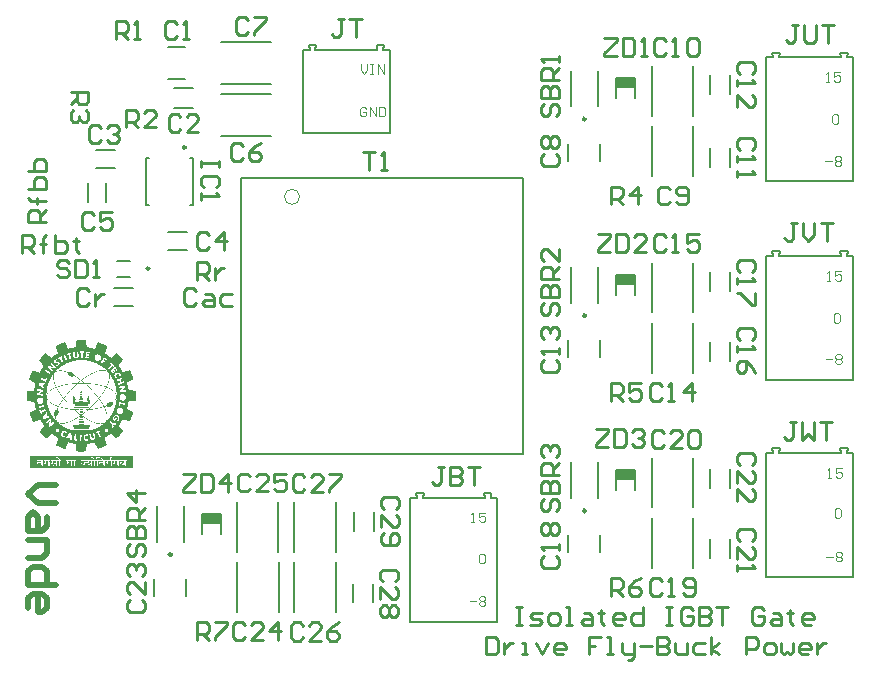
<source format=gto>
G04*
G04 #@! TF.GenerationSoftware,Altium Limited,Altium Designer,23.1.1 (15)*
G04*
G04 Layer_Color=65535*
%FSLAX42Y42*%
%MOMM*%
G71*
G04*
G04 #@! TF.SameCoordinates,F7E502E2-2775-4CE4-A648-0EBC044B2D6D*
G04*
G04*
G04 #@! TF.FilePolarity,Positive*
G04*
G01*
G75*
%ADD10C,0.00*%
%ADD11C,0.25*%
%ADD12C,0.20*%
%ADD13C,0.13*%
%ADD14C,0.10*%
%ADD15C,0.50*%
%ADD16C,0.25*%
%ADD17R,1.55X0.85*%
%ADD18R,1.55X0.85*%
G36*
X528Y2740D02*
X550D01*
Y2740D01*
X554D01*
Y2739D01*
X560D01*
Y2739D01*
X561D01*
Y2739D01*
X562D01*
Y2738D01*
X562D01*
Y2735D01*
X563D01*
Y2731D01*
X563D01*
Y2725D01*
X564D01*
Y2721D01*
X564D01*
Y2715D01*
X565D01*
Y2711D01*
X565D01*
Y2707D01*
X566D01*
Y2700D01*
X566D01*
Y2697D01*
X567D01*
Y2691D01*
X567D01*
Y2688D01*
X568D01*
Y2682D01*
X568D01*
Y2679D01*
X569D01*
Y2678D01*
X569D01*
Y2677D01*
X570D01*
Y2677D01*
X571D01*
Y2676D01*
X571D01*
Y2676D01*
X573D01*
Y2675D01*
X574D01*
Y2675D01*
X578D01*
Y2674D01*
X582D01*
Y2674D01*
X585D01*
Y2673D01*
X589D01*
Y2673D01*
X591D01*
Y2673D01*
X594D01*
Y2672D01*
X595D01*
Y2672D01*
X597D01*
Y2671D01*
X602D01*
Y2671D01*
X603D01*
Y2670D01*
X606D01*
Y2670D01*
X608D01*
Y2669D01*
X611D01*
Y2669D01*
X613D01*
Y2668D01*
X615D01*
Y2668D01*
X617D01*
Y2667D01*
X619D01*
Y2667D01*
X621D01*
Y2666D01*
X622D01*
Y2666D01*
X624D01*
Y2665D01*
X626D01*
Y2665D01*
X627D01*
Y2664D01*
X629D01*
Y2664D01*
X630D01*
Y2663D01*
X632D01*
Y2663D01*
X634D01*
Y2662D01*
X635D01*
Y2662D01*
X638D01*
Y2662D01*
X639D01*
Y2663D01*
X639D01*
Y2663D01*
X640D01*
Y2664D01*
X640D01*
Y2665D01*
X640D01*
Y2666D01*
X641D01*
Y2667D01*
X641D01*
Y2668D01*
X642D01*
Y2670D01*
X642D01*
Y2671D01*
X643D01*
Y2672D01*
X643D01*
Y2673D01*
X644D01*
Y2674D01*
X644D01*
Y2676D01*
X645D01*
Y2677D01*
X645D01*
Y2678D01*
X646D01*
Y2679D01*
X646D01*
Y2680D01*
X647D01*
Y2682D01*
X647D01*
Y2683D01*
X648D01*
Y2685D01*
X648D01*
Y2686D01*
X649D01*
Y2686D01*
X649D01*
Y2688D01*
X650D01*
Y2689D01*
X650D01*
Y2691D01*
X651D01*
Y2692D01*
X651D01*
Y2693D01*
X652D01*
Y2694D01*
X652D01*
Y2695D01*
X653D01*
Y2697D01*
X653D01*
Y2698D01*
X654D01*
Y2700D01*
X654D01*
Y2700D01*
X654D01*
Y2701D01*
X655D01*
Y2703D01*
X655D01*
Y2704D01*
X656D01*
Y2706D01*
X656D01*
Y2707D01*
X657D01*
Y2708D01*
X657D01*
Y2709D01*
X658D01*
Y2710D01*
X658D01*
Y2712D01*
X659D01*
Y2713D01*
X659D01*
Y2714D01*
X660D01*
Y2715D01*
X660D01*
Y2716D01*
X661D01*
Y2717D01*
X661D01*
Y2717D01*
X662D01*
Y2718D01*
X663D01*
Y2718D01*
X665D01*
Y2718D01*
X667D01*
Y2717D01*
X669D01*
Y2717D01*
X669D01*
Y2716D01*
X671D01*
Y2716D01*
X672D01*
Y2715D01*
X674D01*
Y2715D01*
X675D01*
Y2714D01*
X676D01*
Y2714D01*
X678D01*
Y2713D01*
X679D01*
Y2713D01*
X680D01*
Y2713D01*
X682D01*
Y2712D01*
X683D01*
Y2712D01*
X684D01*
Y2711D01*
X685D01*
Y2711D01*
X687D01*
Y2710D01*
X688D01*
Y2710D01*
X689D01*
Y2709D01*
X690D01*
Y2709D01*
X691D01*
Y2708D01*
X693D01*
Y2708D01*
X693D01*
Y2707D01*
X695D01*
Y2707D01*
X696D01*
Y2706D01*
X697D01*
Y2706D01*
X698D01*
Y2705D01*
X699D01*
Y2705D01*
X701D01*
Y2704D01*
X701D01*
Y2704D01*
X703D01*
Y2703D01*
X704D01*
Y2703D01*
X705D01*
Y2702D01*
X706D01*
Y2702D01*
X707D01*
Y2701D01*
X708D01*
Y2701D01*
X709D01*
Y2700D01*
X710D01*
Y2700D01*
X711D01*
Y2700D01*
X712D01*
Y2699D01*
X713D01*
Y2699D01*
X714D01*
Y2698D01*
X715D01*
Y2698D01*
X717D01*
Y2697D01*
X717D01*
Y2697D01*
X719D01*
Y2696D01*
X719D01*
Y2696D01*
X720D01*
Y2695D01*
X721D01*
Y2695D01*
X722D01*
Y2694D01*
X723D01*
Y2694D01*
X724D01*
Y2693D01*
X725D01*
Y2693D01*
X726D01*
Y2692D01*
X727D01*
Y2692D01*
X728D01*
Y2691D01*
X729D01*
Y2691D01*
X730D01*
Y2690D01*
X731D01*
Y2690D01*
X732D01*
Y2689D01*
X733D01*
Y2689D01*
X733D01*
Y2688D01*
X735D01*
Y2688D01*
X735D01*
Y2687D01*
X736D01*
Y2687D01*
X737D01*
Y2686D01*
X738D01*
Y2686D01*
X739D01*
Y2686D01*
X739D01*
Y2685D01*
X740D01*
Y2684D01*
X741D01*
Y2683D01*
X741D01*
Y2679D01*
X741D01*
Y2678D01*
X740D01*
Y2676D01*
X740D01*
Y2675D01*
X739D01*
Y2673D01*
X739D01*
Y2673D01*
X738D01*
Y2671D01*
X738D01*
Y2670D01*
X737D01*
Y2669D01*
X737D01*
Y2667D01*
X736D01*
Y2666D01*
X736D01*
Y2664D01*
X735D01*
Y2662D01*
X735D01*
Y2661D01*
X734D01*
Y2660D01*
X734D01*
Y2659D01*
X733D01*
Y2657D01*
X733D01*
Y2655D01*
X733D01*
Y2654D01*
X732D01*
Y2652D01*
X732D01*
Y2651D01*
X731D01*
Y2649D01*
X731D01*
Y2648D01*
X730D01*
Y2647D01*
X730D01*
Y2645D01*
X729D01*
Y2644D01*
X729D01*
Y2642D01*
X728D01*
Y2641D01*
X728D01*
Y2639D01*
X727D01*
Y2638D01*
X727D01*
Y2637D01*
X726D01*
Y2635D01*
X726D01*
Y2634D01*
X725D01*
Y2632D01*
X725D01*
Y2631D01*
X724D01*
Y2630D01*
X724D01*
Y2628D01*
X723D01*
Y2627D01*
X723D01*
Y2624D01*
X723D01*
Y2623D01*
X724D01*
Y2622D01*
X724D01*
Y2622D01*
X725D01*
Y2621D01*
X726D01*
Y2621D01*
X727D01*
Y2620D01*
X729D01*
Y2620D01*
X729D01*
Y2620D01*
X731D01*
Y2619D01*
X732D01*
Y2619D01*
X733D01*
Y2618D01*
X733D01*
Y2618D01*
X734D01*
Y2617D01*
X735D01*
Y2617D01*
X736D01*
Y2616D01*
X736D01*
Y2616D01*
X737D01*
Y2615D01*
X738D01*
Y2615D01*
X739D01*
Y2614D01*
X739D01*
Y2614D01*
X740D01*
Y2613D01*
X741D01*
Y2613D01*
X742D01*
Y2612D01*
X742D01*
Y2612D01*
X743D01*
Y2611D01*
X744D01*
Y2611D01*
X744D01*
Y2610D01*
X745D01*
Y2610D01*
X746D01*
Y2609D01*
X746D01*
Y2609D01*
X746D01*
Y2608D01*
X747D01*
Y2608D01*
X748D01*
Y2607D01*
X748D01*
Y2607D01*
X749D01*
Y2607D01*
X750D01*
Y2606D01*
X750D01*
Y2606D01*
X751D01*
Y2605D01*
X752D01*
Y2605D01*
X752D01*
Y2604D01*
X753D01*
Y2604D01*
X754D01*
Y2603D01*
X754D01*
Y2603D01*
X755D01*
Y2602D01*
X756D01*
Y2602D01*
X756D01*
Y2601D01*
X757D01*
Y2601D01*
X758D01*
Y2600D01*
X758D01*
Y2600D01*
X759D01*
Y2599D01*
X759D01*
Y2599D01*
X760D01*
Y2598D01*
X761D01*
Y2598D01*
X761D01*
Y2597D01*
X762D01*
Y2597D01*
X762D01*
Y2596D01*
X763D01*
Y2596D01*
X764D01*
Y2595D01*
X764D01*
Y2595D01*
X765D01*
Y2594D01*
X766D01*
Y2594D01*
X766D01*
Y2594D01*
X767D01*
Y2593D01*
X767D01*
Y2593D01*
X768D01*
Y2592D01*
X769D01*
Y2592D01*
X769D01*
Y2591D01*
X770D01*
Y2591D01*
X771D01*
Y2590D01*
X771D01*
Y2590D01*
X772D01*
Y2589D01*
X772D01*
Y2589D01*
X773D01*
Y2588D01*
X774D01*
Y2588D01*
X777D01*
Y2588D01*
X777D01*
Y2589D01*
X778D01*
Y2589D01*
X779D01*
Y2590D01*
X779D01*
Y2590D01*
X780D01*
Y2591D01*
X781D01*
Y2591D01*
X781D01*
Y2592D01*
X782D01*
Y2592D01*
X782D01*
Y2593D01*
X783D01*
Y2593D01*
X783D01*
Y2594D01*
X784D01*
Y2594D01*
X784D01*
Y2594D01*
X785D01*
Y2595D01*
X785D01*
Y2595D01*
X786D01*
Y2596D01*
X786D01*
Y2596D01*
X787D01*
Y2597D01*
X787D01*
Y2597D01*
X788D01*
Y2598D01*
X788D01*
Y2598D01*
X789D01*
Y2599D01*
X789D01*
Y2599D01*
X790D01*
Y2600D01*
X790D01*
Y2600D01*
X791D01*
Y2601D01*
X792D01*
Y2601D01*
X792D01*
Y2602D01*
X793D01*
Y2602D01*
X793D01*
Y2603D01*
X794D01*
Y2603D01*
X794D01*
Y2604D01*
X795D01*
Y2604D01*
X795D01*
Y2605D01*
X796D01*
Y2605D01*
X796D01*
Y2606D01*
X797D01*
Y2606D01*
X798D01*
Y2607D01*
X798D01*
Y2607D01*
X799D01*
Y2607D01*
X799D01*
Y2608D01*
X799D01*
Y2608D01*
X800D01*
Y2609D01*
X800D01*
Y2609D01*
X801D01*
Y2610D01*
X801D01*
Y2610D01*
X802D01*
Y2611D01*
X803D01*
Y2611D01*
X803D01*
Y2612D01*
X804D01*
Y2612D01*
X804D01*
Y2613D01*
X805D01*
Y2613D01*
X805D01*
Y2614D01*
X806D01*
Y2614D01*
X806D01*
Y2615D01*
X807D01*
Y2615D01*
X808D01*
Y2616D01*
X808D01*
Y2616D01*
X809D01*
Y2617D01*
X809D01*
Y2617D01*
X810D01*
Y2618D01*
X810D01*
Y2618D01*
X811D01*
Y2619D01*
X811D01*
Y2619D01*
X812D01*
Y2620D01*
X812D01*
Y2620D01*
X812D01*
Y2620D01*
X813D01*
Y2621D01*
X814D01*
Y2621D01*
X814D01*
Y2622D01*
X815D01*
Y2622D01*
X815D01*
Y2623D01*
X816D01*
Y2623D01*
X816D01*
Y2624D01*
X817D01*
Y2624D01*
X818D01*
Y2625D01*
X818D01*
Y2625D01*
X819D01*
Y2626D01*
X819D01*
Y2626D01*
X820D01*
Y2627D01*
X820D01*
Y2627D01*
X821D01*
Y2628D01*
X822D01*
Y2627D01*
X823D01*
Y2627D01*
X824D01*
Y2626D01*
X824D01*
Y2626D01*
X825D01*
Y2625D01*
X825D01*
Y2625D01*
X826D01*
Y2624D01*
X827D01*
Y2623D01*
X827D01*
Y2623D01*
X828D01*
Y2622D01*
X828D01*
Y2622D01*
X829D01*
Y2621D01*
X830D01*
Y2621D01*
X830D01*
Y2620D01*
X831D01*
Y2620D01*
X831D01*
Y2620D01*
X832D01*
Y2619D01*
X832D01*
Y2619D01*
X833D01*
Y2618D01*
X833D01*
Y2618D01*
X834D01*
Y2617D01*
X834D01*
Y2617D01*
X835D01*
Y2616D01*
X835D01*
Y2616D01*
X836D01*
Y2615D01*
X837D01*
Y2614D01*
X838D01*
Y2614D01*
X838D01*
Y2613D01*
X839D01*
Y2613D01*
X839D01*
Y2612D01*
X839D01*
Y2612D01*
X840D01*
Y2611D01*
X840D01*
Y2611D01*
X841D01*
Y2610D01*
X841D01*
Y2610D01*
X842D01*
Y2609D01*
X842D01*
Y2609D01*
X843D01*
Y2608D01*
X843D01*
Y2608D01*
X844D01*
Y2607D01*
X844D01*
Y2607D01*
X845D01*
Y2607D01*
X845D01*
Y2606D01*
X846D01*
Y2606D01*
X846D01*
Y2605D01*
X847D01*
Y2605D01*
X847D01*
Y2604D01*
X848D01*
Y2604D01*
X848D01*
Y2603D01*
X849D01*
Y2603D01*
X849D01*
Y2602D01*
X850D01*
Y2602D01*
X850D01*
Y2601D01*
X851D01*
Y2601D01*
X851D01*
Y2600D01*
X852D01*
Y2600D01*
X852D01*
Y2599D01*
X852D01*
Y2598D01*
X853D01*
Y2597D01*
X854D01*
Y2597D01*
X855D01*
Y2596D01*
X856D01*
Y2595D01*
X856D01*
Y2594D01*
X857D01*
Y2594D01*
X857D01*
Y2594D01*
X858D01*
Y2593D01*
X858D01*
Y2593D01*
X859D01*
Y2592D01*
X859D01*
Y2592D01*
X860D01*
Y2591D01*
X860D01*
Y2591D01*
X861D01*
Y2590D01*
X861D01*
Y2589D01*
X862D01*
Y2589D01*
X862D01*
Y2588D01*
X863D01*
Y2588D01*
X863D01*
Y2587D01*
X864D01*
Y2587D01*
X864D01*
Y2586D01*
X865D01*
Y2585D01*
X865D01*
Y2585D01*
X865D01*
Y2584D01*
X866D01*
Y2584D01*
X866D01*
Y2583D01*
X867D01*
Y2582D01*
X867D01*
Y2582D01*
X868D01*
Y2581D01*
X868D01*
Y2581D01*
X869D01*
Y2580D01*
X869D01*
Y2580D01*
X870D01*
Y2579D01*
X870D01*
Y2578D01*
X871D01*
Y2578D01*
X871D01*
Y2577D01*
X872D01*
Y2576D01*
X872D01*
Y2576D01*
X873D01*
Y2575D01*
X873D01*
Y2574D01*
X874D01*
Y2574D01*
X874D01*
Y2573D01*
X875D01*
Y2573D01*
X875D01*
Y2572D01*
X876D01*
Y2568D01*
X875D01*
Y2568D01*
X875D01*
Y2567D01*
X874D01*
Y2567D01*
X874D01*
Y2566D01*
X873D01*
Y2566D01*
X873D01*
Y2565D01*
X872D01*
Y2564D01*
X872D01*
Y2564D01*
X871D01*
Y2563D01*
X871D01*
Y2563D01*
X870D01*
Y2562D01*
X870D01*
Y2561D01*
X869D01*
Y2561D01*
X869D01*
Y2560D01*
X868D01*
Y2559D01*
X868D01*
Y2559D01*
X867D01*
Y2558D01*
X867D01*
Y2558D01*
X866D01*
Y2557D01*
X866D01*
Y2556D01*
X865D01*
Y2556D01*
X865D01*
Y2555D01*
X865D01*
Y2555D01*
X864D01*
Y2554D01*
X864D01*
Y2554D01*
X863D01*
Y2553D01*
X863D01*
Y2553D01*
X862D01*
Y2552D01*
X862D01*
Y2551D01*
X861D01*
Y2551D01*
X861D01*
Y2550D01*
X860D01*
Y2549D01*
X860D01*
Y2549D01*
X859D01*
Y2548D01*
X859D01*
Y2548D01*
X858D01*
Y2547D01*
X858D01*
Y2546D01*
X857D01*
Y2546D01*
X857D01*
Y2545D01*
X856D01*
Y2545D01*
X856D01*
Y2544D01*
X855D01*
Y2543D01*
X855D01*
Y2542D01*
X854D01*
Y2542D01*
X854D01*
Y2541D01*
X853D01*
Y2541D01*
X853D01*
Y2541D01*
X852D01*
Y2540D01*
X852D01*
Y2539D01*
X852D01*
Y2539D01*
X851D01*
Y2538D01*
X851D01*
Y2537D01*
X850D01*
Y2537D01*
X850D01*
Y2536D01*
X849D01*
Y2535D01*
X849D01*
Y2535D01*
X848D01*
Y2534D01*
X848D01*
Y2534D01*
X847D01*
Y2533D01*
X847D01*
Y2532D01*
X846D01*
Y2532D01*
X846D01*
Y2531D01*
X845D01*
Y2530D01*
X845D01*
Y2530D01*
X844D01*
Y2529D01*
X844D01*
Y2529D01*
X843D01*
Y2528D01*
X843D01*
Y2528D01*
X842D01*
Y2527D01*
X842D01*
Y2526D01*
X841D01*
Y2526D01*
X841D01*
Y2525D01*
X840D01*
Y2525D01*
X840D01*
Y2524D01*
X839D01*
Y2522D01*
X839D01*
Y2521D01*
X839D01*
Y2519D01*
X840D01*
Y2519D01*
X840D01*
Y2518D01*
X841D01*
Y2517D01*
X841D01*
Y2516D01*
X842D01*
Y2516D01*
X842D01*
Y2515D01*
X843D01*
Y2515D01*
X843D01*
Y2514D01*
X844D01*
Y2513D01*
X844D01*
Y2513D01*
X845D01*
Y2512D01*
X845D01*
Y2511D01*
X846D01*
Y2511D01*
X846D01*
Y2510D01*
X847D01*
Y2509D01*
X847D01*
Y2509D01*
X848D01*
Y2508D01*
X848D01*
Y2507D01*
X849D01*
Y2507D01*
X849D01*
Y2506D01*
X850D01*
Y2505D01*
X850D01*
Y2504D01*
X851D01*
Y2504D01*
X851D01*
Y2503D01*
X852D01*
Y2502D01*
X852D01*
Y2501D01*
X852D01*
Y2501D01*
X853D01*
Y2500D01*
X853D01*
Y2500D01*
X854D01*
Y2499D01*
X854D01*
Y2498D01*
X855D01*
Y2497D01*
X855D01*
Y2497D01*
X856D01*
Y2496D01*
X856D01*
Y2495D01*
X857D01*
Y2494D01*
X857D01*
Y2494D01*
X858D01*
Y2493D01*
X858D01*
Y2492D01*
X859D01*
Y2491D01*
X859D01*
Y2490D01*
X860D01*
Y2490D01*
X860D01*
Y2489D01*
X861D01*
Y2488D01*
X861D01*
Y2488D01*
X862D01*
Y2487D01*
X862D01*
Y2486D01*
X863D01*
Y2485D01*
X863D01*
Y2484D01*
X864D01*
Y2484D01*
X864D01*
Y2483D01*
X865D01*
Y2482D01*
X865D01*
Y2481D01*
X865D01*
Y2480D01*
X866D01*
Y2479D01*
X866D01*
Y2478D01*
X867D01*
Y2478D01*
X867D01*
Y2476D01*
X868D01*
Y2476D01*
X868D01*
Y2475D01*
X869D01*
Y2474D01*
X869D01*
Y2474D01*
X870D01*
Y2472D01*
X870D01*
Y2472D01*
X871D01*
Y2470D01*
X871D01*
Y2470D01*
X872D01*
Y2469D01*
X872D01*
Y2468D01*
X873D01*
Y2467D01*
X873D01*
Y2467D01*
X874D01*
Y2466D01*
X874D01*
Y2466D01*
X875D01*
Y2465D01*
X877D01*
Y2466D01*
X878D01*
Y2466D01*
X880D01*
Y2467D01*
X882D01*
Y2467D01*
X883D01*
Y2468D01*
X885D01*
Y2468D01*
X887D01*
Y2469D01*
X888D01*
Y2469D01*
X890D01*
Y2470D01*
X891D01*
Y2470D01*
X893D01*
Y2471D01*
X894D01*
Y2471D01*
X896D01*
Y2472D01*
X898D01*
Y2472D01*
X899D01*
Y2473D01*
X901D01*
Y2473D01*
X902D01*
Y2474D01*
X904D01*
Y2474D01*
X905D01*
Y2475D01*
X907D01*
Y2475D01*
X909D01*
Y2475D01*
X910D01*
Y2476D01*
X912D01*
Y2476D01*
X913D01*
Y2477D01*
X915D01*
Y2477D01*
X916D01*
Y2478D01*
X918D01*
Y2478D01*
X919D01*
Y2479D01*
X920D01*
Y2479D01*
X923D01*
Y2480D01*
X924D01*
Y2480D01*
X925D01*
Y2481D01*
X927D01*
Y2481D01*
X928D01*
Y2482D01*
X931D01*
Y2482D01*
X933D01*
Y2482D01*
X934D01*
Y2481D01*
X935D01*
Y2480D01*
X935D01*
Y2479D01*
X936D01*
Y2478D01*
X936D01*
Y2477D01*
X937D01*
Y2476D01*
X937D01*
Y2475D01*
X938D01*
Y2474D01*
X938D01*
Y2473D01*
X939D01*
Y2473D01*
X939D01*
Y2471D01*
X940D01*
Y2470D01*
X940D01*
Y2469D01*
X941D01*
Y2468D01*
X941D01*
Y2467D01*
X942D01*
Y2466D01*
X942D01*
Y2465D01*
X943D01*
Y2464D01*
X943D01*
Y2463D01*
X944D01*
Y2462D01*
X944D01*
Y2461D01*
X944D01*
Y2460D01*
X945D01*
Y2459D01*
X945D01*
Y2458D01*
X946D01*
Y2457D01*
X946D01*
Y2456D01*
X947D01*
Y2454D01*
X947D01*
Y2453D01*
X948D01*
Y2452D01*
X948D01*
Y2450D01*
X949D01*
Y2450D01*
X949D01*
Y2449D01*
X950D01*
Y2448D01*
X950D01*
Y2447D01*
X951D01*
Y2445D01*
X951D01*
Y2444D01*
X952D01*
Y2442D01*
X952D01*
Y2441D01*
X953D01*
Y2440D01*
X953D01*
Y2438D01*
X954D01*
Y2437D01*
X954D01*
Y2435D01*
X955D01*
Y2434D01*
X955D01*
Y2432D01*
X956D01*
Y2431D01*
X956D01*
Y2430D01*
X957D01*
Y2428D01*
X957D01*
Y2427D01*
X957D01*
Y2425D01*
X958D01*
Y2424D01*
X958D01*
Y2423D01*
X959D01*
Y2421D01*
X959D01*
Y2421D01*
X960D01*
Y2418D01*
X960D01*
Y2417D01*
X961D01*
Y2416D01*
X961D01*
Y2414D01*
X962D01*
Y2413D01*
X962D01*
Y2411D01*
X963D01*
Y2409D01*
X963D01*
Y2405D01*
X962D01*
Y2405D01*
X962D01*
Y2404D01*
X961D01*
Y2404D01*
X960D01*
Y2403D01*
X959D01*
Y2403D01*
X958D01*
Y2402D01*
X957D01*
Y2402D01*
X957D01*
Y2401D01*
X956D01*
Y2401D01*
X955D01*
Y2400D01*
X954D01*
Y2400D01*
X953D01*
Y2399D01*
X952D01*
Y2399D01*
X951D01*
Y2398D01*
X950D01*
Y2398D01*
X949D01*
Y2397D01*
X948D01*
Y2397D01*
X947D01*
Y2396D01*
X946D01*
Y2396D01*
X945D01*
Y2396D01*
X945D01*
Y2395D01*
X944D01*
Y2395D01*
X943D01*
Y2394D01*
X942D01*
Y2394D01*
X941D01*
Y2393D01*
X940D01*
Y2393D01*
X939D01*
Y2392D01*
X939D01*
Y2392D01*
X937D01*
Y2391D01*
X937D01*
Y2391D01*
X936D01*
Y2390D01*
X935D01*
Y2390D01*
X934D01*
Y2389D01*
X933D01*
Y2389D01*
X932D01*
Y2388D01*
X931D01*
Y2388D01*
X931D01*
Y2387D01*
X930D01*
Y2387D01*
X929D01*
Y2386D01*
X928D01*
Y2386D01*
X927D01*
Y2385D01*
X926D01*
Y2385D01*
X925D01*
Y2384D01*
X924D01*
Y2384D01*
X923D01*
Y2383D01*
X922D01*
Y2383D01*
X921D01*
Y2383D01*
X920D01*
Y2382D01*
X919D01*
Y2382D01*
X918D01*
Y2381D01*
X918D01*
Y2381D01*
X917D01*
Y2380D01*
X916D01*
Y2380D01*
X915D01*
Y2379D01*
X914D01*
Y2379D01*
X913D01*
Y2378D01*
X912D01*
Y2378D01*
X911D01*
Y2377D01*
X911D01*
Y2377D01*
X910D01*
Y2371D01*
X911D01*
Y2370D01*
X911D01*
Y2367D01*
X912D01*
Y2366D01*
X912D01*
Y2364D01*
X913D01*
Y2361D01*
X913D01*
Y2360D01*
X914D01*
Y2357D01*
X914D01*
Y2356D01*
X915D01*
Y2353D01*
X915D01*
Y2351D01*
X916D01*
Y2349D01*
X916D01*
Y2346D01*
X917D01*
Y2345D01*
X917D01*
Y2342D01*
X918D01*
Y2340D01*
X918D01*
Y2338D01*
X918D01*
Y2335D01*
X919D01*
Y2333D01*
X919D01*
Y2330D01*
X920D01*
Y2329D01*
X920D01*
Y2326D01*
X921D01*
Y2324D01*
X921D01*
Y2322D01*
X922D01*
Y2320D01*
X922D01*
Y2319D01*
X923D01*
Y2318D01*
X923D01*
Y2317D01*
X924D01*
Y2317D01*
X924D01*
Y2316D01*
X925D01*
Y2316D01*
X926D01*
Y2316D01*
X927D01*
Y2315D01*
X930D01*
Y2315D01*
X931D01*
Y2314D01*
X936D01*
Y2314D01*
X938D01*
Y2313D01*
X942D01*
Y2313D01*
X945D01*
Y2312D01*
X947D01*
Y2312D01*
X951D01*
Y2311D01*
X954D01*
Y2311D01*
X957D01*
Y2310D01*
X960D01*
Y2310D01*
X963D01*
Y2309D01*
X967D01*
Y2309D01*
X969D01*
Y2308D01*
X973D01*
Y2308D01*
X975D01*
Y2307D01*
X978D01*
Y2307D01*
X980D01*
Y2306D01*
X980D01*
Y2306D01*
X981D01*
Y2305D01*
X982D01*
Y2305D01*
X982D01*
Y2304D01*
X983D01*
Y2303D01*
X983D01*
Y2301D01*
X984D01*
Y2291D01*
X984D01*
Y2282D01*
X984D01*
Y2273D01*
X985D01*
Y2272D01*
X985D01*
Y2257D01*
X985D01*
Y2256D01*
X984D01*
Y2250D01*
X984D01*
Y2237D01*
X984D01*
Y2232D01*
X983D01*
Y2228D01*
X983D01*
Y2226D01*
X982D01*
Y2225D01*
X982D01*
Y2224D01*
X981D01*
Y2224D01*
X966D01*
Y2224D01*
X959D01*
Y2223D01*
X946D01*
Y2223D01*
X927D01*
Y2222D01*
X925D01*
Y2222D01*
X924D01*
Y2221D01*
X924D01*
Y2221D01*
X923D01*
Y2220D01*
X923D01*
Y2219D01*
X922D01*
Y2217D01*
X922D01*
Y2213D01*
X921D01*
Y2211D01*
X921D01*
Y2209D01*
X920D01*
Y2206D01*
X920D01*
Y2204D01*
X919D01*
Y2200D01*
X919D01*
Y2198D01*
X918D01*
Y2195D01*
X918D01*
Y2192D01*
X918D01*
Y2190D01*
X917D01*
Y2187D01*
X917D01*
Y2185D01*
X916D01*
Y2182D01*
X916D01*
Y2180D01*
X915D01*
Y2177D01*
X915D01*
Y2174D01*
X914D01*
Y2172D01*
X914D01*
Y2169D01*
X913D01*
Y2167D01*
X913D01*
Y2164D01*
X912D01*
Y2162D01*
X912D01*
Y2160D01*
X911D01*
Y2157D01*
X911D01*
Y2153D01*
X911D01*
Y2152D01*
X912D01*
Y2152D01*
X912D01*
Y2151D01*
X913D01*
Y2151D01*
X914D01*
Y2150D01*
X915D01*
Y2150D01*
X916D01*
Y2149D01*
X917D01*
Y2149D01*
X918D01*
Y2148D01*
X919D01*
Y2148D01*
X920D01*
Y2147D01*
X921D01*
Y2147D01*
X922D01*
Y2146D01*
X923D01*
Y2146D01*
X924D01*
Y2145D01*
X925D01*
Y2145D01*
X926D01*
Y2145D01*
X927D01*
Y2144D01*
X928D01*
Y2144D01*
X929D01*
Y2143D01*
X930D01*
Y2143D01*
X931D01*
Y2142D01*
X932D01*
Y2142D01*
X933D01*
Y2141D01*
X934D01*
Y2141D01*
X935D01*
Y2140D01*
X936D01*
Y2140D01*
X937D01*
Y2139D01*
X938D01*
Y2139D01*
X939D01*
Y2138D01*
X941D01*
Y2138D01*
X941D01*
Y2137D01*
X943D01*
Y2137D01*
X944D01*
Y2136D01*
X944D01*
Y2136D01*
X945D01*
Y2135D01*
X946D01*
Y2135D01*
X948D01*
Y2134D01*
X948D01*
Y2134D01*
X950D01*
Y2133D01*
X951D01*
Y2133D01*
X951D01*
Y2132D01*
X953D01*
Y2132D01*
X954D01*
Y2131D01*
X955D01*
Y2131D01*
X956D01*
Y2131D01*
X957D01*
Y2130D01*
X957D01*
Y2130D01*
X958D01*
Y2129D01*
X960D01*
Y2129D01*
X960D01*
Y2128D01*
X962D01*
Y2128D01*
X963D01*
Y2127D01*
X963D01*
Y2125D01*
X963D01*
Y2124D01*
X962D01*
Y2122D01*
X962D01*
Y2121D01*
X961D01*
Y2119D01*
X961D01*
Y2118D01*
X960D01*
Y2117D01*
X960D01*
Y2115D01*
X959D01*
Y2114D01*
X959D01*
Y2112D01*
X958D01*
Y2111D01*
X958D01*
Y2110D01*
X957D01*
Y2108D01*
X957D01*
Y2107D01*
X957D01*
Y2105D01*
X956D01*
Y2104D01*
X956D01*
Y2103D01*
X955D01*
Y2101D01*
X955D01*
Y2100D01*
X954D01*
Y2099D01*
X954D01*
Y2098D01*
X953D01*
Y2096D01*
X953D01*
Y2095D01*
X952D01*
Y2094D01*
X952D01*
Y2092D01*
X951D01*
Y2092D01*
X951D01*
Y2090D01*
X950D01*
Y2089D01*
X950D01*
Y2088D01*
X949D01*
Y2086D01*
X949D01*
Y2086D01*
X948D01*
Y2084D01*
X948D01*
Y2083D01*
X947D01*
Y2082D01*
X947D01*
Y2080D01*
X946D01*
Y2079D01*
X946D01*
Y2078D01*
X945D01*
Y2078D01*
X945D01*
Y2076D01*
X944D01*
Y2075D01*
X944D01*
Y2074D01*
X944D01*
Y2072D01*
X943D01*
Y2072D01*
X943D01*
Y2070D01*
X942D01*
Y2069D01*
X942D01*
Y2068D01*
X941D01*
Y2067D01*
X941D01*
Y2066D01*
X940D01*
Y2065D01*
X940D01*
Y2064D01*
X939D01*
Y2063D01*
X939D01*
Y2062D01*
X938D01*
Y2061D01*
X938D01*
Y2059D01*
X937D01*
Y2059D01*
X937D01*
Y2057D01*
X936D01*
Y2056D01*
X936D01*
Y2055D01*
X935D01*
Y2054D01*
X935D01*
Y2053D01*
X934D01*
Y2052D01*
X934D01*
Y2051D01*
X933D01*
Y2050D01*
X933D01*
Y2050D01*
X932D01*
Y2049D01*
X932D01*
Y2049D01*
X931D01*
Y2048D01*
X930D01*
Y2049D01*
X928D01*
Y2049D01*
X926D01*
Y2050D01*
X924D01*
Y2050D01*
X923D01*
Y2051D01*
X921D01*
Y2051D01*
X919D01*
Y2052D01*
X918D01*
Y2052D01*
X916D01*
Y2052D01*
X915D01*
Y2053D01*
X913D01*
Y2053D01*
X912D01*
Y2054D01*
X909D01*
Y2054D01*
X908D01*
Y2055D01*
X906D01*
Y2055D01*
X905D01*
Y2056D01*
X904D01*
Y2056D01*
X901D01*
Y2057D01*
X900D01*
Y2057D01*
X898D01*
Y2058D01*
X896D01*
Y2058D01*
X895D01*
Y2059D01*
X893D01*
Y2059D01*
X892D01*
Y2060D01*
X890D01*
Y2060D01*
X888D01*
Y2061D01*
X887D01*
Y2061D01*
X885D01*
Y2062D01*
X884D01*
Y2062D01*
X882D01*
Y2063D01*
X881D01*
Y2063D01*
X880D01*
Y2064D01*
X878D01*
Y2064D01*
X875D01*
Y2064D01*
X873D01*
Y2063D01*
X873D01*
Y2063D01*
X872D01*
Y2062D01*
X871D01*
Y2062D01*
X871D01*
Y2061D01*
X870D01*
Y2061D01*
X870D01*
Y2060D01*
X869D01*
Y2059D01*
X869D01*
Y2059D01*
X868D01*
Y2058D01*
X868D01*
Y2057D01*
X867D01*
Y2056D01*
X867D01*
Y2056D01*
X866D01*
Y2055D01*
X866D01*
Y2055D01*
X865D01*
Y2054D01*
X865D01*
Y2052D01*
X865D01*
Y2052D01*
X864D01*
Y2051D01*
X864D01*
Y2050D01*
X863D01*
Y2049D01*
X863D01*
Y2048D01*
X862D01*
Y2047D01*
X862D01*
Y2046D01*
X861D01*
Y2045D01*
X861D01*
Y2044D01*
X860D01*
Y2044D01*
X860D01*
Y2043D01*
X859D01*
Y2042D01*
X859D01*
Y2041D01*
X858D01*
Y2040D01*
X858D01*
Y2040D01*
X857D01*
Y2039D01*
X857D01*
Y2039D01*
X856D01*
Y2038D01*
X856D01*
Y2037D01*
X855D01*
Y2037D01*
X855D01*
Y2036D01*
X854D01*
Y2035D01*
X854D01*
Y2035D01*
X853D01*
Y2034D01*
X853D01*
Y2033D01*
X852D01*
Y2032D01*
X852D01*
Y2032D01*
X852D01*
Y2031D01*
X851D01*
Y2030D01*
X851D01*
Y2029D01*
X850D01*
Y2028D01*
X850D01*
Y2028D01*
X849D01*
Y2027D01*
X849D01*
Y2026D01*
X848D01*
Y2026D01*
X848D01*
Y2025D01*
X847D01*
Y2024D01*
X847D01*
Y2023D01*
X846D01*
Y2023D01*
X846D01*
Y2022D01*
X845D01*
Y2021D01*
X845D01*
Y2021D01*
X844D01*
Y2020D01*
X844D01*
Y2019D01*
X843D01*
Y2019D01*
X843D01*
Y2018D01*
X842D01*
Y2018D01*
X842D01*
Y2017D01*
X841D01*
Y2017D01*
X841D01*
Y2016D01*
X840D01*
Y2015D01*
X840D01*
Y2015D01*
X839D01*
Y2012D01*
X840D01*
Y2011D01*
X840D01*
Y2010D01*
X841D01*
Y2010D01*
X841D01*
Y2009D01*
X842D01*
Y2008D01*
X842D01*
Y2008D01*
X843D01*
Y2007D01*
X843D01*
Y2007D01*
X844D01*
Y2006D01*
X844D01*
Y2006D01*
X845D01*
Y2005D01*
X845D01*
Y2005D01*
X846D01*
Y2004D01*
X846D01*
Y2004D01*
X847D01*
Y2003D01*
X847D01*
Y2002D01*
X848D01*
Y2002D01*
X848D01*
Y2001D01*
X849D01*
Y2001D01*
X849D01*
Y2000D01*
X850D01*
Y2000D01*
X850D01*
Y1999D01*
X851D01*
Y1999D01*
X851D01*
Y1998D01*
X852D01*
Y1998D01*
X852D01*
Y1997D01*
X852D01*
Y1997D01*
X853D01*
Y1996D01*
X853D01*
Y1996D01*
X854D01*
Y1995D01*
X854D01*
Y1995D01*
X855D01*
Y1994D01*
X855D01*
Y1993D01*
X856D01*
Y1993D01*
X856D01*
Y1992D01*
X857D01*
Y1992D01*
X857D01*
Y1991D01*
X858D01*
Y1991D01*
X858D01*
Y1990D01*
X859D01*
Y1989D01*
X859D01*
Y1989D01*
X860D01*
Y1988D01*
X860D01*
Y1988D01*
X861D01*
Y1987D01*
X861D01*
Y1987D01*
X862D01*
Y1986D01*
X862D01*
Y1986D01*
X863D01*
Y1986D01*
X863D01*
Y1985D01*
X864D01*
Y1984D01*
X865D01*
Y1983D01*
X865D01*
Y1983D01*
X865D01*
Y1982D01*
X866D01*
Y1982D01*
X866D01*
Y1981D01*
X867D01*
Y1981D01*
X867D01*
Y1980D01*
X868D01*
Y1980D01*
X868D01*
Y1979D01*
X869D01*
Y1978D01*
X869D01*
Y1978D01*
X870D01*
Y1977D01*
X870D01*
Y1977D01*
X871D01*
Y1976D01*
X871D01*
Y1976D01*
X872D01*
Y1975D01*
X872D01*
Y1975D01*
X873D01*
Y1974D01*
X873D01*
Y1973D01*
X874D01*
Y1973D01*
X874D01*
Y1973D01*
X875D01*
Y1972D01*
X875D01*
Y1972D01*
X876D01*
Y1971D01*
X876D01*
Y1971D01*
X877D01*
Y1970D01*
X877D01*
Y1969D01*
X878D01*
Y1969D01*
X878D01*
Y1965D01*
X878D01*
Y1964D01*
X877D01*
Y1963D01*
X877D01*
Y1962D01*
X876D01*
Y1962D01*
X876D01*
Y1961D01*
X875D01*
Y1961D01*
X875D01*
Y1960D01*
X874D01*
Y1960D01*
X874D01*
Y1959D01*
X873D01*
Y1959D01*
X873D01*
Y1958D01*
X872D01*
Y1957D01*
X872D01*
Y1957D01*
X871D01*
Y1956D01*
X871D01*
Y1956D01*
X870D01*
Y1955D01*
X870D01*
Y1954D01*
X869D01*
Y1954D01*
X869D01*
Y1953D01*
X868D01*
Y1953D01*
X868D01*
Y1952D01*
X867D01*
Y1951D01*
X867D01*
Y1951D01*
X866D01*
Y1950D01*
X866D01*
Y1950D01*
X865D01*
Y1949D01*
X865D01*
Y1948D01*
X865D01*
Y1948D01*
X864D01*
Y1947D01*
X864D01*
Y1947D01*
X863D01*
Y1946D01*
X863D01*
Y1946D01*
X862D01*
Y1946D01*
X862D01*
Y1945D01*
X861D01*
Y1944D01*
X861D01*
Y1944D01*
X860D01*
Y1943D01*
X860D01*
Y1943D01*
X859D01*
Y1942D01*
X859D01*
Y1942D01*
X858D01*
Y1941D01*
X858D01*
Y1941D01*
X857D01*
Y1940D01*
X857D01*
Y1940D01*
X856D01*
Y1939D01*
X856D01*
Y1939D01*
X855D01*
Y1938D01*
X855D01*
Y1938D01*
X854D01*
Y1937D01*
X854D01*
Y1937D01*
X853D01*
Y1936D01*
X853D01*
Y1936D01*
X852D01*
Y1935D01*
X852D01*
Y1934D01*
X851D01*
Y1933D01*
X850D01*
Y1933D01*
X849D01*
Y1932D01*
X848D01*
Y1931D01*
X848D01*
Y1930D01*
X847D01*
Y1930D01*
X847D01*
Y1929D01*
X846D01*
Y1928D01*
X845D01*
Y1928D01*
X845D01*
Y1927D01*
X844D01*
Y1927D01*
X843D01*
Y1926D01*
X842D01*
Y1925D01*
X842D01*
Y1924D01*
X841D01*
Y1924D01*
X841D01*
Y1923D01*
X840D01*
Y1923D01*
X840D01*
Y1922D01*
X839D01*
Y1922D01*
X839D01*
Y1921D01*
X839D01*
Y1921D01*
X838D01*
Y1920D01*
X838D01*
Y1920D01*
X837D01*
Y1920D01*
X837D01*
Y1919D01*
X836D01*
Y1919D01*
X835D01*
Y1918D01*
X834D01*
Y1917D01*
X834D01*
Y1917D01*
X833D01*
Y1916D01*
X833D01*
Y1916D01*
X832D01*
Y1915D01*
X832D01*
Y1915D01*
X831D01*
Y1914D01*
X831D01*
Y1914D01*
X830D01*
Y1913D01*
X830D01*
Y1913D01*
X829D01*
Y1912D01*
X829D01*
Y1912D01*
X828D01*
Y1911D01*
X828D01*
Y1911D01*
X827D01*
Y1910D01*
X827D01*
Y1910D01*
X826D01*
Y1909D01*
X825D01*
Y1909D01*
X825D01*
Y1908D01*
X825D01*
Y1908D01*
X824D01*
Y1907D01*
X824D01*
Y1907D01*
X823D01*
Y1907D01*
X822D01*
Y1906D01*
X822D01*
Y1906D01*
X821D01*
Y1905D01*
X818D01*
Y1906D01*
X817D01*
Y1906D01*
X817D01*
Y1907D01*
X816D01*
Y1907D01*
X815D01*
Y1907D01*
X815D01*
Y1908D01*
X814D01*
Y1908D01*
X814D01*
Y1909D01*
X813D01*
Y1909D01*
X813D01*
Y1910D01*
X812D01*
Y1910D01*
X812D01*
Y1911D01*
X811D01*
Y1911D01*
X811D01*
Y1912D01*
X810D01*
Y1912D01*
X810D01*
Y1913D01*
X809D01*
Y1913D01*
X809D01*
Y1914D01*
X808D01*
Y1914D01*
X807D01*
Y1915D01*
X807D01*
Y1915D01*
X806D01*
Y1916D01*
X806D01*
Y1916D01*
X805D01*
Y1917D01*
X804D01*
Y1917D01*
X804D01*
Y1918D01*
X803D01*
Y1918D01*
X803D01*
Y1919D01*
X802D01*
Y1919D01*
X802D01*
Y1920D01*
X801D01*
Y1920D01*
X800D01*
Y1920D01*
X800D01*
Y1921D01*
X799D01*
Y1921D01*
X799D01*
Y1922D01*
X799D01*
Y1922D01*
X798D01*
Y1923D01*
X797D01*
Y1923D01*
X797D01*
Y1924D01*
X796D01*
Y1924D01*
X796D01*
Y1925D01*
X795D01*
Y1925D01*
X795D01*
Y1926D01*
X794D01*
Y1926D01*
X793D01*
Y1927D01*
X793D01*
Y1927D01*
X792D01*
Y1928D01*
X792D01*
Y1928D01*
X791D01*
Y1929D01*
X791D01*
Y1929D01*
X790D01*
Y1930D01*
X789D01*
Y1930D01*
X789D01*
Y1931D01*
X788D01*
Y1931D01*
X788D01*
Y1932D01*
X787D01*
Y1932D01*
X786D01*
Y1933D01*
X786D01*
Y1933D01*
X786D01*
Y1933D01*
X785D01*
Y1934D01*
X785D01*
Y1934D01*
X784D01*
Y1935D01*
X783D01*
Y1935D01*
X783D01*
Y1936D01*
X782D01*
Y1936D01*
X782D01*
Y1937D01*
X781D01*
Y1937D01*
X780D01*
Y1938D01*
X780D01*
Y1938D01*
X779D01*
Y1939D01*
X779D01*
Y1939D01*
X778D01*
Y1940D01*
X777D01*
Y1941D01*
X776D01*
Y1941D01*
X776D01*
Y1942D01*
X775D01*
Y1942D01*
X775D01*
Y1943D01*
X774D01*
Y1943D01*
X773D01*
Y1944D01*
X773D01*
Y1944D01*
X772D01*
Y1944D01*
X771D01*
Y1943D01*
X770D01*
Y1943D01*
X770D01*
Y1942D01*
X769D01*
Y1942D01*
X768D01*
Y1941D01*
X768D01*
Y1941D01*
X767D01*
Y1940D01*
X766D01*
Y1939D01*
X765D01*
Y1939D01*
X765D01*
Y1938D01*
X764D01*
Y1938D01*
X763D01*
Y1937D01*
X763D01*
Y1937D01*
X762D01*
Y1936D01*
X761D01*
Y1936D01*
X761D01*
Y1935D01*
X760D01*
Y1935D01*
X759D01*
Y1934D01*
X759D01*
Y1934D01*
X759D01*
Y1933D01*
X758D01*
Y1933D01*
X757D01*
Y1933D01*
X757D01*
Y1932D01*
X756D01*
Y1932D01*
X755D01*
Y1931D01*
X755D01*
Y1931D01*
X754D01*
Y1930D01*
X753D01*
Y1930D01*
X753D01*
Y1929D01*
X752D01*
Y1929D01*
X751D01*
Y1928D01*
X750D01*
Y1928D01*
X750D01*
Y1927D01*
X749D01*
Y1927D01*
X748D01*
Y1926D01*
X748D01*
Y1926D01*
X747D01*
Y1925D01*
X746D01*
Y1925D01*
X746D01*
Y1924D01*
X745D01*
Y1924D01*
X745D01*
Y1923D01*
X744D01*
Y1923D01*
X743D01*
Y1922D01*
X742D01*
Y1922D01*
X742D01*
Y1921D01*
X741D01*
Y1921D01*
X740D01*
Y1920D01*
X739D01*
Y1920D01*
X738D01*
Y1920D01*
X738D01*
Y1919D01*
X737D01*
Y1919D01*
X736D01*
Y1918D01*
X736D01*
Y1918D01*
X735D01*
Y1917D01*
X734D01*
Y1917D01*
X733D01*
Y1916D01*
X733D01*
Y1916D01*
X732D01*
Y1915D01*
X731D01*
Y1915D01*
X731D01*
Y1914D01*
X730D01*
Y1914D01*
X729D01*
Y1913D01*
X728D01*
Y1913D01*
X727D01*
Y1912D01*
X727D01*
Y1912D01*
X726D01*
Y1911D01*
X725D01*
Y1911D01*
X724D01*
Y1910D01*
X723D01*
Y1910D01*
X723D01*
Y1909D01*
X722D01*
Y1909D01*
X721D01*
Y1908D01*
X721D01*
Y1907D01*
X720D01*
Y1903D01*
X721D01*
Y1901D01*
X721D01*
Y1900D01*
X722D01*
Y1898D01*
X722D01*
Y1897D01*
X723D01*
Y1895D01*
X723D01*
Y1894D01*
X724D01*
Y1893D01*
X724D01*
Y1891D01*
X725D01*
Y1890D01*
X725D01*
Y1888D01*
X726D01*
Y1887D01*
X726D01*
Y1885D01*
X727D01*
Y1884D01*
X727D01*
Y1883D01*
X728D01*
Y1881D01*
X728D01*
Y1880D01*
X729D01*
Y1878D01*
X729D01*
Y1877D01*
X730D01*
Y1876D01*
X730D01*
Y1874D01*
X731D01*
Y1873D01*
X731D01*
Y1871D01*
X732D01*
Y1870D01*
X732D01*
Y1868D01*
X733D01*
Y1867D01*
X733D01*
Y1866D01*
X733D01*
Y1864D01*
X734D01*
Y1863D01*
X734D01*
Y1861D01*
X735D01*
Y1860D01*
X735D01*
Y1858D01*
X736D01*
Y1857D01*
X736D01*
Y1856D01*
X737D01*
Y1854D01*
X737D01*
Y1853D01*
X738D01*
Y1848D01*
X737D01*
Y1847D01*
X737D01*
Y1847D01*
X736D01*
Y1846D01*
X735D01*
Y1846D01*
X734D01*
Y1845D01*
X734D01*
Y1845D01*
X733D01*
Y1844D01*
X732D01*
Y1844D01*
X731D01*
Y1843D01*
X730D01*
Y1843D01*
X729D01*
Y1842D01*
X728D01*
Y1842D01*
X728D01*
Y1841D01*
X726D01*
Y1841D01*
X726D01*
Y1841D01*
X724D01*
Y1840D01*
X724D01*
Y1840D01*
X723D01*
Y1839D01*
X721D01*
Y1839D01*
X721D01*
Y1838D01*
X720D01*
Y1838D01*
X719D01*
Y1837D01*
X718D01*
Y1837D01*
X717D01*
Y1836D01*
X716D01*
Y1836D01*
X714D01*
Y1835D01*
X714D01*
Y1835D01*
X713D01*
Y1834D01*
X711D01*
Y1834D01*
X711D01*
Y1833D01*
X709D01*
Y1833D01*
X708D01*
Y1832D01*
X707D01*
Y1832D01*
X706D01*
Y1831D01*
X705D01*
Y1831D01*
X704D01*
Y1830D01*
X703D01*
Y1830D01*
X701D01*
Y1829D01*
X701D01*
Y1829D01*
X699D01*
Y1828D01*
X698D01*
Y1828D01*
X697D01*
Y1827D01*
X695D01*
Y1827D01*
X695D01*
Y1827D01*
X693D01*
Y1826D01*
X693D01*
Y1826D01*
X691D01*
Y1825D01*
X690D01*
Y1825D01*
X689D01*
Y1824D01*
X687D01*
Y1824D01*
X686D01*
Y1823D01*
X685D01*
Y1823D01*
X683D01*
Y1822D01*
X682D01*
Y1822D01*
X681D01*
Y1821D01*
X680D01*
Y1821D01*
X678D01*
Y1820D01*
X677D01*
Y1820D01*
X676D01*
Y1819D01*
X675D01*
Y1819D01*
X674D01*
Y1818D01*
X672D01*
Y1818D01*
X671D01*
Y1817D01*
X669D01*
Y1817D01*
X668D01*
Y1816D01*
X667D01*
Y1816D01*
X665D01*
Y1815D01*
X663D01*
Y1816D01*
X662D01*
Y1816D01*
X662D01*
Y1817D01*
X661D01*
Y1817D01*
X661D01*
Y1819D01*
X660D01*
Y1819D01*
X660D01*
Y1820D01*
X659D01*
Y1821D01*
X659D01*
Y1822D01*
X658D01*
Y1823D01*
X658D01*
Y1824D01*
X657D01*
Y1825D01*
X657D01*
Y1826D01*
X656D01*
Y1827D01*
X656D01*
Y1827D01*
X655D01*
Y1828D01*
X655D01*
Y1829D01*
X654D01*
Y1830D01*
X654D01*
Y1831D01*
X654D01*
Y1832D01*
X653D01*
Y1832D01*
X653D01*
Y1833D01*
X652D01*
Y1834D01*
X652D01*
Y1835D01*
X651D01*
Y1836D01*
X651D01*
Y1837D01*
X650D01*
Y1838D01*
X650D01*
Y1839D01*
X649D01*
Y1840D01*
X649D01*
Y1841D01*
X648D01*
Y1841D01*
X648D01*
Y1842D01*
X647D01*
Y1843D01*
X647D01*
Y1844D01*
X646D01*
Y1845D01*
X646D01*
Y1846D01*
X645D01*
Y1847D01*
X645D01*
Y1847D01*
X644D01*
Y1849D01*
X644D01*
Y1849D01*
X643D01*
Y1851D01*
X643D01*
Y1851D01*
X642D01*
Y1852D01*
X642D01*
Y1854D01*
X641D01*
Y1854D01*
X641D01*
Y1855D01*
X640D01*
Y1856D01*
X640D01*
Y1857D01*
X640D01*
Y1858D01*
X639D01*
Y1858D01*
X639D01*
Y1859D01*
X638D01*
Y1859D01*
X638D01*
Y1860D01*
X637D01*
Y1861D01*
X637D01*
Y1862D01*
X636D01*
Y1864D01*
X636D01*
Y1865D01*
X635D01*
Y1866D01*
X635D01*
Y1867D01*
X634D01*
Y1867D01*
X634D01*
Y1868D01*
X633D01*
Y1868D01*
X632D01*
Y1869D01*
X631D01*
Y1869D01*
X627D01*
Y1869D01*
X625D01*
Y1868D01*
X623D01*
Y1868D01*
X621D01*
Y1867D01*
X620D01*
Y1867D01*
X618D01*
Y1867D01*
X617D01*
Y1866D01*
X615D01*
Y1866D01*
X613D01*
Y1865D01*
X611D01*
Y1865D01*
X608D01*
Y1864D01*
X607D01*
Y1864D01*
X604D01*
Y1863D01*
X602D01*
Y1863D01*
X600D01*
Y1862D01*
X596D01*
Y1862D01*
X595D01*
Y1861D01*
X591D01*
Y1861D01*
X588D01*
Y1860D01*
X586D01*
Y1860D01*
X582D01*
Y1859D01*
X581D01*
Y1859D01*
X577D01*
Y1858D01*
X576D01*
Y1858D01*
X570D01*
Y1857D01*
X569D01*
Y1855D01*
X569D01*
Y1852D01*
X568D01*
Y1847D01*
X568D01*
Y1843D01*
X567D01*
Y1840D01*
X567D01*
Y1833D01*
X566D01*
Y1829D01*
X566D01*
Y1822D01*
X565D01*
Y1816D01*
X565D01*
Y1809D01*
X564D01*
Y1800D01*
X564D01*
Y1798D01*
X563D01*
Y1797D01*
X563D01*
Y1796D01*
X562D01*
Y1795D01*
X561D01*
Y1795D01*
X561D01*
Y1794D01*
X560D01*
Y1794D01*
X548D01*
Y1793D01*
X542D01*
Y1793D01*
X515D01*
Y1793D01*
X494D01*
Y1794D01*
X488D01*
Y1794D01*
X485D01*
Y1795D01*
X483D01*
Y1795D01*
X482D01*
Y1796D01*
X481D01*
Y1797D01*
X481D01*
Y1800D01*
X480D01*
Y1803D01*
X481D01*
Y1806D01*
X480D01*
Y1823D01*
X480D01*
Y1831D01*
X479D01*
Y1856D01*
X479D01*
Y1856D01*
X478D01*
Y1857D01*
X478D01*
Y1857D01*
X477D01*
Y1858D01*
X475D01*
Y1858D01*
X471D01*
Y1859D01*
X465D01*
Y1859D01*
X462D01*
Y1860D01*
X458D01*
Y1860D01*
X455D01*
Y1861D01*
X453D01*
Y1861D01*
X449D01*
Y1862D01*
X448D01*
Y1862D01*
X444D01*
Y1863D01*
X443D01*
Y1863D01*
X441D01*
Y1864D01*
X438D01*
Y1864D01*
X437D01*
Y1865D01*
X434D01*
Y1865D01*
X432D01*
Y1866D01*
X430D01*
Y1866D01*
X429D01*
Y1867D01*
X427D01*
Y1867D01*
X425D01*
Y1867D01*
X423D01*
Y1868D01*
X421D01*
Y1868D01*
X419D01*
Y1869D01*
X418D01*
Y1869D01*
X416D01*
Y1870D01*
X413D01*
Y1869D01*
X411D01*
Y1869D01*
X411D01*
Y1868D01*
X410D01*
Y1867D01*
X410D01*
Y1867D01*
X409D01*
Y1866D01*
X409D01*
Y1865D01*
X408D01*
Y1863D01*
X408D01*
Y1863D01*
X407D01*
Y1861D01*
X407D01*
Y1860D01*
X406D01*
Y1859D01*
X406D01*
Y1858D01*
X405D01*
Y1857D01*
X405D01*
Y1855D01*
X404D01*
Y1855D01*
X404D01*
Y1854D01*
X403D01*
Y1853D01*
X403D01*
Y1852D01*
X403D01*
Y1850D01*
X402D01*
Y1849D01*
X402D01*
Y1848D01*
X401D01*
Y1847D01*
X401D01*
Y1846D01*
X400D01*
Y1844D01*
X400D01*
Y1843D01*
X399D01*
Y1842D01*
X399D01*
Y1841D01*
X398D01*
Y1840D01*
X398D01*
Y1839D01*
X397D01*
Y1838D01*
X397D01*
Y1837D01*
X396D01*
Y1836D01*
X396D01*
Y1834D01*
X395D01*
Y1833D01*
X395D01*
Y1832D01*
X394D01*
Y1831D01*
X394D01*
Y1830D01*
X393D01*
Y1828D01*
X393D01*
Y1828D01*
X392D01*
Y1827D01*
X392D01*
Y1826D01*
X391D01*
Y1825D01*
X391D01*
Y1823D01*
X390D01*
Y1823D01*
X390D01*
Y1821D01*
X389D01*
Y1820D01*
X389D01*
Y1819D01*
X389D01*
Y1818D01*
X388D01*
Y1817D01*
X388D01*
Y1816D01*
X387D01*
Y1815D01*
X387D01*
Y1815D01*
X386D01*
Y1814D01*
X384D01*
Y1815D01*
X381D01*
Y1815D01*
X380D01*
Y1816D01*
X378D01*
Y1816D01*
X376D01*
Y1817D01*
X375D01*
Y1817D01*
X374D01*
Y1818D01*
X373D01*
Y1818D01*
X371D01*
Y1819D01*
X370D01*
Y1819D01*
X368D01*
Y1820D01*
X366D01*
Y1820D01*
X365D01*
Y1821D01*
X364D01*
Y1821D01*
X363D01*
Y1822D01*
X362D01*
Y1822D01*
X361D01*
Y1823D01*
X359D01*
Y1823D01*
X358D01*
Y1824D01*
X357D01*
Y1824D01*
X355D01*
Y1825D01*
X355D01*
Y1825D01*
X353D01*
Y1826D01*
X352D01*
Y1826D01*
X351D01*
Y1827D01*
X350D01*
Y1827D01*
X349D01*
Y1827D01*
X347D01*
Y1828D01*
X347D01*
Y1828D01*
X345D01*
Y1829D01*
X344D01*
Y1829D01*
X343D01*
Y1830D01*
X341D01*
Y1830D01*
X341D01*
Y1831D01*
X339D01*
Y1831D01*
X338D01*
Y1832D01*
X337D01*
Y1832D01*
X336D01*
Y1833D01*
X336D01*
Y1833D01*
X334D01*
Y1834D01*
X333D01*
Y1834D01*
X332D01*
Y1835D01*
X331D01*
Y1835D01*
X330D01*
Y1836D01*
X329D01*
Y1836D01*
X328D01*
Y1837D01*
X327D01*
Y1837D01*
X326D01*
Y1838D01*
X325D01*
Y1838D01*
X324D01*
Y1839D01*
X323D01*
Y1839D01*
X322D01*
Y1840D01*
X321D01*
Y1840D01*
X320D01*
Y1841D01*
X319D01*
Y1841D01*
X319D01*
Y1841D01*
X318D01*
Y1842D01*
X317D01*
Y1842D01*
X316D01*
Y1843D01*
X315D01*
Y1843D01*
X314D01*
Y1844D01*
X313D01*
Y1844D01*
X312D01*
Y1845D01*
X311D01*
Y1845D01*
X311D01*
Y1846D01*
X310D01*
Y1846D01*
X310D01*
Y1847D01*
X310D01*
Y1850D01*
X310D01*
Y1852D01*
X310D01*
Y1854D01*
X311D01*
Y1855D01*
X311D01*
Y1857D01*
X312D01*
Y1858D01*
X312D01*
Y1860D01*
X313D01*
Y1861D01*
X313D01*
Y1863D01*
X314D01*
Y1865D01*
X314D01*
Y1866D01*
X315D01*
Y1867D01*
X315D01*
Y1868D01*
X316D01*
Y1870D01*
X316D01*
Y1872D01*
X317D01*
Y1873D01*
X317D01*
Y1875D01*
X318D01*
Y1876D01*
X318D01*
Y1878D01*
X319D01*
Y1879D01*
X319D01*
Y1880D01*
X320D01*
Y1882D01*
X320D01*
Y1883D01*
X321D01*
Y1885D01*
X321D01*
Y1886D01*
X322D01*
Y1887D01*
X322D01*
Y1889D01*
X323D01*
Y1890D01*
X323D01*
Y1892D01*
X323D01*
Y1893D01*
X324D01*
Y1894D01*
X324D01*
Y1896D01*
X325D01*
Y1897D01*
X325D01*
Y1899D01*
X326D01*
Y1900D01*
X326D01*
Y1902D01*
X327D01*
Y1903D01*
X327D01*
Y1907D01*
X327D01*
Y1907D01*
X326D01*
Y1907D01*
X326D01*
Y1908D01*
X325D01*
Y1908D01*
X324D01*
Y1909D01*
X324D01*
Y1909D01*
X323D01*
Y1910D01*
X322D01*
Y1910D01*
X322D01*
Y1911D01*
X321D01*
Y1911D01*
X320D01*
Y1912D01*
X319D01*
Y1912D01*
X318D01*
Y1913D01*
X318D01*
Y1913D01*
X316D01*
Y1914D01*
X316D01*
Y1914D01*
X315D01*
Y1915D01*
X314D01*
Y1915D01*
X313D01*
Y1916D01*
X312D01*
Y1916D01*
X312D01*
Y1917D01*
X311D01*
Y1917D01*
X310D01*
Y1918D01*
X310D01*
Y1918D01*
X309D01*
Y1919D01*
X308D01*
Y1919D01*
X307D01*
Y1920D01*
X307D01*
Y1920D01*
X306D01*
Y1920D01*
X305D01*
Y1921D01*
X304D01*
Y1921D01*
X303D01*
Y1922D01*
X303D01*
Y1922D01*
X302D01*
Y1923D01*
X301D01*
Y1923D01*
X300D01*
Y1924D01*
X300D01*
Y1924D01*
X299D01*
Y1925D01*
X298D01*
Y1925D01*
X298D01*
Y1926D01*
X297D01*
Y1926D01*
X297D01*
Y1927D01*
X296D01*
Y1927D01*
X295D01*
Y1928D01*
X295D01*
Y1928D01*
X294D01*
Y1929D01*
X293D01*
Y1929D01*
X292D01*
Y1930D01*
X292D01*
Y1930D01*
X291D01*
Y1931D01*
X290D01*
Y1931D01*
X290D01*
Y1932D01*
X289D01*
Y1932D01*
X288D01*
Y1933D01*
X288D01*
Y1933D01*
X287D01*
Y1933D01*
X287D01*
Y1934D01*
X286D01*
Y1934D01*
X285D01*
Y1935D01*
X285D01*
Y1935D01*
X284D01*
Y1936D01*
X284D01*
Y1936D01*
X283D01*
Y1937D01*
X283D01*
Y1937D01*
X282D01*
Y1938D01*
X281D01*
Y1938D01*
X281D01*
Y1939D01*
X280D01*
Y1939D01*
X280D01*
Y1940D01*
X279D01*
Y1940D01*
X278D01*
Y1941D01*
X278D01*
Y1941D01*
X277D01*
Y1942D01*
X276D01*
Y1942D01*
X273D01*
Y1942D01*
X272D01*
Y1941D01*
X272D01*
Y1941D01*
X271D01*
Y1940D01*
X270D01*
Y1940D01*
X270D01*
Y1939D01*
X270D01*
Y1939D01*
X269D01*
Y1938D01*
X269D01*
Y1938D01*
X268D01*
Y1937D01*
X268D01*
Y1937D01*
X267D01*
Y1936D01*
X266D01*
Y1936D01*
X266D01*
Y1935D01*
X265D01*
Y1935D01*
X265D01*
Y1934D01*
X264D01*
Y1934D01*
X264D01*
Y1933D01*
X263D01*
Y1933D01*
X263D01*
Y1933D01*
X262D01*
Y1932D01*
X261D01*
Y1932D01*
X261D01*
Y1931D01*
X260D01*
Y1931D01*
X260D01*
Y1930D01*
X259D01*
Y1930D01*
X259D01*
Y1929D01*
X258D01*
Y1929D01*
X258D01*
Y1928D01*
X257D01*
Y1927D01*
X256D01*
Y1927D01*
X256D01*
Y1926D01*
X255D01*
Y1926D01*
X255D01*
Y1925D01*
X254D01*
Y1925D01*
X254D01*
Y1924D01*
X253D01*
Y1924D01*
X253D01*
Y1923D01*
X252D01*
Y1923D01*
X252D01*
Y1922D01*
X251D01*
Y1922D01*
X251D01*
Y1921D01*
X250D01*
Y1921D01*
X250D01*
Y1920D01*
X249D01*
Y1920D01*
X248D01*
Y1920D01*
X248D01*
Y1919D01*
X247D01*
Y1919D01*
X247D01*
Y1918D01*
X246D01*
Y1918D01*
X246D01*
Y1917D01*
X245D01*
Y1917D01*
X245D01*
Y1916D01*
X244D01*
Y1916D01*
X244D01*
Y1915D01*
X244D01*
Y1915D01*
X243D01*
Y1914D01*
X243D01*
Y1914D01*
X242D01*
Y1913D01*
X242D01*
Y1913D01*
X241D01*
Y1912D01*
X241D01*
Y1912D01*
X240D01*
Y1911D01*
X240D01*
Y1911D01*
X239D01*
Y1910D01*
X239D01*
Y1910D01*
X238D01*
Y1909D01*
X236D01*
Y1909D01*
X236D01*
Y1908D01*
X235D01*
Y1907D01*
X235D01*
Y1907D01*
X234D01*
Y1907D01*
X234D01*
Y1906D01*
X233D01*
Y1906D01*
X233D01*
Y1905D01*
X232D01*
Y1905D01*
X232D01*
Y1904D01*
X231D01*
Y1904D01*
X230D01*
Y1903D01*
X228D01*
Y1904D01*
X227D01*
Y1904D01*
X226D01*
Y1905D01*
X225D01*
Y1905D01*
X224D01*
Y1906D01*
X224D01*
Y1906D01*
X223D01*
Y1907D01*
X222D01*
Y1907D01*
X222D01*
Y1907D01*
X221D01*
Y1908D01*
X221D01*
Y1908D01*
X220D01*
Y1909D01*
X219D01*
Y1909D01*
X219D01*
Y1910D01*
X218D01*
Y1910D01*
X218D01*
Y1911D01*
X217D01*
Y1911D01*
X217D01*
Y1912D01*
X216D01*
Y1912D01*
X216D01*
Y1913D01*
X215D01*
Y1913D01*
X215D01*
Y1914D01*
X214D01*
Y1914D01*
X213D01*
Y1915D01*
X212D01*
Y1916D01*
X212D01*
Y1916D01*
X211D01*
Y1917D01*
X211D01*
Y1917D01*
X210D01*
Y1918D01*
X210D01*
Y1918D01*
X209D01*
Y1919D01*
X209D01*
Y1919D01*
X208D01*
Y1920D01*
X208D01*
Y1920D01*
X207D01*
Y1920D01*
X206D01*
Y1921D01*
X206D01*
Y1921D01*
X205D01*
Y1922D01*
X205D01*
Y1922D01*
X204D01*
Y1923D01*
X204D01*
Y1923D01*
X204D01*
Y1924D01*
X203D01*
Y1924D01*
X203D01*
Y1925D01*
X202D01*
Y1925D01*
X202D01*
Y1926D01*
X201D01*
Y1926D01*
X201D01*
Y1927D01*
X200D01*
Y1927D01*
X200D01*
Y1928D01*
X199D01*
Y1928D01*
X199D01*
Y1929D01*
X198D01*
Y1929D01*
X198D01*
Y1930D01*
X197D01*
Y1930D01*
X197D01*
Y1931D01*
X196D01*
Y1931D01*
X196D01*
Y1932D01*
X195D01*
Y1933D01*
X195D01*
Y1933D01*
X194D01*
Y1933D01*
X194D01*
Y1934D01*
X193D01*
Y1934D01*
X193D01*
Y1935D01*
X192D01*
Y1935D01*
X192D01*
Y1936D01*
X191D01*
Y1936D01*
X191D01*
Y1937D01*
X191D01*
Y1937D01*
X190D01*
Y1938D01*
X189D01*
Y1939D01*
X189D01*
Y1940D01*
X188D01*
Y1940D01*
X188D01*
Y1941D01*
X187D01*
Y1941D01*
X187D01*
Y1942D01*
X186D01*
Y1942D01*
X186D01*
Y1943D01*
X185D01*
Y1943D01*
X185D01*
Y1944D01*
X184D01*
Y1944D01*
X184D01*
Y1945D01*
X183D01*
Y1946D01*
X183D01*
Y1946D01*
X182D01*
Y1946D01*
X182D01*
Y1947D01*
X181D01*
Y1947D01*
X181D01*
Y1948D01*
X180D01*
Y1949D01*
X180D01*
Y1949D01*
X179D01*
Y1950D01*
X179D01*
Y1950D01*
X178D01*
Y1951D01*
X178D01*
Y1951D01*
X178D01*
Y1952D01*
X177D01*
Y1952D01*
X177D01*
Y1953D01*
X176D01*
Y1954D01*
X176D01*
Y1954D01*
X175D01*
Y1955D01*
X175D01*
Y1955D01*
X174D01*
Y1956D01*
X174D01*
Y1957D01*
X173D01*
Y1957D01*
X173D01*
Y1958D01*
X172D01*
Y1958D01*
X172D01*
Y1959D01*
X171D01*
Y1961D01*
X172D01*
Y1962D01*
X172D01*
Y1963D01*
X173D01*
Y1964D01*
X173D01*
Y1964D01*
X174D01*
Y1965D01*
X174D01*
Y1966D01*
X175D01*
Y1966D01*
X175D01*
Y1967D01*
X176D01*
Y1968D01*
X176D01*
Y1968D01*
X177D01*
Y1969D01*
X177D01*
Y1970D01*
X178D01*
Y1970D01*
X178D01*
Y1971D01*
X178D01*
Y1972D01*
X179D01*
Y1972D01*
X179D01*
Y1973D01*
X180D01*
Y1973D01*
X180D01*
Y1974D01*
X181D01*
Y1974D01*
X181D01*
Y1975D01*
X182D01*
Y1976D01*
X182D01*
Y1976D01*
X183D01*
Y1977D01*
X183D01*
Y1978D01*
X184D01*
Y1978D01*
X184D01*
Y1979D01*
X185D01*
Y1980D01*
X185D01*
Y1980D01*
X186D01*
Y1981D01*
X186D01*
Y1982D01*
X187D01*
Y1982D01*
X187D01*
Y1983D01*
X188D01*
Y1984D01*
X188D01*
Y1984D01*
X189D01*
Y1985D01*
X189D01*
Y1986D01*
X190D01*
Y1986D01*
X190D01*
Y1986D01*
X191D01*
Y1987D01*
X191D01*
Y1988D01*
X191D01*
Y1988D01*
X192D01*
Y1989D01*
X192D01*
Y1990D01*
X193D01*
Y1990D01*
X193D01*
Y1991D01*
X194D01*
Y1992D01*
X194D01*
Y1992D01*
X195D01*
Y1993D01*
X195D01*
Y1993D01*
X196D01*
Y1994D01*
X196D01*
Y1995D01*
X197D01*
Y1996D01*
X197D01*
Y1996D01*
X198D01*
Y1997D01*
X198D01*
Y1998D01*
X199D01*
Y1998D01*
X199D01*
Y1999D01*
X200D01*
Y1999D01*
X200D01*
Y2000D01*
X201D01*
Y2000D01*
X201D01*
Y2001D01*
X202D01*
Y2002D01*
X202D01*
Y2002D01*
X203D01*
Y2003D01*
X203D01*
Y2003D01*
X204D01*
Y2004D01*
X204D01*
Y2005D01*
X204D01*
Y2005D01*
X205D01*
Y2006D01*
X205D01*
Y2006D01*
X206D01*
Y2007D01*
X206D01*
Y2008D01*
X207D01*
Y2009D01*
X207D01*
Y2012D01*
X207D01*
Y2013D01*
X206D01*
Y2014D01*
X206D01*
Y2015D01*
X205D01*
Y2015D01*
X205D01*
Y2016D01*
X204D01*
Y2016D01*
X204D01*
Y2017D01*
X204D01*
Y2018D01*
X203D01*
Y2018D01*
X203D01*
Y2019D01*
X202D01*
Y2020D01*
X202D01*
Y2021D01*
X201D01*
Y2021D01*
X201D01*
Y2022D01*
X200D01*
Y2023D01*
X200D01*
Y2023D01*
X199D01*
Y2024D01*
X199D01*
Y2024D01*
X198D01*
Y2025D01*
X198D01*
Y2026D01*
X197D01*
Y2026D01*
X197D01*
Y2027D01*
X196D01*
Y2027D01*
X196D01*
Y2028D01*
X195D01*
Y2029D01*
X195D01*
Y2029D01*
X194D01*
Y2030D01*
X194D01*
Y2031D01*
X193D01*
Y2032D01*
X193D01*
Y2032D01*
X192D01*
Y2033D01*
X192D01*
Y2034D01*
X191D01*
Y2035D01*
X191D01*
Y2036D01*
X191D01*
Y2036D01*
X190D01*
Y2037D01*
X190D01*
Y2038D01*
X189D01*
Y2038D01*
X189D01*
Y2039D01*
X188D01*
Y2039D01*
X188D01*
Y2040D01*
X187D01*
Y2041D01*
X187D01*
Y2042D01*
X186D01*
Y2043D01*
X186D01*
Y2043D01*
X185D01*
Y2044D01*
X185D01*
Y2045D01*
X184D01*
Y2046D01*
X184D01*
Y2047D01*
X183D01*
Y2048D01*
X183D01*
Y2048D01*
X182D01*
Y2049D01*
X182D01*
Y2050D01*
X181D01*
Y2051D01*
X181D01*
Y2052D01*
X180D01*
Y2052D01*
X180D01*
Y2053D01*
X179D01*
Y2054D01*
X179D01*
Y2055D01*
X178D01*
Y2056D01*
X178D01*
Y2057D01*
X178D01*
Y2058D01*
X177D01*
Y2058D01*
X177D01*
Y2059D01*
X176D01*
Y2060D01*
X176D01*
Y2061D01*
X175D01*
Y2061D01*
X174D01*
Y2062D01*
X172D01*
Y2061D01*
X170D01*
Y2061D01*
X169D01*
Y2060D01*
X168D01*
Y2060D01*
X166D01*
Y2059D01*
X165D01*
Y2059D01*
X163D01*
Y2058D01*
X163D01*
Y2058D01*
X161D01*
Y2057D01*
X159D01*
Y2057D01*
X158D01*
Y2056D01*
X156D01*
Y2056D01*
X155D01*
Y2055D01*
X153D01*
Y2055D01*
X152D01*
Y2054D01*
X151D01*
Y2054D01*
X150D01*
Y2053D01*
X149D01*
Y2053D01*
X147D01*
Y2052D01*
X146D01*
Y2052D01*
X144D01*
Y2052D01*
X143D01*
Y2051D01*
X142D01*
Y2051D01*
X140D01*
Y2050D01*
X139D01*
Y2050D01*
X137D01*
Y2049D01*
X136D01*
Y2049D01*
X135D01*
Y2048D01*
X133D01*
Y2048D01*
X132D01*
Y2047D01*
X130D01*
Y2047D01*
X129D01*
Y2046D01*
X128D01*
Y2046D01*
X126D01*
Y2045D01*
X125D01*
Y2045D01*
X124D01*
Y2044D01*
X123D01*
Y2044D01*
X121D01*
Y2043D01*
X119D01*
Y2043D01*
X116D01*
Y2043D01*
X116D01*
Y2044D01*
X115D01*
Y2044D01*
X115D01*
Y2045D01*
X114D01*
Y2046D01*
X114D01*
Y2047D01*
X113D01*
Y2048D01*
X113D01*
Y2049D01*
X112D01*
Y2050D01*
X112D01*
Y2051D01*
X112D01*
Y2052D01*
X111D01*
Y2052D01*
X111D01*
Y2053D01*
X110D01*
Y2055D01*
X110D01*
Y2055D01*
X109D01*
Y2057D01*
X109D01*
Y2058D01*
X108D01*
Y2059D01*
X108D01*
Y2060D01*
X107D01*
Y2061D01*
X107D01*
Y2062D01*
X106D01*
Y2063D01*
X106D01*
Y2065D01*
X105D01*
Y2065D01*
X105D01*
Y2066D01*
X104D01*
Y2068D01*
X104D01*
Y2068D01*
X103D01*
Y2070D01*
X103D01*
Y2071D01*
X102D01*
Y2072D01*
X102D01*
Y2073D01*
X101D01*
Y2074D01*
X101D01*
Y2076D01*
X100D01*
Y2077D01*
X100D01*
Y2078D01*
X99D01*
Y2079D01*
X99D01*
Y2080D01*
X99D01*
Y2081D01*
X98D01*
Y2082D01*
X98D01*
Y2084D01*
X97D01*
Y2085D01*
X97D01*
Y2086D01*
X96D01*
Y2087D01*
X96D01*
Y2088D01*
X95D01*
Y2090D01*
X95D01*
Y2091D01*
X94D01*
Y2092D01*
X94D01*
Y2093D01*
X93D01*
Y2094D01*
X93D01*
Y2096D01*
X92D01*
Y2097D01*
X92D01*
Y2098D01*
X91D01*
Y2099D01*
X91D01*
Y2101D01*
X90D01*
Y2102D01*
X90D01*
Y2103D01*
X89D01*
Y2105D01*
X89D01*
Y2105D01*
X88D01*
Y2107D01*
X88D01*
Y2108D01*
X87D01*
Y2109D01*
X87D01*
Y2111D01*
X86D01*
Y2112D01*
X86D01*
Y2114D01*
X85D01*
Y2115D01*
X85D01*
Y2116D01*
X85D01*
Y2118D01*
X84D01*
Y2118D01*
X84D01*
Y2121D01*
X85D01*
Y2121D01*
X85D01*
Y2122D01*
X86D01*
Y2122D01*
X87D01*
Y2123D01*
X88D01*
Y2123D01*
X89D01*
Y2124D01*
X90D01*
Y2124D01*
X91D01*
Y2125D01*
X92D01*
Y2125D01*
X92D01*
Y2126D01*
X94D01*
Y2126D01*
X94D01*
Y2127D01*
X96D01*
Y2127D01*
X96D01*
Y2128D01*
X97D01*
Y2128D01*
X98D01*
Y2129D01*
X99D01*
Y2129D01*
X100D01*
Y2130D01*
X101D01*
Y2130D01*
X102D01*
Y2131D01*
X103D01*
Y2131D01*
X103D01*
Y2131D01*
X105D01*
Y2132D01*
X105D01*
Y2132D01*
X107D01*
Y2133D01*
X108D01*
Y2133D01*
X108D01*
Y2134D01*
X110D01*
Y2134D01*
X110D01*
Y2135D01*
X112D01*
Y2135D01*
X112D01*
Y2136D01*
X113D01*
Y2136D01*
X114D01*
Y2137D01*
X115D01*
Y2137D01*
X116D01*
Y2138D01*
X116D01*
Y2138D01*
X118D01*
Y2139D01*
X119D01*
Y2139D01*
X119D01*
Y2140D01*
X121D01*
Y2140D01*
X121D01*
Y2141D01*
X123D01*
Y2141D01*
X123D01*
Y2142D01*
X124D01*
Y2142D01*
X125D01*
Y2143D01*
X125D01*
Y2143D01*
X127D01*
Y2144D01*
X127D01*
Y2144D01*
X128D01*
Y2145D01*
X129D01*
Y2145D01*
X129D01*
Y2145D01*
X131D01*
Y2146D01*
X132D01*
Y2146D01*
X134D01*
Y2147D01*
X134D01*
Y2147D01*
X135D01*
Y2148D01*
X136D01*
Y2148D01*
X136D01*
Y2149D01*
X137D01*
Y2149D01*
X137D01*
Y2151D01*
X138D01*
Y2153D01*
X137D01*
Y2156D01*
X137D01*
Y2157D01*
X136D01*
Y2158D01*
X136D01*
Y2160D01*
X135D01*
Y2161D01*
X135D01*
Y2164D01*
X134D01*
Y2165D01*
X134D01*
Y2167D01*
X133D01*
Y2169D01*
X133D01*
Y2171D01*
X132D01*
Y2173D01*
X132D01*
Y2175D01*
X131D01*
Y2177D01*
X131D01*
Y2180D01*
X130D01*
Y2181D01*
X130D01*
Y2184D01*
X129D01*
Y2186D01*
X129D01*
Y2189D01*
X128D01*
Y2192D01*
X128D01*
Y2194D01*
X127D01*
Y2198D01*
X127D01*
Y2200D01*
X126D01*
Y2204D01*
X126D01*
Y2207D01*
X125D01*
Y2210D01*
X125D01*
Y2212D01*
X125D01*
Y2213D01*
X124D01*
Y2214D01*
X124D01*
Y2214D01*
X123D01*
Y2215D01*
X122D01*
Y2215D01*
X121D01*
Y2216D01*
X112D01*
Y2216D01*
X99D01*
Y2217D01*
X78D01*
Y2217D01*
X73D01*
Y2218D01*
X70D01*
Y2218D01*
X64D01*
Y2219D01*
X64D01*
Y2220D01*
X63D01*
Y2221D01*
X63D01*
Y2224D01*
X62D01*
Y2227D01*
X62D01*
Y2234D01*
X61D01*
Y2248D01*
X61D01*
Y2250D01*
X60D01*
Y2288D01*
X61D01*
Y2289D01*
X61D01*
Y2293D01*
X62D01*
Y2297D01*
X62D01*
Y2301D01*
X63D01*
Y2302D01*
X63D01*
Y2302D01*
X64D01*
Y2303D01*
X67D01*
Y2303D01*
X70D01*
Y2303D01*
X76D01*
Y2304D01*
X81D01*
Y2304D01*
X85D01*
Y2305D01*
X92D01*
Y2305D01*
X96D01*
Y2306D01*
X102D01*
Y2306D01*
X106D01*
Y2307D01*
X112D01*
Y2307D01*
X117D01*
Y2308D01*
X120D01*
Y2308D01*
X122D01*
Y2309D01*
X122D01*
Y2309D01*
X123D01*
Y2310D01*
X123D01*
Y2310D01*
X124D01*
Y2311D01*
X124D01*
Y2315D01*
X125D01*
Y2319D01*
X125D01*
Y2324D01*
X125D01*
Y2328D01*
X126D01*
Y2330D01*
X126D01*
Y2335D01*
X127D01*
Y2337D01*
X127D01*
Y2341D01*
X128D01*
Y2343D01*
X128D01*
Y2345D01*
X129D01*
Y2348D01*
X129D01*
Y2349D01*
X130D01*
Y2353D01*
X130D01*
Y2355D01*
X131D01*
Y2357D01*
X131D01*
Y2359D01*
X132D01*
Y2361D01*
X132D01*
Y2364D01*
X133D01*
Y2365D01*
X133D01*
Y2368D01*
X134D01*
Y2369D01*
X134D01*
Y2372D01*
X134D01*
Y2373D01*
X133D01*
Y2374D01*
X133D01*
Y2374D01*
X132D01*
Y2375D01*
X131D01*
Y2375D01*
X130D01*
Y2376D01*
X129D01*
Y2376D01*
X128D01*
Y2377D01*
X127D01*
Y2377D01*
X126D01*
Y2378D01*
X125D01*
Y2378D01*
X125D01*
Y2379D01*
X124D01*
Y2379D01*
X123D01*
Y2380D01*
X122D01*
Y2380D01*
X121D01*
Y2381D01*
X120D01*
Y2381D01*
X119D01*
Y2382D01*
X118D01*
Y2382D01*
X117D01*
Y2383D01*
X116D01*
Y2383D01*
X115D01*
Y2383D01*
X114D01*
Y2384D01*
X113D01*
Y2384D01*
X112D01*
Y2385D01*
X111D01*
Y2385D01*
X111D01*
Y2386D01*
X109D01*
Y2386D01*
X109D01*
Y2387D01*
X107D01*
Y2387D01*
X106D01*
Y2388D01*
X106D01*
Y2388D01*
X104D01*
Y2389D01*
X104D01*
Y2389D01*
X102D01*
Y2390D01*
X102D01*
Y2390D01*
X101D01*
Y2391D01*
X100D01*
Y2391D01*
X99D01*
Y2392D01*
X98D01*
Y2392D01*
X97D01*
Y2393D01*
X96D01*
Y2393D01*
X95D01*
Y2394D01*
X95D01*
Y2394D01*
X93D01*
Y2395D01*
X93D01*
Y2395D01*
X91D01*
Y2396D01*
X91D01*
Y2396D01*
X90D01*
Y2396D01*
X88D01*
Y2397D01*
X88D01*
Y2397D01*
X86D01*
Y2398D01*
X86D01*
Y2398D01*
X85D01*
Y2399D01*
X84D01*
Y2399D01*
X83D01*
Y2400D01*
X82D01*
Y2400D01*
X82D01*
Y2401D01*
X81D01*
Y2402D01*
X81D01*
Y2405D01*
X81D01*
Y2407D01*
X82D01*
Y2408D01*
X82D01*
Y2409D01*
X83D01*
Y2411D01*
X83D01*
Y2412D01*
X84D01*
Y2415D01*
X84D01*
Y2416D01*
X85D01*
Y2417D01*
X85D01*
Y2419D01*
X85D01*
Y2420D01*
X86D01*
Y2422D01*
X86D01*
Y2422D01*
X87D01*
Y2424D01*
X87D01*
Y2425D01*
X88D01*
Y2426D01*
X88D01*
Y2428D01*
X89D01*
Y2429D01*
X89D01*
Y2431D01*
X90D01*
Y2432D01*
X90D01*
Y2433D01*
X91D01*
Y2435D01*
X91D01*
Y2435D01*
X92D01*
Y2437D01*
X92D01*
Y2438D01*
X93D01*
Y2440D01*
X93D01*
Y2441D01*
X94D01*
Y2442D01*
X94D01*
Y2444D01*
X95D01*
Y2445D01*
X95D01*
Y2446D01*
X96D01*
Y2447D01*
X96D01*
Y2449D01*
X97D01*
Y2449D01*
X97D01*
Y2450D01*
X98D01*
Y2452D01*
X98D01*
Y2453D01*
X99D01*
Y2454D01*
X99D01*
Y2456D01*
X99D01*
Y2457D01*
X100D01*
Y2458D01*
X100D01*
Y2459D01*
X101D01*
Y2461D01*
X101D01*
Y2461D01*
X102D01*
Y2462D01*
X102D01*
Y2463D01*
X103D01*
Y2464D01*
X103D01*
Y2466D01*
X104D01*
Y2467D01*
X104D01*
Y2468D01*
X105D01*
Y2469D01*
X105D01*
Y2470D01*
X106D01*
Y2472D01*
X106D01*
Y2472D01*
X107D01*
Y2474D01*
X107D01*
Y2475D01*
X108D01*
Y2476D01*
X108D01*
Y2477D01*
X109D01*
Y2477D01*
X109D01*
Y2478D01*
X110D01*
Y2479D01*
X112D01*
Y2478D01*
X115D01*
Y2478D01*
X116D01*
Y2477D01*
X117D01*
Y2477D01*
X120D01*
Y2476D01*
X121D01*
Y2476D01*
X123D01*
Y2475D01*
X124D01*
Y2475D01*
X125D01*
Y2475D01*
X127D01*
Y2474D01*
X128D01*
Y2474D01*
X130D01*
Y2473D01*
X131D01*
Y2473D01*
X133D01*
Y2472D01*
X134D01*
Y2472D01*
X136D01*
Y2471D01*
X138D01*
Y2471D01*
X138D01*
Y2470D01*
X141D01*
Y2470D01*
X142D01*
Y2469D01*
X144D01*
Y2469D01*
X145D01*
Y2468D01*
X146D01*
Y2468D01*
X149D01*
Y2467D01*
X150D01*
Y2467D01*
X151D01*
Y2466D01*
X153D01*
Y2466D01*
X154D01*
Y2465D01*
X156D01*
Y2465D01*
X158D01*
Y2464D01*
X160D01*
Y2464D01*
X161D01*
Y2463D01*
X163D01*
Y2463D01*
X164D01*
Y2462D01*
X165D01*
Y2462D01*
X168D01*
Y2462D01*
X169D01*
Y2463D01*
X170D01*
Y2464D01*
X170D01*
Y2465D01*
X171D01*
Y2465D01*
X171D01*
Y2466D01*
X172D01*
Y2467D01*
X172D01*
Y2468D01*
X173D01*
Y2469D01*
X173D01*
Y2470D01*
X174D01*
Y2471D01*
X174D01*
Y2472D01*
X175D01*
Y2473D01*
X175D01*
Y2474D01*
X176D01*
Y2474D01*
X176D01*
Y2475D01*
X177D01*
Y2476D01*
X177D01*
Y2477D01*
X178D01*
Y2478D01*
X178D01*
Y2478D01*
X178D01*
Y2479D01*
X179D01*
Y2480D01*
X179D01*
Y2481D01*
X180D01*
Y2482D01*
X180D01*
Y2482D01*
X181D01*
Y2483D01*
X181D01*
Y2484D01*
X182D01*
Y2485D01*
X182D01*
Y2486D01*
X183D01*
Y2487D01*
X183D01*
Y2487D01*
X184D01*
Y2488D01*
X184D01*
Y2489D01*
X185D01*
Y2489D01*
X185D01*
Y2490D01*
X186D01*
Y2491D01*
X186D01*
Y2492D01*
X187D01*
Y2493D01*
X187D01*
Y2493D01*
X188D01*
Y2494D01*
X188D01*
Y2495D01*
X189D01*
Y2495D01*
X189D01*
Y2496D01*
X190D01*
Y2497D01*
X190D01*
Y2498D01*
X191D01*
Y2498D01*
X191D01*
Y2499D01*
X191D01*
Y2500D01*
X192D01*
Y2501D01*
X192D01*
Y2501D01*
X193D01*
Y2502D01*
X193D01*
Y2503D01*
X194D01*
Y2503D01*
X194D01*
Y2504D01*
X195D01*
Y2505D01*
X195D01*
Y2505D01*
X196D01*
Y2506D01*
X196D01*
Y2507D01*
X197D01*
Y2508D01*
X197D01*
Y2508D01*
X198D01*
Y2509D01*
X198D01*
Y2510D01*
X199D01*
Y2510D01*
X199D01*
Y2511D01*
X200D01*
Y2512D01*
X200D01*
Y2513D01*
X201D01*
Y2513D01*
X201D01*
Y2514D01*
X202D01*
Y2515D01*
X202D01*
Y2515D01*
X203D01*
Y2516D01*
X203D01*
Y2517D01*
X204D01*
Y2518D01*
X203D01*
Y2519D01*
X203D01*
Y2520D01*
X202D01*
Y2520D01*
X202D01*
Y2521D01*
X201D01*
Y2521D01*
X201D01*
Y2522D01*
X200D01*
Y2523D01*
X200D01*
Y2523D01*
X199D01*
Y2524D01*
X199D01*
Y2524D01*
X198D01*
Y2525D01*
X198D01*
Y2526D01*
X197D01*
Y2526D01*
X197D01*
Y2527D01*
X196D01*
Y2527D01*
X196D01*
Y2528D01*
X195D01*
Y2528D01*
X195D01*
Y2528D01*
X194D01*
Y2529D01*
X194D01*
Y2529D01*
X193D01*
Y2530D01*
X192D01*
Y2531D01*
X192D01*
Y2532D01*
X191D01*
Y2532D01*
X191D01*
Y2533D01*
X191D01*
Y2533D01*
X190D01*
Y2534D01*
X190D01*
Y2534D01*
X189D01*
Y2535D01*
X189D01*
Y2536D01*
X188D01*
Y2536D01*
X188D01*
Y2537D01*
X187D01*
Y2537D01*
X187D01*
Y2538D01*
X186D01*
Y2539D01*
X186D01*
Y2539D01*
X185D01*
Y2540D01*
X185D01*
Y2540D01*
X184D01*
Y2541D01*
X184D01*
Y2541D01*
X183D01*
Y2541D01*
X183D01*
Y2542D01*
X182D01*
Y2542D01*
X182D01*
Y2543D01*
X181D01*
Y2544D01*
X181D01*
Y2544D01*
X180D01*
Y2545D01*
X180D01*
Y2545D01*
X179D01*
Y2546D01*
X179D01*
Y2547D01*
X178D01*
Y2547D01*
X178D01*
Y2548D01*
X178D01*
Y2548D01*
X177D01*
Y2549D01*
X177D01*
Y2549D01*
X176D01*
Y2550D01*
X176D01*
Y2550D01*
X175D01*
Y2551D01*
X175D01*
Y2552D01*
X174D01*
Y2552D01*
X174D01*
Y2553D01*
X173D01*
Y2553D01*
X173D01*
Y2554D01*
X172D01*
Y2554D01*
X172D01*
Y2555D01*
X171D01*
Y2555D01*
X171D01*
Y2556D01*
X170D01*
Y2556D01*
X170D01*
Y2557D01*
X169D01*
Y2557D01*
X169D01*
Y2558D01*
X168D01*
Y2558D01*
X168D01*
Y2559D01*
X167D01*
Y2559D01*
X167D01*
Y2560D01*
X166D01*
Y2561D01*
X165D01*
Y2562D01*
X165D01*
Y2562D01*
X165D01*
Y2563D01*
X164D01*
Y2563D01*
X164D01*
Y2565D01*
X164D01*
Y2566D01*
X165D01*
Y2567D01*
X165D01*
Y2567D01*
X165D01*
Y2567D01*
X166D01*
Y2568D01*
X166D01*
Y2569D01*
X167D01*
Y2569D01*
X167D01*
Y2570D01*
X168D01*
Y2570D01*
X168D01*
Y2571D01*
X169D01*
Y2572D01*
X169D01*
Y2572D01*
X170D01*
Y2573D01*
X170D01*
Y2573D01*
X171D01*
Y2574D01*
X171D01*
Y2575D01*
X172D01*
Y2575D01*
X172D01*
Y2576D01*
X173D01*
Y2576D01*
X173D01*
Y2577D01*
X174D01*
Y2578D01*
X174D01*
Y2578D01*
X175D01*
Y2579D01*
X175D01*
Y2579D01*
X176D01*
Y2580D01*
X176D01*
Y2580D01*
X177D01*
Y2581D01*
X177D01*
Y2581D01*
X178D01*
Y2582D01*
X178D01*
Y2582D01*
X178D01*
Y2583D01*
X179D01*
Y2583D01*
X179D01*
Y2584D01*
X180D01*
Y2584D01*
X180D01*
Y2585D01*
X181D01*
Y2585D01*
X181D01*
Y2586D01*
X182D01*
Y2587D01*
X183D01*
Y2588D01*
X183D01*
Y2588D01*
X184D01*
Y2589D01*
X184D01*
Y2589D01*
X185D01*
Y2590D01*
X185D01*
Y2590D01*
X186D01*
Y2591D01*
X186D01*
Y2591D01*
X187D01*
Y2592D01*
X187D01*
Y2592D01*
X188D01*
Y2593D01*
X188D01*
Y2593D01*
X189D01*
Y2594D01*
X189D01*
Y2594D01*
X190D01*
Y2594D01*
X190D01*
Y2595D01*
X191D01*
Y2595D01*
X191D01*
Y2596D01*
X191D01*
Y2596D01*
X192D01*
Y2597D01*
X192D01*
Y2598D01*
X193D01*
Y2598D01*
X193D01*
Y2599D01*
X194D01*
Y2599D01*
X194D01*
Y2600D01*
X195D01*
Y2600D01*
X195D01*
Y2601D01*
X196D01*
Y2601D01*
X196D01*
Y2602D01*
X197D01*
Y2602D01*
X197D01*
Y2603D01*
X198D01*
Y2603D01*
X198D01*
Y2604D01*
X199D01*
Y2604D01*
X199D01*
Y2605D01*
X200D01*
Y2605D01*
X200D01*
Y2606D01*
X201D01*
Y2606D01*
X201D01*
Y2607D01*
X202D01*
Y2607D01*
X202D01*
Y2607D01*
X203D01*
Y2608D01*
X203D01*
Y2608D01*
X204D01*
Y2609D01*
X204D01*
Y2610D01*
X205D01*
Y2611D01*
X205D01*
Y2611D01*
X206D01*
Y2612D01*
X206D01*
Y2612D01*
X207D01*
Y2613D01*
X207D01*
Y2613D01*
X208D01*
Y2614D01*
X208D01*
Y2614D01*
X209D01*
Y2615D01*
X209D01*
Y2615D01*
X210D01*
Y2616D01*
X210D01*
Y2616D01*
X211D01*
Y2617D01*
X211D01*
Y2617D01*
X212D01*
Y2618D01*
X212D01*
Y2618D01*
X213D01*
Y2619D01*
X213D01*
Y2619D01*
X214D01*
Y2620D01*
X214D01*
Y2620D01*
X215D01*
Y2620D01*
X215D01*
Y2621D01*
X216D01*
Y2621D01*
X217D01*
Y2622D01*
X217D01*
Y2622D01*
X217D01*
Y2623D01*
X218D01*
Y2623D01*
X219D01*
Y2624D01*
X223D01*
Y2623D01*
X223D01*
Y2623D01*
X224D01*
Y2622D01*
X225D01*
Y2622D01*
X226D01*
Y2621D01*
X226D01*
Y2621D01*
X227D01*
Y2620D01*
X228D01*
Y2620D01*
X228D01*
Y2620D01*
X229D01*
Y2619D01*
X229D01*
Y2619D01*
X230D01*
Y2618D01*
X231D01*
Y2618D01*
X231D01*
Y2617D01*
X231D01*
Y2617D01*
X232D01*
Y2616D01*
X232D01*
Y2616D01*
X233D01*
Y2615D01*
X234D01*
Y2615D01*
X234D01*
Y2614D01*
X235D01*
Y2614D01*
X235D01*
Y2613D01*
X236D01*
Y2613D01*
X237D01*
Y2612D01*
X237D01*
Y2612D01*
X238D01*
Y2611D01*
X238D01*
Y2611D01*
X239D01*
Y2610D01*
X240D01*
Y2610D01*
X240D01*
Y2609D01*
X241D01*
Y2609D01*
X242D01*
Y2608D01*
X242D01*
Y2608D01*
X243D01*
Y2607D01*
X243D01*
Y2607D01*
X244D01*
Y2607D01*
X244D01*
Y2606D01*
X244D01*
Y2606D01*
X245D01*
Y2605D01*
X246D01*
Y2605D01*
X246D01*
Y2604D01*
X247D01*
Y2604D01*
X247D01*
Y2603D01*
X248D01*
Y2603D01*
X249D01*
Y2602D01*
X249D01*
Y2602D01*
X250D01*
Y2601D01*
X250D01*
Y2601D01*
X251D01*
Y2600D01*
X252D01*
Y2600D01*
X252D01*
Y2599D01*
X253D01*
Y2599D01*
X253D01*
Y2598D01*
X254D01*
Y2598D01*
X255D01*
Y2597D01*
X255D01*
Y2597D01*
X256D01*
Y2596D01*
X256D01*
Y2596D01*
X257D01*
Y2595D01*
X257D01*
Y2595D01*
X258D01*
Y2594D01*
X258D01*
Y2594D01*
X259D01*
Y2594D01*
X260D01*
Y2593D01*
X260D01*
Y2593D01*
X261D01*
Y2592D01*
X261D01*
Y2592D01*
X262D01*
Y2591D01*
X263D01*
Y2591D01*
X263D01*
Y2590D01*
X264D01*
Y2590D01*
X264D01*
Y2589D01*
X265D01*
Y2589D01*
X265D01*
Y2588D01*
X266D01*
Y2588D01*
X267D01*
Y2587D01*
X267D01*
Y2587D01*
X270D01*
Y2587D01*
X270D01*
Y2588D01*
X271D01*
Y2588D01*
X272D01*
Y2589D01*
X272D01*
Y2589D01*
X273D01*
Y2590D01*
X273D01*
Y2590D01*
X274D01*
Y2591D01*
X275D01*
Y2591D01*
X275D01*
Y2592D01*
X276D01*
Y2592D01*
X277D01*
Y2593D01*
X277D01*
Y2593D01*
X278D01*
Y2594D01*
X278D01*
Y2594D01*
X279D01*
Y2594D01*
X280D01*
Y2595D01*
X280D01*
Y2595D01*
X281D01*
Y2596D01*
X282D01*
Y2596D01*
X282D01*
Y2597D01*
X283D01*
Y2597D01*
X284D01*
Y2598D01*
X284D01*
Y2598D01*
X285D01*
Y2599D01*
X285D01*
Y2599D01*
X286D01*
Y2600D01*
X287D01*
Y2600D01*
X287D01*
Y2601D01*
X288D01*
Y2601D01*
X288D01*
Y2602D01*
X289D01*
Y2602D01*
X290D01*
Y2603D01*
X290D01*
Y2603D01*
X291D01*
Y2604D01*
X292D01*
Y2604D01*
X293D01*
Y2605D01*
X293D01*
Y2605D01*
X294D01*
Y2606D01*
X295D01*
Y2606D01*
X295D01*
Y2607D01*
X296D01*
Y2607D01*
X297D01*
Y2607D01*
X297D01*
Y2608D01*
X298D01*
Y2608D01*
X298D01*
Y2609D01*
X299D01*
Y2609D01*
X300D01*
Y2610D01*
X301D01*
Y2610D01*
X301D01*
Y2611D01*
X302D01*
Y2611D01*
X303D01*
Y2612D01*
X303D01*
Y2612D01*
X304D01*
Y2613D01*
X305D01*
Y2613D01*
X306D01*
Y2614D01*
X306D01*
Y2614D01*
X307D01*
Y2615D01*
X308D01*
Y2615D01*
X308D01*
Y2616D01*
X310D01*
Y2616D01*
X310D01*
Y2617D01*
X311D01*
Y2617D01*
X312D01*
Y2618D01*
X313D01*
Y2618D01*
X314D01*
Y2619D01*
X314D01*
Y2619D01*
X315D01*
Y2620D01*
X316D01*
Y2620D01*
X316D01*
Y2620D01*
X317D01*
Y2621D01*
X318D01*
Y2621D01*
X319D01*
Y2622D01*
X319D01*
Y2622D01*
X320D01*
Y2623D01*
X321D01*
Y2623D01*
X322D01*
Y2624D01*
X323D01*
Y2624D01*
X323D01*
Y2625D01*
X323D01*
Y2627D01*
X323D01*
Y2628D01*
X322D01*
Y2630D01*
X322D01*
Y2632D01*
X321D01*
Y2633D01*
X321D01*
Y2635D01*
X320D01*
Y2636D01*
X320D01*
Y2638D01*
X319D01*
Y2639D01*
X319D01*
Y2641D01*
X318D01*
Y2643D01*
X318D01*
Y2644D01*
X317D01*
Y2646D01*
X317D01*
Y2647D01*
X316D01*
Y2648D01*
X316D01*
Y2650D01*
X315D01*
Y2651D01*
X315D01*
Y2653D01*
X314D01*
Y2654D01*
X314D01*
Y2656D01*
X313D01*
Y2658D01*
X313D01*
Y2659D01*
X312D01*
Y2661D01*
X312D01*
Y2662D01*
X311D01*
Y2664D01*
X311D01*
Y2665D01*
X310D01*
Y2667D01*
X310D01*
Y2669D01*
X310D01*
Y2670D01*
X309D01*
Y2672D01*
X309D01*
Y2673D01*
X308D01*
Y2675D01*
X308D01*
Y2676D01*
X307D01*
Y2677D01*
X307D01*
Y2679D01*
X306D01*
Y2680D01*
X306D01*
Y2683D01*
X305D01*
Y2685D01*
X306D01*
Y2686D01*
X307D01*
Y2686D01*
X307D01*
Y2686D01*
X308D01*
Y2687D01*
X309D01*
Y2687D01*
X310D01*
Y2688D01*
X310D01*
Y2688D01*
X312D01*
Y2689D01*
X312D01*
Y2689D01*
X313D01*
Y2690D01*
X314D01*
Y2690D01*
X315D01*
Y2691D01*
X316D01*
Y2691D01*
X317D01*
Y2692D01*
X318D01*
Y2692D01*
X319D01*
Y2693D01*
X320D01*
Y2693D01*
X321D01*
Y2694D01*
X322D01*
Y2694D01*
X323D01*
Y2695D01*
X323D01*
Y2695D01*
X324D01*
Y2696D01*
X326D01*
Y2696D01*
X326D01*
Y2697D01*
X328D01*
Y2697D01*
X329D01*
Y2698D01*
X330D01*
Y2698D01*
X331D01*
Y2699D01*
X331D01*
Y2699D01*
X333D01*
Y2700D01*
X334D01*
Y2700D01*
X335D01*
Y2700D01*
X336D01*
Y2701D01*
X337D01*
Y2701D01*
X338D01*
Y2702D01*
X339D01*
Y2702D01*
X340D01*
Y2703D01*
X341D01*
Y2703D01*
X342D01*
Y2704D01*
X344D01*
Y2704D01*
X344D01*
Y2705D01*
X346D01*
Y2705D01*
X347D01*
Y2706D01*
X349D01*
Y2706D01*
X350D01*
Y2707D01*
X350D01*
Y2707D01*
X352D01*
Y2708D01*
X352D01*
Y2708D01*
X354D01*
Y2709D01*
X355D01*
Y2709D01*
X357D01*
Y2710D01*
X358D01*
Y2710D01*
X359D01*
Y2711D01*
X360D01*
Y2711D01*
X361D01*
Y2712D01*
X363D01*
Y2712D01*
X364D01*
Y2713D01*
X365D01*
Y2713D01*
X367D01*
Y2713D01*
X368D01*
Y2714D01*
X369D01*
Y2714D01*
X370D01*
Y2715D01*
X372D01*
Y2715D01*
X374D01*
Y2716D01*
X375D01*
Y2716D01*
X376D01*
Y2717D01*
X377D01*
Y2717D01*
X379D01*
Y2718D01*
X380D01*
Y2718D01*
X382D01*
Y2719D01*
X385D01*
Y2718D01*
X386D01*
Y2718D01*
X387D01*
Y2717D01*
X387D01*
Y2717D01*
X388D01*
Y2715D01*
X388D01*
Y2715D01*
X389D01*
Y2713D01*
X389D01*
Y2713D01*
X389D01*
Y2712D01*
X390D01*
Y2710D01*
X390D01*
Y2709D01*
X391D01*
Y2708D01*
X391D01*
Y2707D01*
X392D01*
Y2706D01*
X392D01*
Y2704D01*
X393D01*
Y2703D01*
X393D01*
Y2702D01*
X394D01*
Y2701D01*
X394D01*
Y2700D01*
X395D01*
Y2699D01*
X395D01*
Y2698D01*
X396D01*
Y2696D01*
X396D01*
Y2695D01*
X397D01*
Y2694D01*
X397D01*
Y2693D01*
X398D01*
Y2692D01*
X398D01*
Y2690D01*
X399D01*
Y2689D01*
X399D01*
Y2687D01*
X400D01*
Y2687D01*
X400D01*
Y2686D01*
X401D01*
Y2684D01*
X401D01*
Y2683D01*
X402D01*
Y2682D01*
X402D01*
Y2681D01*
X403D01*
Y2679D01*
X403D01*
Y2678D01*
X403D01*
Y2677D01*
X404D01*
Y2676D01*
X404D01*
Y2675D01*
X405D01*
Y2673D01*
X405D01*
Y2673D01*
X406D01*
Y2671D01*
X406D01*
Y2670D01*
X407D01*
Y2669D01*
X407D01*
Y2667D01*
X408D01*
Y2666D01*
X408D01*
Y2665D01*
X409D01*
Y2664D01*
X409D01*
Y2664D01*
X410D01*
Y2663D01*
X410D01*
Y2663D01*
X413D01*
Y2663D01*
X415D01*
Y2664D01*
X416D01*
Y2664D01*
X418D01*
Y2665D01*
X419D01*
Y2665D01*
X422D01*
Y2666D01*
X423D01*
Y2666D01*
X425D01*
Y2667D01*
X427D01*
Y2667D01*
X428D01*
Y2668D01*
X431D01*
Y2668D01*
X432D01*
Y2669D01*
X434D01*
Y2669D01*
X437D01*
Y2670D01*
X438D01*
Y2670D01*
X441D01*
Y2671D01*
X443D01*
Y2671D01*
X446D01*
Y2672D01*
X448D01*
Y2672D01*
X450D01*
Y2673D01*
X454D01*
Y2673D01*
X455D01*
Y2673D01*
X459D01*
Y2674D01*
X462D01*
Y2674D01*
X465D01*
Y2675D01*
X469D01*
Y2675D01*
X472D01*
Y2676D01*
X477D01*
Y2676D01*
X478D01*
Y2677D01*
X479D01*
Y2677D01*
X479D01*
Y2692D01*
X480D01*
Y2697D01*
X480D01*
Y2706D01*
X481D01*
Y2726D01*
X481D01*
Y2729D01*
X482D01*
Y2738D01*
X482D01*
Y2738D01*
X482D01*
Y2739D01*
X483D01*
Y2739D01*
X483D01*
Y2739D01*
X487D01*
Y2740D01*
X491D01*
Y2740D01*
X505D01*
Y2741D01*
X528D01*
Y2740D01*
D02*
G37*
G36*
X958Y1752D02*
X960D01*
Y1751D01*
X961D01*
Y1751D01*
X961D01*
Y1749D01*
X962D01*
Y1656D01*
X961D01*
Y1656D01*
X961D01*
Y1655D01*
X960D01*
Y1655D01*
X960D01*
Y1654D01*
X957D01*
Y1654D01*
X544D01*
Y1654D01*
X294D01*
Y1654D01*
X90D01*
Y1654D01*
X87D01*
Y1655D01*
X87D01*
Y1655D01*
X86D01*
Y1656D01*
X86D01*
Y1656D01*
X85D01*
Y1659D01*
X85D01*
Y1666D01*
X85D01*
Y1741D01*
X85D01*
Y1748D01*
X85D01*
Y1750D01*
X86D01*
Y1751D01*
X86D01*
Y1751D01*
X87D01*
Y1752D01*
X89D01*
Y1752D01*
X958D01*
Y1752D01*
D02*
G37*
%LPC*%
G36*
X495Y2640D02*
X492D01*
Y2640D01*
X491D01*
Y2639D01*
X490D01*
Y2639D01*
X488D01*
Y2638D01*
X487D01*
Y2639D01*
X484D01*
Y2638D01*
X483D01*
Y2638D01*
X483D01*
Y2635D01*
X483D01*
Y2634D01*
X484D01*
Y2632D01*
X484D01*
Y2622D01*
X485D01*
Y2618D01*
X485D01*
Y2616D01*
X486D01*
Y2611D01*
X486D01*
Y2604D01*
X486D01*
Y2601D01*
X485D01*
Y2600D01*
X485D01*
Y2599D01*
X484D01*
Y2598D01*
X484D01*
Y2598D01*
X483D01*
Y2597D01*
X483D01*
Y2597D01*
X482D01*
Y2596D01*
X482D01*
Y2596D01*
X481D01*
Y2595D01*
X480D01*
Y2595D01*
X473D01*
Y2595D01*
X472D01*
Y2596D01*
X471D01*
Y2596D01*
X471D01*
Y2597D01*
X470D01*
Y2597D01*
X470D01*
Y2598D01*
X469D01*
Y2599D01*
X469D01*
Y2600D01*
X469D01*
Y2602D01*
X468D01*
Y2604D01*
X468D01*
Y2608D01*
X467D01*
Y2610D01*
X467D01*
Y2614D01*
X466D01*
Y2618D01*
X466D01*
Y2622D01*
X465D01*
Y2633D01*
X465D01*
Y2634D01*
X464D01*
Y2635D01*
X464D01*
Y2636D01*
X463D01*
Y2636D01*
X460D01*
Y2636D01*
X458D01*
Y2635D01*
X453D01*
Y2635D01*
X453D01*
Y2634D01*
X452D01*
Y2634D01*
X451D01*
Y2629D01*
X452D01*
Y2626D01*
X452D01*
Y2622D01*
X453D01*
Y2617D01*
X453D01*
Y2613D01*
X454D01*
Y2608D01*
X454D01*
Y2605D01*
X455D01*
Y2601D01*
X455D01*
Y2598D01*
X455D01*
Y2596D01*
X456D01*
Y2595D01*
X456D01*
Y2594D01*
X457D01*
Y2593D01*
X457D01*
Y2592D01*
X458D01*
Y2591D01*
X458D01*
Y2591D01*
X459D01*
Y2590D01*
X459D01*
Y2589D01*
X460D01*
Y2589D01*
X460D01*
Y2588D01*
X461D01*
Y2588D01*
X462D01*
Y2587D01*
X462D01*
Y2587D01*
X463D01*
Y2586D01*
X464D01*
Y2586D01*
X465D01*
Y2585D01*
X466D01*
Y2585D01*
X468D01*
Y2584D01*
X470D01*
Y2584D01*
X480D01*
Y2584D01*
X482D01*
Y2585D01*
X484D01*
Y2585D01*
X486D01*
Y2586D01*
X488D01*
Y2586D01*
X489D01*
Y2587D01*
X490D01*
Y2587D01*
X491D01*
Y2588D01*
X492D01*
Y2588D01*
X493D01*
Y2589D01*
X494D01*
Y2589D01*
X494D01*
Y2590D01*
X495D01*
Y2590D01*
X495D01*
Y2591D01*
X495D01*
Y2591D01*
X496D01*
Y2592D01*
X496D01*
Y2593D01*
X497D01*
Y2594D01*
X497D01*
Y2594D01*
X498D01*
Y2596D01*
X498D01*
Y2597D01*
X499D01*
Y2616D01*
X498D01*
Y2621D01*
X498D01*
Y2625D01*
X497D01*
Y2630D01*
X497D01*
Y2632D01*
X496D01*
Y2637D01*
X496D01*
Y2638D01*
X495D01*
Y2639D01*
X495D01*
Y2640D01*
X495D01*
Y2640D01*
D02*
G37*
G36*
X547Y2641D02*
X513D01*
Y2640D01*
X512D01*
Y2637D01*
X512D01*
Y2633D01*
X512D01*
Y2631D01*
X513D01*
Y2630D01*
X513D01*
Y2630D01*
X517D01*
Y2630D01*
X521D01*
Y2630D01*
X521D01*
Y2629D01*
X522D01*
Y2629D01*
X522D01*
Y2628D01*
X523D01*
Y2589D01*
X523D01*
Y2589D01*
X534D01*
Y2589D01*
X535D01*
Y2593D01*
X536D01*
Y2599D01*
X536D01*
Y2625D01*
X537D01*
Y2628D01*
X536D01*
Y2629D01*
X537D01*
Y2630D01*
X539D01*
Y2629D01*
X540D01*
Y2629D01*
X545D01*
Y2629D01*
X546D01*
Y2630D01*
X547D01*
Y2630D01*
X548D01*
Y2631D01*
X548D01*
Y2632D01*
X548D01*
Y2640D01*
X548D01*
Y2641D01*
X547D01*
Y2641D01*
D02*
G37*
G36*
X567Y2639D02*
X564D01*
Y2638D01*
X563D01*
Y2638D01*
X562D01*
Y2637D01*
X562D01*
Y2634D01*
X561D01*
Y2631D01*
X561D01*
Y2624D01*
X561D01*
Y2621D01*
X560D01*
Y2615D01*
X560D01*
Y2611D01*
X559D01*
Y2608D01*
X559D01*
Y2603D01*
X558D01*
Y2600D01*
X558D01*
Y2594D01*
X557D01*
Y2589D01*
X558D01*
Y2588D01*
X558D01*
Y2587D01*
X559D01*
Y2587D01*
X560D01*
Y2586D01*
X564D01*
Y2586D01*
X572D01*
Y2585D01*
X575D01*
Y2585D01*
X579D01*
Y2584D01*
X583D01*
Y2584D01*
X585D01*
Y2583D01*
X586D01*
Y2584D01*
X587D01*
Y2584D01*
X587D01*
Y2585D01*
X588D01*
Y2586D01*
X588D01*
Y2588D01*
X588D01*
Y2590D01*
X589D01*
Y2591D01*
X588D01*
Y2592D01*
X588D01*
Y2593D01*
X588D01*
Y2593D01*
X587D01*
Y2594D01*
X587D01*
Y2594D01*
X585D01*
Y2594D01*
X584D01*
Y2595D01*
X582D01*
Y2595D01*
X581D01*
Y2596D01*
X572D01*
Y2596D01*
X572D01*
Y2597D01*
X571D01*
Y2598D01*
X571D01*
Y2600D01*
X571D01*
Y2602D01*
X572D01*
Y2606D01*
X572D01*
Y2606D01*
X573D01*
Y2607D01*
X574D01*
Y2606D01*
X575D01*
Y2606D01*
X584D01*
Y2605D01*
X585D01*
Y2605D01*
X586D01*
Y2604D01*
X588D01*
Y2605D01*
X588D01*
Y2605D01*
X588D01*
Y2606D01*
X589D01*
Y2609D01*
X589D01*
Y2611D01*
X590D01*
Y2614D01*
X589D01*
Y2615D01*
X589D01*
Y2615D01*
X588D01*
Y2616D01*
X580D01*
Y2616D01*
X579D01*
Y2617D01*
X574D01*
Y2617D01*
X574D01*
Y2618D01*
X574D01*
Y2618D01*
X573D01*
Y2623D01*
X574D01*
Y2625D01*
X574D01*
Y2626D01*
X575D01*
Y2626D01*
X582D01*
Y2626D01*
X587D01*
Y2625D01*
X588D01*
Y2625D01*
X591D01*
Y2625D01*
X592D01*
Y2626D01*
X592D01*
Y2632D01*
X593D01*
Y2634D01*
X592D01*
Y2635D01*
X592D01*
Y2635D01*
X591D01*
Y2636D01*
X589D01*
Y2636D01*
X586D01*
Y2637D01*
X582D01*
Y2637D01*
X578D01*
Y2638D01*
X571D01*
Y2638D01*
X567D01*
Y2639D01*
D02*
G37*
G36*
X434Y2630D02*
X430D01*
Y2629D01*
X429D01*
Y2629D01*
X427D01*
Y2628D01*
X426D01*
Y2628D01*
X424D01*
Y2627D01*
X422D01*
Y2627D01*
X421D01*
Y2626D01*
X418D01*
Y2626D01*
X417D01*
Y2625D01*
X415D01*
Y2625D01*
X414D01*
Y2624D01*
X412D01*
Y2624D01*
X410D01*
Y2623D01*
X408D01*
Y2623D01*
X406D01*
Y2622D01*
X404D01*
Y2622D01*
X403D01*
Y2621D01*
X401D01*
Y2621D01*
X401D01*
Y2620D01*
X400D01*
Y2618D01*
X401D01*
Y2615D01*
X401D01*
Y2614D01*
X402D01*
Y2612D01*
X402D01*
Y2612D01*
X403D01*
Y2611D01*
X403D01*
Y2610D01*
X404D01*
Y2610D01*
X405D01*
Y2610D01*
X406D01*
Y2611D01*
X407D01*
Y2611D01*
X409D01*
Y2612D01*
X410D01*
Y2612D01*
X413D01*
Y2612D01*
X413D01*
Y2611D01*
X414D01*
Y2611D01*
X414D01*
Y2610D01*
X415D01*
Y2609D01*
X415D01*
Y2607D01*
X416D01*
Y2605D01*
X416D01*
Y2603D01*
X416D01*
Y2600D01*
X417D01*
Y2599D01*
X417D01*
Y2597D01*
X418D01*
Y2595D01*
X418D01*
Y2594D01*
X419D01*
Y2592D01*
X419D01*
Y2591D01*
X420D01*
Y2589D01*
X420D01*
Y2587D01*
X421D01*
Y2585D01*
X421D01*
Y2583D01*
X422D01*
Y2582D01*
X422D01*
Y2580D01*
X423D01*
Y2579D01*
X423D01*
Y2577D01*
X424D01*
Y2576D01*
X424D01*
Y2575D01*
X425D01*
Y2575D01*
X425D01*
Y2574D01*
X429D01*
Y2575D01*
X430D01*
Y2575D01*
X432D01*
Y2576D01*
X433D01*
Y2576D01*
X434D01*
Y2577D01*
X435D01*
Y2577D01*
X436D01*
Y2578D01*
X436D01*
Y2580D01*
X436D01*
Y2581D01*
X435D01*
Y2583D01*
X435D01*
Y2584D01*
X434D01*
Y2586D01*
X434D01*
Y2588D01*
X433D01*
Y2590D01*
X433D01*
Y2592D01*
X432D01*
Y2594D01*
X432D01*
Y2596D01*
X431D01*
Y2598D01*
X431D01*
Y2599D01*
X430D01*
Y2602D01*
X430D01*
Y2603D01*
X429D01*
Y2605D01*
X429D01*
Y2607D01*
X429D01*
Y2608D01*
X428D01*
Y2610D01*
X428D01*
Y2612D01*
X427D01*
Y2614D01*
X428D01*
Y2615D01*
X428D01*
Y2616D01*
X429D01*
Y2617D01*
X429D01*
Y2617D01*
X430D01*
Y2618D01*
X432D01*
Y2618D01*
X435D01*
Y2619D01*
X435D01*
Y2619D01*
X436D01*
Y2620D01*
X437D01*
Y2620D01*
X437D01*
Y2621D01*
X437D01*
Y2625D01*
X436D01*
Y2627D01*
X436D01*
Y2628D01*
X435D01*
Y2629D01*
X434D01*
Y2629D01*
X434D01*
Y2630D01*
D02*
G37*
G36*
X534Y2567D02*
X533D01*
Y2566D01*
X532D01*
Y2567D01*
X512D01*
Y2566D01*
X501D01*
Y2566D01*
X498D01*
Y2565D01*
X492D01*
Y2565D01*
X489D01*
Y2564D01*
X485D01*
Y2564D01*
X481D01*
Y2563D01*
X479D01*
Y2563D01*
X475D01*
Y2562D01*
X473D01*
Y2562D01*
X469D01*
Y2561D01*
X467D01*
Y2561D01*
X466D01*
Y2560D01*
X463D01*
Y2560D01*
X461D01*
Y2559D01*
X458D01*
Y2559D01*
X456D01*
Y2558D01*
X454D01*
Y2558D01*
X452D01*
Y2557D01*
X451D01*
Y2557D01*
X448D01*
Y2556D01*
X446D01*
Y2556D01*
X444D01*
Y2555D01*
X442D01*
Y2555D01*
X441D01*
Y2554D01*
X439D01*
Y2554D01*
X438D01*
Y2554D01*
X436D01*
Y2553D01*
X434D01*
Y2553D01*
X433D01*
Y2552D01*
X431D01*
Y2552D01*
X429D01*
Y2551D01*
X428D01*
Y2551D01*
X427D01*
Y2550D01*
X425D01*
Y2550D01*
X424D01*
Y2549D01*
X422D01*
Y2549D01*
X420D01*
Y2548D01*
X420D01*
Y2548D01*
X418D01*
Y2547D01*
X417D01*
Y2547D01*
X416D01*
Y2546D01*
X414D01*
Y2546D01*
X413D01*
Y2545D01*
X412D01*
Y2545D01*
X411D01*
Y2544D01*
X410D01*
Y2544D01*
X408D01*
Y2543D01*
X407D01*
Y2543D01*
X406D01*
Y2542D01*
X405D01*
Y2542D01*
X403D01*
Y2541D01*
X403D01*
Y2541D01*
X402D01*
Y2541D01*
X401D01*
Y2540D01*
X400D01*
Y2540D01*
X398D01*
Y2539D01*
X398D01*
Y2539D01*
X396D01*
Y2538D01*
X395D01*
Y2538D01*
X395D01*
Y2537D01*
X393D01*
Y2537D01*
X393D01*
Y2536D01*
X391D01*
Y2536D01*
X390D01*
Y2535D01*
X389D01*
Y2535D01*
X389D01*
Y2534D01*
X388D01*
Y2534D01*
X387D01*
Y2533D01*
X386D01*
Y2533D01*
X385D01*
Y2532D01*
X384D01*
Y2532D01*
X383D01*
Y2531D01*
X382D01*
Y2531D01*
X381D01*
Y2530D01*
X380D01*
Y2530D01*
X379D01*
Y2529D01*
X378D01*
Y2529D01*
X377D01*
Y2528D01*
X377D01*
Y2528D01*
X376D01*
Y2528D01*
X375D01*
Y2527D01*
X374D01*
Y2527D01*
X373D01*
Y2526D01*
X373D01*
Y2526D01*
X372D01*
Y2525D01*
X371D01*
Y2525D01*
X370D01*
Y2524D01*
X369D01*
Y2524D01*
X368D01*
Y2523D01*
X367D01*
Y2523D01*
X367D01*
Y2522D01*
X366D01*
Y2522D01*
X365D01*
Y2521D01*
X364D01*
Y2521D01*
X363D01*
Y2520D01*
X363D01*
Y2520D01*
X362D01*
Y2519D01*
X361D01*
Y2519D01*
X360D01*
Y2518D01*
X360D01*
Y2518D01*
X359D01*
Y2517D01*
X358D01*
Y2517D01*
X357D01*
Y2516D01*
X356D01*
Y2516D01*
X356D01*
Y2515D01*
X355D01*
Y2515D01*
X354D01*
Y2515D01*
X354D01*
Y2514D01*
X353D01*
Y2514D01*
X352D01*
Y2513D01*
X351D01*
Y2513D01*
X351D01*
Y2512D01*
X350D01*
Y2512D01*
X350D01*
Y2511D01*
X349D01*
Y2511D01*
X348D01*
Y2510D01*
X348D01*
Y2510D01*
X347D01*
Y2509D01*
X346D01*
Y2509D01*
X345D01*
Y2508D01*
X345D01*
Y2508D01*
X344D01*
Y2507D01*
X343D01*
Y2507D01*
X343D01*
Y2506D01*
X342D01*
Y2506D01*
X341D01*
Y2505D01*
X341D01*
Y2505D01*
X340D01*
Y2504D01*
X340D01*
Y2504D01*
X339D01*
Y2503D01*
X338D01*
Y2503D01*
X338D01*
Y2502D01*
X337D01*
Y2502D01*
X336D01*
Y2501D01*
X336D01*
Y2501D01*
X336D01*
Y2501D01*
X335D01*
Y2500D01*
X334D01*
Y2500D01*
X334D01*
Y2499D01*
X333D01*
Y2499D01*
X333D01*
Y2498D01*
X332D01*
Y2498D01*
X331D01*
Y2497D01*
X331D01*
Y2497D01*
X330D01*
Y2496D01*
X330D01*
Y2496D01*
X329D01*
Y2495D01*
X328D01*
Y2495D01*
X328D01*
Y2494D01*
X327D01*
Y2494D01*
X327D01*
Y2493D01*
X326D01*
Y2493D01*
X326D01*
Y2492D01*
X325D01*
Y2492D01*
X324D01*
Y2491D01*
X324D01*
Y2491D01*
X323D01*
Y2490D01*
X323D01*
Y2490D01*
X323D01*
Y2489D01*
X322D01*
Y2489D01*
X322D01*
Y2488D01*
X321D01*
Y2488D01*
X321D01*
Y2488D01*
X320D01*
Y2487D01*
X320D01*
Y2487D01*
X319D01*
Y2486D01*
X319D01*
Y2486D01*
X318D01*
Y2485D01*
X317D01*
Y2484D01*
X316D01*
Y2483D01*
X316D01*
Y2483D01*
X315D01*
Y2482D01*
X314D01*
Y2481D01*
X313D01*
Y2480D01*
X313D01*
Y2480D01*
X312D01*
Y2479D01*
X312D01*
Y2479D01*
X311D01*
Y2478D01*
X311D01*
Y2478D01*
X310D01*
Y2477D01*
X310D01*
Y2477D01*
X310D01*
Y2476D01*
X309D01*
Y2475D01*
X308D01*
Y2475D01*
X308D01*
Y2474D01*
X310D01*
Y2474D01*
X310D01*
Y2475D01*
X311D01*
Y2475D01*
X312D01*
Y2475D01*
X313D01*
Y2476D01*
X315D01*
Y2476D01*
X315D01*
Y2477D01*
X317D01*
Y2477D01*
X319D01*
Y2478D01*
X322D01*
Y2478D01*
X323D01*
Y2479D01*
X323D01*
Y2479D01*
X331D01*
Y2480D01*
X333D01*
Y2480D01*
X337D01*
Y2481D01*
X346D01*
Y2480D01*
X352D01*
Y2480D01*
X355D01*
Y2479D01*
X360D01*
Y2479D01*
X362D01*
Y2478D01*
X365D01*
Y2478D01*
X367D01*
Y2477D01*
X370D01*
Y2477D01*
X372D01*
Y2476D01*
X374D01*
Y2476D01*
X376D01*
Y2475D01*
X377D01*
Y2475D01*
X379D01*
Y2475D01*
X381D01*
Y2474D01*
X383D01*
Y2474D01*
X385D01*
Y2473D01*
X386D01*
Y2473D01*
X388D01*
Y2472D01*
X389D01*
Y2472D01*
X390D01*
Y2471D01*
X392D01*
Y2471D01*
X393D01*
Y2470D01*
X395D01*
Y2470D01*
X396D01*
Y2469D01*
X397D01*
Y2469D01*
X399D01*
Y2468D01*
X400D01*
Y2468D01*
X402D01*
Y2467D01*
X402D01*
Y2467D01*
X403D01*
Y2466D01*
X405D01*
Y2466D01*
X406D01*
Y2465D01*
X407D01*
Y2465D01*
X408D01*
Y2464D01*
X410D01*
Y2464D01*
X411D01*
Y2463D01*
X414D01*
Y2464D01*
X415D01*
Y2464D01*
X416D01*
Y2465D01*
X417D01*
Y2465D01*
X419D01*
Y2466D01*
X422D01*
Y2466D01*
X423D01*
Y2467D01*
X425D01*
Y2467D01*
X426D01*
Y2467D01*
X427D01*
Y2466D01*
X428D01*
Y2466D01*
X429D01*
Y2465D01*
X434D01*
Y2465D01*
X436D01*
Y2464D01*
X439D01*
Y2464D01*
X440D01*
Y2463D01*
X441D01*
Y2463D01*
X442D01*
Y2462D01*
X443D01*
Y2462D01*
X445D01*
Y2462D01*
X445D01*
Y2461D01*
X446D01*
Y2461D01*
X447D01*
Y2460D01*
X448D01*
Y2460D01*
X449D01*
Y2459D01*
X449D01*
Y2459D01*
X450D01*
Y2458D01*
X451D01*
Y2458D01*
X451D01*
Y2457D01*
X452D01*
Y2457D01*
X453D01*
Y2456D01*
X453D01*
Y2456D01*
X454D01*
Y2455D01*
X454D01*
Y2455D01*
X455D01*
Y2454D01*
X455D01*
Y2453D01*
X455D01*
Y2453D01*
X456D01*
Y2452D01*
X456D01*
Y2451D01*
X457D01*
Y2450D01*
X457D01*
Y2450D01*
X458D01*
Y2449D01*
X458D01*
Y2448D01*
X459D01*
Y2447D01*
X459D01*
Y2446D01*
X460D01*
Y2445D01*
X460D01*
Y2444D01*
X461D01*
Y2443D01*
X461D01*
Y2442D01*
X462D01*
Y2441D01*
X462D01*
Y2441D01*
X463D01*
Y2440D01*
X463D01*
Y2439D01*
X464D01*
Y2439D01*
X464D01*
Y2438D01*
X465D01*
Y2438D01*
X465D01*
Y2437D01*
X466D01*
Y2436D01*
X466D01*
Y2436D01*
X467D01*
Y2435D01*
X467D01*
Y2435D01*
X468D01*
Y2435D01*
X469D01*
Y2434D01*
X469D01*
Y2434D01*
X469D01*
Y2433D01*
X470D01*
Y2433D01*
X470D01*
Y2432D01*
X471D01*
Y2432D01*
X472D01*
Y2431D01*
X473D01*
Y2431D01*
X473D01*
Y2430D01*
X474D01*
Y2430D01*
X475D01*
Y2429D01*
X476D01*
Y2429D01*
X477D01*
Y2428D01*
X477D01*
Y2428D01*
X478D01*
Y2427D01*
X479D01*
Y2427D01*
X480D01*
Y2426D01*
X481D01*
Y2426D01*
X481D01*
Y2425D01*
X482D01*
Y2425D01*
X482D01*
Y2424D01*
X483D01*
Y2424D01*
X484D01*
Y2423D01*
X485D01*
Y2423D01*
X485D01*
Y2422D01*
X486D01*
Y2422D01*
X487D01*
Y2422D01*
X488D01*
Y2421D01*
X488D01*
Y2421D01*
X489D01*
Y2420D01*
X490D01*
Y2420D01*
X491D01*
Y2419D01*
X492D01*
Y2419D01*
X492D01*
Y2418D01*
X493D01*
Y2418D01*
X494D01*
Y2417D01*
X494D01*
Y2417D01*
X495D01*
Y2416D01*
X495D01*
Y2416D01*
X496D01*
Y2415D01*
X497D01*
Y2415D01*
X498D01*
Y2414D01*
X498D01*
Y2414D01*
X499D01*
Y2413D01*
X500D01*
Y2413D01*
X500D01*
Y2412D01*
X501D01*
Y2412D01*
X502D01*
Y2411D01*
X502D01*
Y2411D01*
X503D01*
Y2410D01*
X504D01*
Y2410D01*
X505D01*
Y2409D01*
X505D01*
Y2409D01*
X506D01*
Y2409D01*
X507D01*
Y2408D01*
X507D01*
Y2408D01*
X508D01*
Y2407D01*
X508D01*
Y2407D01*
X509D01*
Y2406D01*
X509D01*
Y2406D01*
X510D01*
Y2405D01*
X511D01*
Y2405D01*
X511D01*
Y2404D01*
X512D01*
Y2404D01*
X513D01*
Y2403D01*
X513D01*
Y2403D01*
X514D01*
Y2402D01*
X515D01*
Y2402D01*
X516D01*
Y2401D01*
X516D01*
Y2401D01*
X517D01*
Y2400D01*
X517D01*
Y2400D01*
X518D01*
Y2399D01*
X519D01*
Y2399D01*
X521D01*
Y2398D01*
X521D01*
Y2399D01*
X523D01*
Y2399D01*
X524D01*
Y2400D01*
X525D01*
Y2400D01*
X525D01*
Y2401D01*
X526D01*
Y2401D01*
X527D01*
Y2402D01*
X527D01*
Y2402D01*
X528D01*
Y2403D01*
X529D01*
Y2403D01*
X529D01*
Y2404D01*
X530D01*
Y2404D01*
X531D01*
Y2405D01*
X531D01*
Y2405D01*
X532D01*
Y2406D01*
X533D01*
Y2406D01*
X533D01*
Y2407D01*
X534D01*
Y2407D01*
X534D01*
Y2408D01*
X535D01*
Y2408D01*
X535D01*
Y2409D01*
X536D01*
Y2409D01*
X537D01*
Y2409D01*
X537D01*
Y2410D01*
X538D01*
Y2410D01*
X539D01*
Y2411D01*
X539D01*
Y2411D01*
X540D01*
Y2412D01*
X541D01*
Y2412D01*
X541D01*
Y2413D01*
X542D01*
Y2413D01*
X543D01*
Y2414D01*
X543D01*
Y2414D01*
X544D01*
Y2415D01*
X545D01*
Y2415D01*
X545D01*
Y2416D01*
X546D01*
Y2416D01*
X547D01*
Y2417D01*
X548D01*
Y2417D01*
X548D01*
Y2418D01*
X548D01*
Y2418D01*
X549D01*
Y2419D01*
X550D01*
Y2419D01*
X551D01*
Y2420D01*
X551D01*
Y2420D01*
X552D01*
Y2421D01*
X553D01*
Y2421D01*
X553D01*
Y2422D01*
X554D01*
Y2422D01*
X555D01*
Y2422D01*
X556D01*
Y2423D01*
X557D01*
Y2423D01*
X557D01*
Y2424D01*
X558D01*
Y2424D01*
X559D01*
Y2425D01*
X560D01*
Y2425D01*
X560D01*
Y2426D01*
X561D01*
Y2426D01*
X561D01*
Y2427D01*
X562D01*
Y2427D01*
X563D01*
Y2428D01*
X563D01*
Y2428D01*
X564D01*
Y2429D01*
X565D01*
Y2429D01*
X566D01*
Y2430D01*
X567D01*
Y2430D01*
X567D01*
Y2431D01*
X568D01*
Y2431D01*
X569D01*
Y2432D01*
X570D01*
Y2432D01*
X571D01*
Y2433D01*
X571D01*
Y2433D01*
X572D01*
Y2434D01*
X573D01*
Y2434D01*
X574D01*
Y2435D01*
X574D01*
Y2435D01*
X575D01*
Y2435D01*
X576D01*
Y2436D01*
X576D01*
Y2436D01*
X577D01*
Y2437D01*
X578D01*
Y2437D01*
X579D01*
Y2438D01*
X580D01*
Y2438D01*
X580D01*
Y2439D01*
X582D01*
Y2439D01*
X582D01*
Y2440D01*
X583D01*
Y2440D01*
X584D01*
Y2441D01*
X585D01*
Y2441D01*
X586D01*
Y2442D01*
X586D01*
Y2442D01*
X587D01*
Y2443D01*
X588D01*
Y2443D01*
X588D01*
Y2444D01*
X589D01*
Y2444D01*
X590D01*
Y2445D01*
X591D01*
Y2445D01*
X592D01*
Y2446D01*
X593D01*
Y2446D01*
X594D01*
Y2447D01*
X595D01*
Y2447D01*
X596D01*
Y2448D01*
X596D01*
Y2448D01*
X597D01*
Y2449D01*
X598D01*
Y2449D01*
X599D01*
Y2449D01*
X600D01*
Y2450D01*
X601D01*
Y2450D01*
X602D01*
Y2451D01*
X602D01*
Y2451D01*
X603D01*
Y2452D01*
X604D01*
Y2452D01*
X605D01*
Y2453D01*
X606D01*
Y2453D01*
X607D01*
Y2454D01*
X608D01*
Y2454D01*
X609D01*
Y2455D01*
X610D01*
Y2455D01*
X611D01*
Y2456D01*
X612D01*
Y2456D01*
X613D01*
Y2457D01*
X614D01*
Y2457D01*
X614D01*
Y2458D01*
X615D01*
Y2458D01*
X616D01*
Y2459D01*
X618D01*
Y2459D01*
X618D01*
Y2460D01*
X620D01*
Y2460D01*
X620D01*
Y2461D01*
X621D01*
Y2461D01*
X623D01*
Y2462D01*
X623D01*
Y2462D01*
X625D01*
Y2462D01*
X626D01*
Y2463D01*
X627D01*
Y2463D01*
X627D01*
Y2464D01*
X628D01*
Y2464D01*
X630D01*
Y2465D01*
X630D01*
Y2465D01*
X632D01*
Y2466D01*
X632D01*
Y2466D01*
X634D01*
Y2467D01*
X635D01*
Y2467D01*
X636D01*
Y2468D01*
X639D01*
Y2468D01*
X640D01*
Y2469D01*
X641D01*
Y2469D01*
X643D01*
Y2470D01*
X643D01*
Y2470D01*
X645D01*
Y2471D01*
X646D01*
Y2471D01*
X647D01*
Y2472D01*
X649D01*
Y2472D01*
X650D01*
Y2473D01*
X651D01*
Y2473D01*
X652D01*
Y2474D01*
X654D01*
Y2474D01*
X654D01*
Y2475D01*
X656D01*
Y2475D01*
X657D01*
Y2475D01*
X658D01*
Y2476D01*
X661D01*
Y2476D01*
X661D01*
Y2477D01*
X663D01*
Y2477D01*
X665D01*
Y2478D01*
X666D01*
Y2478D01*
X668D01*
Y2479D01*
X669D01*
Y2479D01*
X672D01*
Y2480D01*
X673D01*
Y2480D01*
X675D01*
Y2481D01*
X678D01*
Y2481D01*
X679D01*
Y2482D01*
X682D01*
Y2482D01*
X684D01*
Y2483D01*
X689D01*
Y2483D01*
X692D01*
Y2484D01*
X697D01*
Y2484D01*
X709D01*
Y2484D01*
X714D01*
Y2483D01*
X717D01*
Y2483D01*
X721D01*
Y2482D01*
X723D01*
Y2482D01*
X726D01*
Y2481D01*
X727D01*
Y2481D01*
X729D01*
Y2480D01*
X731D01*
Y2480D01*
X733D01*
Y2479D01*
X734D01*
Y2479D01*
X735D01*
Y2478D01*
X737D01*
Y2478D01*
X738D01*
Y2478D01*
X738D01*
Y2479D01*
X738D01*
Y2479D01*
X737D01*
Y2480D01*
X737D01*
Y2480D01*
X736D01*
Y2481D01*
X736D01*
Y2481D01*
X735D01*
Y2482D01*
X735D01*
Y2482D01*
X734D01*
Y2483D01*
X734D01*
Y2483D01*
X733D01*
Y2484D01*
X733D01*
Y2484D01*
X732D01*
Y2485D01*
X731D01*
Y2486D01*
X731D01*
Y2486D01*
X730D01*
Y2487D01*
X730D01*
Y2487D01*
X729D01*
Y2488D01*
X729D01*
Y2488D01*
X728D01*
Y2488D01*
X728D01*
Y2489D01*
X727D01*
Y2489D01*
X727D01*
Y2490D01*
X726D01*
Y2490D01*
X725D01*
Y2491D01*
X725D01*
Y2491D01*
X724D01*
Y2492D01*
X724D01*
Y2492D01*
X723D01*
Y2493D01*
X723D01*
Y2493D01*
X722D01*
Y2494D01*
X721D01*
Y2494D01*
X721D01*
Y2495D01*
X720D01*
Y2495D01*
X720D01*
Y2496D01*
X719D01*
Y2496D01*
X719D01*
Y2497D01*
X718D01*
Y2497D01*
X718D01*
Y2498D01*
X717D01*
Y2498D01*
X716D01*
Y2499D01*
X716D01*
Y2499D01*
X715D01*
Y2500D01*
X715D01*
Y2500D01*
X714D01*
Y2501D01*
X713D01*
Y2501D01*
X713D01*
Y2501D01*
X712D01*
Y2502D01*
X711D01*
Y2502D01*
X711D01*
Y2503D01*
X710D01*
Y2503D01*
X709D01*
Y2504D01*
X709D01*
Y2504D01*
X708D01*
Y2505D01*
X707D01*
Y2505D01*
X707D01*
Y2506D01*
X706D01*
Y2506D01*
X706D01*
Y2507D01*
X705D01*
Y2507D01*
X704D01*
Y2508D01*
X704D01*
Y2508D01*
X703D01*
Y2509D01*
X702D01*
Y2509D01*
X702D01*
Y2510D01*
X701D01*
Y2510D01*
X700D01*
Y2511D01*
X699D01*
Y2511D01*
X699D01*
Y2512D01*
X698D01*
Y2512D01*
X697D01*
Y2513D01*
X697D01*
Y2513D01*
X696D01*
Y2514D01*
X695D01*
Y2514D01*
X694D01*
Y2515D01*
X694D01*
Y2515D01*
X693D01*
Y2515D01*
X693D01*
Y2516D01*
X692D01*
Y2516D01*
X691D01*
Y2517D01*
X691D01*
Y2517D01*
X690D01*
Y2518D01*
X689D01*
Y2518D01*
X688D01*
Y2519D01*
X687D01*
Y2519D01*
X687D01*
Y2520D01*
X686D01*
Y2520D01*
X685D01*
Y2521D01*
X684D01*
Y2521D01*
X683D01*
Y2522D01*
X683D01*
Y2522D01*
X682D01*
Y2523D01*
X681D01*
Y2523D01*
X680D01*
Y2524D01*
X680D01*
Y2524D01*
X679D01*
Y2525D01*
X678D01*
Y2525D01*
X677D01*
Y2526D01*
X676D01*
Y2526D01*
X675D01*
Y2527D01*
X675D01*
Y2527D01*
X674D01*
Y2528D01*
X673D01*
Y2528D01*
X672D01*
Y2528D01*
X671D01*
Y2529D01*
X670D01*
Y2529D01*
X669D01*
Y2530D01*
X668D01*
Y2530D01*
X667D01*
Y2531D01*
X667D01*
Y2531D01*
X666D01*
Y2532D01*
X665D01*
Y2532D01*
X664D01*
Y2533D01*
X663D01*
Y2533D01*
X662D01*
Y2534D01*
X661D01*
Y2534D01*
X660D01*
Y2535D01*
X659D01*
Y2535D01*
X658D01*
Y2536D01*
X657D01*
Y2536D01*
X656D01*
Y2537D01*
X655D01*
Y2537D01*
X654D01*
Y2538D01*
X653D01*
Y2538D01*
X652D01*
Y2539D01*
X651D01*
Y2539D01*
X650D01*
Y2540D01*
X649D01*
Y2540D01*
X648D01*
Y2541D01*
X647D01*
Y2541D01*
X645D01*
Y2541D01*
X645D01*
Y2542D01*
X643D01*
Y2542D01*
X642D01*
Y2543D01*
X641D01*
Y2543D01*
X640D01*
Y2544D01*
X639D01*
Y2544D01*
X638D01*
Y2545D01*
X637D01*
Y2545D01*
X635D01*
Y2546D01*
X635D01*
Y2546D01*
X633D01*
Y2547D01*
X632D01*
Y2547D01*
X631D01*
Y2548D01*
X628D01*
Y2548D01*
X627D01*
Y2549D01*
X626D01*
Y2549D01*
X625D01*
Y2550D01*
X624D01*
Y2550D01*
X622D01*
Y2551D01*
X622D01*
Y2551D01*
X619D01*
Y2552D01*
X617D01*
Y2552D01*
X616D01*
Y2553D01*
X614D01*
Y2553D01*
X613D01*
Y2554D01*
X611D01*
Y2554D01*
X610D01*
Y2554D01*
X608D01*
Y2555D01*
X607D01*
Y2555D01*
X605D01*
Y2556D01*
X603D01*
Y2556D01*
X601D01*
Y2557D01*
X599D01*
Y2557D01*
X598D01*
Y2558D01*
X596D01*
Y2558D01*
X594D01*
Y2559D01*
X592D01*
Y2559D01*
X589D01*
Y2560D01*
X588D01*
Y2560D01*
X585D01*
Y2561D01*
X583D01*
Y2561D01*
X580D01*
Y2562D01*
X577D01*
Y2562D01*
X575D01*
Y2563D01*
X571D01*
Y2563D01*
X568D01*
Y2564D01*
X564D01*
Y2564D01*
X561D01*
Y2565D01*
X557D01*
Y2565D01*
X550D01*
Y2566D01*
X546D01*
Y2566D01*
X534D01*
Y2567D01*
D02*
G37*
G36*
X715Y2589D02*
X714D01*
Y2589D01*
X713D01*
Y2588D01*
X712D01*
Y2588D01*
X712D01*
Y2587D01*
X711D01*
Y2587D01*
X711D01*
Y2586D01*
X710D01*
Y2585D01*
X710D01*
Y2584D01*
X709D01*
Y2584D01*
X709D01*
Y2582D01*
X708D01*
Y2582D01*
X708D01*
Y2581D01*
X707D01*
Y2581D01*
X707D01*
Y2580D01*
X706D01*
Y2579D01*
X706D01*
Y2578D01*
X706D01*
Y2577D01*
X705D01*
Y2577D01*
X705D01*
Y2576D01*
X704D01*
Y2575D01*
X704D01*
Y2574D01*
X703D01*
Y2573D01*
X703D01*
Y2573D01*
X702D01*
Y2572D01*
X702D01*
Y2571D01*
X701D01*
Y2570D01*
X701D01*
Y2569D01*
X700D01*
Y2568D01*
X700D01*
Y2567D01*
X699D01*
Y2567D01*
X699D01*
Y2566D01*
X698D01*
Y2566D01*
X698D01*
Y2565D01*
X697D01*
Y2564D01*
X697D01*
Y2563D01*
X696D01*
Y2562D01*
X696D01*
Y2562D01*
X695D01*
Y2561D01*
X695D01*
Y2560D01*
X694D01*
Y2559D01*
X694D01*
Y2558D01*
X693D01*
Y2557D01*
X693D01*
Y2556D01*
X693D01*
Y2556D01*
X692D01*
Y2555D01*
X692D01*
Y2554D01*
X691D01*
Y2554D01*
X691D01*
Y2553D01*
X690D01*
Y2552D01*
X690D01*
Y2551D01*
X689D01*
Y2550D01*
X689D01*
Y2550D01*
X688D01*
Y2549D01*
X688D01*
Y2548D01*
X687D01*
Y2545D01*
X688D01*
Y2545D01*
X688D01*
Y2544D01*
X689D01*
Y2544D01*
X689D01*
Y2543D01*
X690D01*
Y2543D01*
X691D01*
Y2542D01*
X691D01*
Y2542D01*
X692D01*
Y2541D01*
X693D01*
Y2541D01*
X693D01*
Y2541D01*
X694D01*
Y2540D01*
X694D01*
Y2540D01*
X698D01*
Y2540D01*
X699D01*
Y2541D01*
X699D01*
Y2541D01*
X700D01*
Y2543D01*
X700D01*
Y2544D01*
X701D01*
Y2544D01*
X701D01*
Y2546D01*
X702D01*
Y2546D01*
X702D01*
Y2547D01*
X703D01*
Y2548D01*
X703D01*
Y2549D01*
X704D01*
Y2550D01*
X704D01*
Y2551D01*
X705D01*
Y2552D01*
X705D01*
Y2553D01*
X706D01*
Y2554D01*
X706D01*
Y2554D01*
X706D01*
Y2554D01*
X707D01*
Y2555D01*
X708D01*
Y2555D01*
X710D01*
Y2555D01*
X711D01*
Y2554D01*
X712D01*
Y2554D01*
X713D01*
Y2554D01*
X714D01*
Y2553D01*
X714D01*
Y2553D01*
X715D01*
Y2552D01*
X715D01*
Y2552D01*
X716D01*
Y2551D01*
X717D01*
Y2551D01*
X717D01*
Y2550D01*
X718D01*
Y2550D01*
X719D01*
Y2549D01*
X719D01*
Y2549D01*
X720D01*
Y2548D01*
X722D01*
Y2549D01*
X723D01*
Y2549D01*
X723D01*
Y2550D01*
X724D01*
Y2550D01*
X724D01*
Y2551D01*
X725D01*
Y2552D01*
X725D01*
Y2553D01*
X726D01*
Y2553D01*
X726D01*
Y2555D01*
X727D01*
Y2556D01*
X726D01*
Y2557D01*
X726D01*
Y2557D01*
X725D01*
Y2558D01*
X725D01*
Y2558D01*
X724D01*
Y2559D01*
X724D01*
Y2559D01*
X722D01*
Y2560D01*
X722D01*
Y2560D01*
X721D01*
Y2561D01*
X720D01*
Y2561D01*
X720D01*
Y2562D01*
X719D01*
Y2562D01*
X718D01*
Y2563D01*
X717D01*
Y2563D01*
X716D01*
Y2564D01*
X715D01*
Y2564D01*
X715D01*
Y2565D01*
X714D01*
Y2567D01*
X715D01*
Y2568D01*
X715D01*
Y2568D01*
X716D01*
Y2569D01*
X716D01*
Y2570D01*
X717D01*
Y2571D01*
X717D01*
Y2572D01*
X718D01*
Y2573D01*
X719D01*
Y2573D01*
X720D01*
Y2573D01*
X721D01*
Y2572D01*
X721D01*
Y2572D01*
X722D01*
Y2571D01*
X723D01*
Y2571D01*
X724D01*
Y2570D01*
X724D01*
Y2570D01*
X725D01*
Y2569D01*
X726D01*
Y2569D01*
X726D01*
Y2568D01*
X727D01*
Y2568D01*
X728D01*
Y2567D01*
X729D01*
Y2567D01*
X730D01*
Y2567D01*
X730D01*
Y2566D01*
X732D01*
Y2566D01*
X734D01*
Y2566D01*
X735D01*
Y2567D01*
X736D01*
Y2567D01*
X736D01*
Y2568D01*
X737D01*
Y2569D01*
X737D01*
Y2570D01*
X738D01*
Y2571D01*
X738D01*
Y2572D01*
X739D01*
Y2574D01*
X738D01*
Y2574D01*
X737D01*
Y2575D01*
X737D01*
Y2575D01*
X736D01*
Y2576D01*
X735D01*
Y2576D01*
X734D01*
Y2577D01*
X733D01*
Y2577D01*
X733D01*
Y2578D01*
X732D01*
Y2578D01*
X731D01*
Y2579D01*
X731D01*
Y2579D01*
X730D01*
Y2580D01*
X729D01*
Y2580D01*
X728D01*
Y2581D01*
X728D01*
Y2581D01*
X727D01*
Y2581D01*
X726D01*
Y2582D01*
X725D01*
Y2582D01*
X724D01*
Y2583D01*
X724D01*
Y2583D01*
X723D01*
Y2584D01*
X722D01*
Y2584D01*
X721D01*
Y2585D01*
X721D01*
Y2585D01*
X720D01*
Y2586D01*
X720D01*
Y2586D01*
X719D01*
Y2587D01*
X718D01*
Y2587D01*
X718D01*
Y2588D01*
X717D01*
Y2588D01*
X716D01*
Y2589D01*
X715D01*
Y2589D01*
D02*
G37*
G36*
X384Y2614D02*
X382D01*
Y2613D01*
X381D01*
Y2613D01*
X378D01*
Y2612D01*
X377D01*
Y2612D01*
X376D01*
Y2611D01*
X375D01*
Y2611D01*
X375D01*
Y2610D01*
X374D01*
Y2610D01*
X374D01*
Y2609D01*
X373D01*
Y2608D01*
X373D01*
Y2606D01*
X373D01*
Y2605D01*
X374D01*
Y2603D01*
X374D01*
Y2602D01*
X375D01*
Y2601D01*
X375D01*
Y2600D01*
X376D01*
Y2599D01*
X376D01*
Y2597D01*
X376D01*
Y2597D01*
X377D01*
Y2595D01*
X377D01*
Y2594D01*
X378D01*
Y2594D01*
X378D01*
Y2592D01*
X379D01*
Y2591D01*
X379D01*
Y2590D01*
X380D01*
Y2589D01*
X380D01*
Y2588D01*
X381D01*
Y2586D01*
X381D01*
Y2585D01*
X382D01*
Y2584D01*
X382D01*
Y2583D01*
X383D01*
Y2581D01*
X383D01*
Y2580D01*
X384D01*
Y2579D01*
X384D01*
Y2578D01*
X385D01*
Y2577D01*
X385D01*
Y2575D01*
X386D01*
Y2574D01*
X386D01*
Y2573D01*
X387D01*
Y2571D01*
X387D01*
Y2570D01*
X388D01*
Y2569D01*
X388D01*
Y2568D01*
X389D01*
Y2567D01*
X389D01*
Y2565D01*
X389D01*
Y2565D01*
X390D01*
Y2563D01*
X390D01*
Y2563D01*
X391D01*
Y2562D01*
X391D01*
Y2562D01*
X393D01*
Y2562D01*
X394D01*
Y2563D01*
X395D01*
Y2563D01*
X395D01*
Y2564D01*
X398D01*
Y2564D01*
X400D01*
Y2565D01*
X401D01*
Y2565D01*
X402D01*
Y2566D01*
X402D01*
Y2567D01*
X403D01*
Y2567D01*
X402D01*
Y2569D01*
X402D01*
Y2571D01*
X401D01*
Y2572D01*
X401D01*
Y2573D01*
X400D01*
Y2575D01*
X400D01*
Y2576D01*
X399D01*
Y2577D01*
X399D01*
Y2578D01*
X398D01*
Y2580D01*
X398D01*
Y2581D01*
X397D01*
Y2582D01*
X397D01*
Y2583D01*
X396D01*
Y2584D01*
X396D01*
Y2586D01*
X395D01*
Y2587D01*
X395D01*
Y2588D01*
X394D01*
Y2589D01*
X394D01*
Y2590D01*
X393D01*
Y2592D01*
X393D01*
Y2593D01*
X392D01*
Y2594D01*
X392D01*
Y2595D01*
X391D01*
Y2596D01*
Y2596D01*
X391D01*
Y2597D01*
X390D01*
Y2598D01*
X390D01*
Y2600D01*
X389D01*
Y2601D01*
X389D01*
Y2602D01*
X389D01*
Y2603D01*
X388D01*
Y2604D01*
X388D01*
Y2606D01*
X387D01*
Y2607D01*
X387D01*
Y2608D01*
X386D01*
Y2609D01*
X386D01*
Y2610D01*
X385D01*
Y2612D01*
X385D01*
Y2612D01*
X384D01*
Y2614D01*
D02*
G37*
G36*
X667Y2615D02*
X657D01*
Y2614D01*
X655D01*
Y2614D01*
X654D01*
Y2613D01*
X653D01*
Y2613D01*
X652D01*
Y2612D01*
X650D01*
Y2612D01*
X650D01*
Y2611D01*
X648D01*
Y2611D01*
X647D01*
Y2610D01*
X647D01*
Y2610D01*
X646D01*
Y2609D01*
X645D01*
Y2609D01*
X645D01*
Y2608D01*
X644D01*
Y2608D01*
X643D01*
Y2607D01*
X643D01*
Y2607D01*
X642D01*
Y2607D01*
X642D01*
Y2606D01*
X641D01*
Y2606D01*
X641D01*
Y2605D01*
X640D01*
Y2604D01*
X640D01*
Y2604D01*
X640D01*
Y2603D01*
X639D01*
Y2603D01*
X639D01*
Y2601D01*
X638D01*
Y2601D01*
X638D01*
Y2600D01*
X637D01*
Y2598D01*
X637D01*
Y2598D01*
X636D01*
Y2596D01*
X636D01*
Y2595D01*
X635D01*
Y2592D01*
X635D01*
Y2587D01*
Y2587D01*
Y2584D01*
X635D01*
Y2581D01*
X636D01*
Y2580D01*
X636D01*
Y2578D01*
X637D01*
Y2577D01*
X637D01*
Y2576D01*
X638D01*
Y2574D01*
X638D01*
Y2573D01*
X639D01*
Y2572D01*
X639D01*
Y2571D01*
X640D01*
Y2571D01*
X640D01*
Y2570D01*
X640D01*
Y2570D01*
X641D01*
Y2569D01*
X641D01*
Y2569D01*
X642D01*
Y2568D01*
X642D01*
Y2568D01*
X643D01*
Y2567D01*
X643D01*
Y2567D01*
X644D01*
Y2567D01*
X645D01*
Y2566D01*
X646D01*
Y2566D01*
X646D01*
Y2565D01*
X647D01*
Y2565D01*
X648D01*
Y2564D01*
X648D01*
Y2564D01*
X649D01*
Y2563D01*
X650D01*
Y2563D01*
X651D01*
Y2562D01*
X652D01*
Y2562D01*
X653D01*
Y2561D01*
X654D01*
Y2561D01*
X655D01*
Y2560D01*
X658D01*
Y2560D01*
X663D01*
Y2560D01*
X669D01*
Y2561D01*
X670D01*
Y2561D01*
X672D01*
Y2562D01*
X673D01*
Y2562D01*
X673D01*
Y2563D01*
X675D01*
Y2563D01*
X675D01*
Y2564D01*
X676D01*
Y2564D01*
X677D01*
Y2565D01*
X678D01*
Y2565D01*
X679D01*
Y2566D01*
X679D01*
Y2566D01*
X680D01*
Y2567D01*
X680D01*
Y2567D01*
X680D01*
Y2567D01*
X681D01*
Y2568D01*
X681D01*
Y2568D01*
X682D01*
Y2569D01*
X682D01*
Y2569D01*
X683D01*
Y2570D01*
X683D01*
Y2571D01*
X684D01*
Y2571D01*
X684D01*
Y2572D01*
X685D01*
Y2573D01*
X685D01*
Y2574D01*
X686D01*
Y2575D01*
X686D01*
Y2576D01*
X687D01*
Y2577D01*
X687D01*
Y2579D01*
X688D01*
Y2581D01*
X688D01*
Y2588D01*
X689D01*
Y2590D01*
X688D01*
Y2594D01*
X688D01*
Y2595D01*
X687D01*
Y2597D01*
X687D01*
Y2598D01*
X686D01*
Y2599D01*
X686D01*
Y2600D01*
X685D01*
Y2600D01*
X685D01*
Y2602D01*
X684D01*
Y2602D01*
X684D01*
Y2603D01*
X683D01*
Y2604D01*
X683D01*
Y2604D01*
X682D01*
Y2605D01*
X682D01*
Y2606D01*
X681D01*
Y2606D01*
X681D01*
Y2607D01*
X680D01*
Y2607D01*
X680D01*
Y2607D01*
X680D01*
Y2608D01*
X679D01*
Y2608D01*
X679D01*
Y2609D01*
X678D01*
Y2609D01*
X677D01*
Y2610D01*
X677D01*
Y2610D01*
X676D01*
Y2611D01*
X675D01*
Y2611D01*
X674D01*
Y2612D01*
X674D01*
Y2612D01*
X672D01*
Y2613D01*
X671D01*
Y2613D01*
X670D01*
Y2614D01*
X668D01*
Y2614D01*
X667D01*
Y2615D01*
D02*
G37*
G36*
X359Y2602D02*
X356D01*
Y2602D01*
X355D01*
Y2601D01*
X354D01*
Y2601D01*
X353D01*
Y2600D01*
X352D01*
Y2600D01*
X351D01*
Y2599D01*
X350D01*
Y2599D01*
X350D01*
Y2598D01*
X349D01*
Y2598D01*
X348D01*
Y2597D01*
X347D01*
Y2597D01*
X346D01*
Y2596D01*
X345D01*
Y2596D01*
X344D01*
Y2595D01*
X343D01*
Y2595D01*
X342D01*
Y2594D01*
X342D01*
Y2594D01*
X340D01*
Y2594D01*
X340D01*
Y2593D01*
X339D01*
Y2593D01*
X338D01*
Y2592D01*
X337D01*
Y2592D01*
X336D01*
Y2591D01*
X336D01*
Y2591D01*
X335D01*
Y2590D01*
X334D01*
Y2590D01*
X333D01*
Y2589D01*
X332D01*
Y2589D01*
X332D01*
Y2588D01*
X330D01*
Y2588D01*
X330D01*
Y2587D01*
X329D01*
Y2587D01*
X328D01*
Y2586D01*
X327D01*
Y2586D01*
X326D01*
Y2583D01*
X327D01*
Y2582D01*
X327D01*
Y2581D01*
X328D01*
Y2581D01*
X328D01*
Y2580D01*
X329D01*
Y2579D01*
X329D01*
Y2578D01*
X330D01*
Y2577D01*
X330D01*
Y2577D01*
X331D01*
Y2576D01*
X332D01*
Y2576D01*
X333D01*
Y2576D01*
X334D01*
Y2577D01*
X335D01*
Y2578D01*
X336D01*
Y2578D01*
X336D01*
Y2579D01*
X337D01*
Y2579D01*
X338D01*
Y2580D01*
X339D01*
Y2580D01*
X341D01*
Y2579D01*
X342D01*
Y2579D01*
X342D01*
Y2578D01*
X343D01*
Y2577D01*
X343D01*
Y2576D01*
X344D01*
Y2575D01*
X344D01*
Y2575D01*
X345D01*
Y2573D01*
X345D01*
Y2573D01*
X346D01*
Y2572D01*
X346D01*
Y2571D01*
X347D01*
Y2570D01*
X347D01*
Y2569D01*
X348D01*
Y2568D01*
X348D01*
Y2567D01*
X349D01*
Y2566D01*
X349D01*
Y2565D01*
X350D01*
Y2564D01*
X350D01*
Y2563D01*
X350D01*
Y2562D01*
X351D01*
Y2561D01*
X351D01*
Y2560D01*
X352D01*
Y2559D01*
X352D01*
Y2558D01*
X353D01*
Y2557D01*
X353D01*
Y2556D01*
X354D01*
Y2555D01*
X354D01*
Y2554D01*
X355D01*
Y2554D01*
X355D01*
Y2552D01*
X356D01*
Y2552D01*
X356D01*
Y2551D01*
X357D01*
Y2550D01*
X357D01*
Y2549D01*
X358D01*
Y2548D01*
X359D01*
Y2547D01*
X360D01*
Y2546D01*
X363D01*
Y2547D01*
X363D01*
Y2547D01*
X364D01*
Y2548D01*
X365D01*
Y2548D01*
X366D01*
Y2549D01*
X367D01*
Y2549D01*
X368D01*
Y2550D01*
X369D01*
Y2550D01*
X370D01*
Y2551D01*
X370D01*
Y2552D01*
X371D01*
Y2554D01*
X370D01*
Y2555D01*
X370D01*
Y2555D01*
X369D01*
Y2556D01*
X369D01*
Y2557D01*
X368D01*
Y2558D01*
X368D01*
Y2558D01*
X367D01*
Y2559D01*
X367D01*
Y2560D01*
X366D01*
Y2561D01*
X366D01*
Y2562D01*
X365D01*
Y2563D01*
X365D01*
Y2564D01*
X364D01*
Y2565D01*
X364D01*
Y2566D01*
X363D01*
Y2567D01*
X363D01*
Y2568D01*
X363D01*
Y2569D01*
X362D01*
Y2570D01*
X362D01*
Y2570D01*
X361D01*
Y2572D01*
X361D01*
Y2572D01*
X360D01*
Y2574D01*
X360D01*
Y2575D01*
X359D01*
Y2576D01*
X359D01*
Y2577D01*
X358D01*
Y2577D01*
X358D01*
Y2579D01*
X357D01*
Y2579D01*
X357D01*
Y2581D01*
X356D01*
Y2581D01*
X356D01*
Y2582D01*
X355D01*
Y2584D01*
X355D01*
Y2584D01*
X354D01*
Y2585D01*
X354D01*
Y2586D01*
X353D01*
Y2587D01*
X354D01*
Y2588D01*
X354D01*
Y2588D01*
X355D01*
Y2589D01*
X356D01*
Y2589D01*
X357D01*
Y2590D01*
X358D01*
Y2590D01*
X359D01*
Y2591D01*
X360D01*
Y2591D01*
X361D01*
Y2592D01*
X362D01*
Y2592D01*
X362D01*
Y2593D01*
X363D01*
Y2594D01*
X362D01*
Y2595D01*
X362D01*
Y2597D01*
X361D01*
Y2597D01*
X361D01*
Y2598D01*
X360D01*
Y2599D01*
X360D01*
Y2600D01*
X359D01*
Y2601D01*
X359D01*
Y2602D01*
D02*
G37*
G36*
X314Y2574D02*
X310D01*
Y2574D01*
X309D01*
Y2573D01*
X308D01*
Y2573D01*
X306D01*
Y2572D01*
X306D01*
Y2572D01*
X304D01*
Y2571D01*
X304D01*
Y2571D01*
X303D01*
Y2570D01*
X302D01*
Y2570D01*
X301D01*
Y2569D01*
X301D01*
Y2569D01*
X300D01*
Y2568D01*
X299D01*
Y2568D01*
X299D01*
Y2567D01*
X298D01*
Y2567D01*
X298D01*
Y2567D01*
X297D01*
Y2566D01*
X297D01*
Y2566D01*
X297D01*
Y2565D01*
X296D01*
Y2565D01*
X296D01*
Y2564D01*
X295D01*
Y2563D01*
X295D01*
Y2562D01*
X294D01*
Y2561D01*
X294D01*
Y2559D01*
X293D01*
Y2557D01*
X293D01*
Y2552D01*
X293D01*
Y2550D01*
X294D01*
Y2548D01*
X294D01*
Y2547D01*
X295D01*
Y2546D01*
X295D01*
Y2545D01*
X296D01*
Y2545D01*
X296D01*
Y2544D01*
X297D01*
Y2543D01*
X297D01*
Y2543D01*
X297D01*
Y2542D01*
X298D01*
Y2542D01*
X299D01*
Y2541D01*
X299D01*
Y2541D01*
X300D01*
Y2541D01*
X302D01*
Y2540D01*
X303D01*
Y2540D01*
X308D01*
Y2540D01*
X310D01*
Y2541D01*
X312D01*
Y2541D01*
X313D01*
Y2541D01*
X315D01*
Y2542D01*
X318D01*
Y2542D01*
X319D01*
Y2543D01*
X324D01*
Y2542D01*
X324D01*
Y2542D01*
X325D01*
Y2541D01*
X325D01*
Y2541D01*
X326D01*
Y2541D01*
X326D01*
Y2539D01*
X327D01*
Y2539D01*
X327D01*
Y2536D01*
X327D01*
Y2535D01*
X326D01*
Y2534D01*
X326D01*
Y2533D01*
X325D01*
Y2533D01*
X325D01*
Y2532D01*
X324D01*
Y2532D01*
X323D01*
Y2531D01*
X323D01*
Y2531D01*
X322D01*
Y2530D01*
X321D01*
Y2530D01*
X320D01*
Y2529D01*
X317D01*
Y2529D01*
X314D01*
Y2529D01*
X311D01*
Y2530D01*
X310D01*
Y2529D01*
X310D01*
Y2520D01*
X310D01*
Y2519D01*
X311D01*
Y2519D01*
X311D01*
Y2518D01*
X312D01*
Y2518D01*
X318D01*
Y2518D01*
X320D01*
Y2519D01*
X322D01*
Y2519D01*
X323D01*
Y2520D01*
X324D01*
Y2520D01*
X325D01*
Y2521D01*
X326D01*
Y2521D01*
X327D01*
Y2522D01*
X328D01*
Y2522D01*
X329D01*
Y2523D01*
X329D01*
Y2523D01*
X330D01*
Y2524D01*
X331D01*
Y2524D01*
X331D01*
Y2525D01*
X332D01*
Y2525D01*
X333D01*
Y2526D01*
X333D01*
Y2526D01*
X334D01*
Y2527D01*
X334D01*
Y2527D01*
X335D01*
Y2528D01*
X335D01*
Y2528D01*
X336D01*
Y2529D01*
X336D01*
Y2530D01*
X336D01*
Y2531D01*
X337D01*
Y2532D01*
X337D01*
Y2533D01*
X338D01*
Y2537D01*
X338D01*
Y2540D01*
X338D01*
Y2543D01*
X337D01*
Y2544D01*
X337D01*
Y2546D01*
X336D01*
Y2547D01*
X336D01*
Y2548D01*
X336D01*
Y2549D01*
X335D01*
Y2549D01*
X335D01*
Y2550D01*
X334D01*
Y2551D01*
X334D01*
Y2551D01*
X333D01*
Y2552D01*
X333D01*
Y2552D01*
X332D01*
Y2553D01*
X332D01*
Y2553D01*
X331D01*
Y2554D01*
X330D01*
Y2554D01*
X329D01*
Y2554D01*
X328D01*
Y2555D01*
X327D01*
Y2555D01*
X325D01*
Y2556D01*
X323D01*
Y2555D01*
X321D01*
Y2555D01*
X319D01*
Y2554D01*
X317D01*
Y2554D01*
X316D01*
Y2554D01*
X314D01*
Y2553D01*
X313D01*
Y2553D01*
X310D01*
Y2552D01*
X306D01*
Y2553D01*
X306D01*
Y2553D01*
X305D01*
Y2554D01*
X305D01*
Y2554D01*
X304D01*
Y2558D01*
X305D01*
Y2560D01*
X305D01*
Y2560D01*
X306D01*
Y2561D01*
X306D01*
Y2561D01*
X307D01*
Y2562D01*
X308D01*
Y2562D01*
X308D01*
Y2563D01*
X310D01*
Y2563D01*
X310D01*
Y2564D01*
X312D01*
Y2564D01*
X316D01*
Y2565D01*
X317D01*
Y2565D01*
X317D01*
Y2567D01*
X317D01*
Y2567D01*
X316D01*
Y2572D01*
X316D01*
Y2573D01*
X315D01*
Y2574D01*
X314D01*
Y2574D01*
D02*
G37*
G36*
X776Y2544D02*
X774D01*
Y2544D01*
X773D01*
Y2543D01*
X773D01*
Y2543D01*
X772D01*
Y2542D01*
X772D01*
Y2542D01*
X771D01*
Y2541D01*
X771D01*
Y2541D01*
X770D01*
Y2541D01*
X770D01*
Y2540D01*
X769D01*
Y2538D01*
X769D01*
Y2535D01*
X769D01*
Y2534D01*
X770D01*
Y2533D01*
X770D01*
Y2533D01*
X771D01*
Y2532D01*
X771D01*
Y2532D01*
X772D01*
Y2531D01*
X772D01*
Y2531D01*
X773D01*
Y2530D01*
X773D01*
Y2530D01*
X774D01*
Y2529D01*
X774D01*
Y2529D01*
X775D01*
Y2527D01*
X774D01*
Y2527D01*
X774D01*
Y2526D01*
X773D01*
Y2525D01*
X773D01*
Y2525D01*
X772D01*
Y2524D01*
X772D01*
Y2524D01*
X772D01*
Y2523D01*
X771D01*
Y2523D01*
X771D01*
Y2522D01*
X770D01*
Y2521D01*
X770D01*
Y2521D01*
X769D01*
Y2520D01*
X769D01*
Y2520D01*
X768D01*
Y2519D01*
X768D01*
Y2519D01*
X767D01*
Y2518D01*
X767D01*
Y2518D01*
X766D01*
Y2517D01*
X766D01*
Y2516D01*
X765D01*
Y2515D01*
X764D01*
Y2515D01*
X764D01*
Y2515D01*
X763D01*
Y2514D01*
X763D01*
Y2514D01*
X762D01*
Y2513D01*
X762D01*
Y2513D01*
X761D01*
Y2512D01*
X761D01*
Y2511D01*
X760D01*
Y2511D01*
X760D01*
Y2510D01*
X759D01*
Y2510D01*
X759D01*
Y2509D01*
X759D01*
Y2509D01*
X758D01*
Y2508D01*
X758D01*
Y2508D01*
X757D01*
Y2507D01*
X757D01*
Y2506D01*
X756D01*
Y2506D01*
X756D01*
Y2505D01*
X755D01*
Y2505D01*
X755D01*
Y2504D01*
X754D01*
Y2504D01*
X754D01*
Y2503D01*
X753D01*
Y2502D01*
X753D01*
Y2502D01*
X752D01*
Y2501D01*
X752D01*
Y2501D01*
X751D01*
Y2500D01*
X751D01*
Y2498D01*
X751D01*
Y2497D01*
X752D01*
Y2496D01*
X752D01*
Y2496D01*
X753D01*
Y2495D01*
X753D01*
Y2494D01*
X754D01*
Y2493D01*
X755D01*
Y2492D01*
X756D01*
Y2492D01*
X757D01*
Y2491D01*
X757D01*
Y2491D01*
X758D01*
Y2490D01*
X758D01*
Y2490D01*
X759D01*
Y2489D01*
X760D01*
Y2490D01*
X760D01*
Y2490D01*
X761D01*
Y2491D01*
X761D01*
Y2491D01*
X762D01*
Y2492D01*
X762D01*
Y2493D01*
X763D01*
Y2493D01*
X763D01*
Y2494D01*
X764D01*
Y2494D01*
X764D01*
Y2495D01*
X765D01*
Y2495D01*
X765D01*
Y2496D01*
X766D01*
Y2497D01*
X766D01*
Y2497D01*
X767D01*
Y2498D01*
X767D01*
Y2498D01*
X768D01*
Y2499D01*
X768D01*
Y2499D01*
X769D01*
Y2500D01*
X769D01*
Y2501D01*
X770D01*
Y2501D01*
X770D01*
Y2501D01*
X771D01*
Y2502D01*
X771D01*
Y2502D01*
X772D01*
Y2503D01*
X772D01*
Y2503D01*
X772D01*
Y2504D01*
X773D01*
Y2505D01*
X773D01*
Y2505D01*
X774D01*
Y2506D01*
X774D01*
Y2506D01*
X775D01*
Y2507D01*
X775D01*
Y2508D01*
X776D01*
Y2508D01*
X776D01*
Y2509D01*
X777D01*
Y2509D01*
X777D01*
Y2510D01*
X778D01*
Y2511D01*
X778D01*
Y2511D01*
X779D01*
Y2512D01*
X779D01*
Y2512D01*
X780D01*
Y2513D01*
X780D01*
Y2514D01*
X781D01*
Y2514D01*
X781D01*
Y2515D01*
X782D01*
Y2515D01*
X782D01*
Y2516D01*
X783D01*
Y2516D01*
X784D01*
Y2517D01*
X785D01*
Y2517D01*
X787D01*
Y2517D01*
X788D01*
Y2516D01*
X789D01*
Y2516D01*
X790D01*
Y2515D01*
X790D01*
Y2515D01*
X791D01*
Y2515D01*
X791D01*
Y2514D01*
X792D01*
Y2514D01*
X792D01*
Y2513D01*
X793D01*
Y2513D01*
X794D01*
Y2512D01*
X795D01*
Y2513D01*
X796D01*
Y2513D01*
X796D01*
Y2514D01*
X797D01*
Y2514D01*
X797D01*
Y2515D01*
X798D01*
Y2515D01*
X798D01*
Y2515D01*
X799D01*
Y2516D01*
X799D01*
Y2516D01*
X799D01*
Y2517D01*
X800D01*
Y2517D01*
X800D01*
Y2518D01*
X801D01*
Y2519D01*
X801D01*
Y2520D01*
X801D01*
Y2520D01*
X800D01*
Y2521D01*
X800D01*
Y2522D01*
X799D01*
Y2522D01*
X799D01*
Y2523D01*
X799D01*
Y2523D01*
X798D01*
Y2524D01*
X798D01*
Y2524D01*
X797D01*
Y2525D01*
X797D01*
Y2525D01*
X796D01*
Y2526D01*
X796D01*
Y2526D01*
X795D01*
Y2527D01*
X795D01*
Y2527D01*
X794D01*
Y2528D01*
X793D01*
Y2528D01*
X792D01*
Y2529D01*
X792D01*
Y2529D01*
X791D01*
Y2530D01*
X791D01*
Y2530D01*
X790D01*
Y2531D01*
X790D01*
Y2531D01*
X789D01*
Y2532D01*
X789D01*
Y2532D01*
X788D01*
Y2533D01*
X788D01*
Y2533D01*
X787D01*
Y2534D01*
X787D01*
Y2534D01*
X786D01*
Y2535D01*
X786D01*
Y2535D01*
X786D01*
Y2536D01*
X785D01*
Y2536D01*
X784D01*
Y2537D01*
X784D01*
Y2537D01*
X783D01*
Y2538D01*
X783D01*
Y2538D01*
X782D01*
Y2539D01*
X782D01*
Y2539D01*
X781D01*
Y2540D01*
X781D01*
Y2540D01*
X780D01*
Y2541D01*
X780D01*
Y2541D01*
X779D01*
Y2541D01*
X779D01*
Y2542D01*
X778D01*
Y2542D01*
X777D01*
Y2543D01*
X777D01*
Y2544D01*
X776D01*
Y2544D01*
D02*
G37*
G36*
X272Y2542D02*
X270D01*
Y2541D01*
X269D01*
Y2541D01*
X268D01*
Y2541D01*
X268D01*
Y2540D01*
X267D01*
Y2540D01*
X266D01*
Y2539D01*
X266D01*
Y2539D01*
X265D01*
Y2538D01*
X265D01*
Y2538D01*
X264D01*
Y2537D01*
X264D01*
Y2537D01*
X263D01*
Y2536D01*
X263D01*
Y2535D01*
X262D01*
Y2535D01*
X262D01*
Y2534D01*
X261D01*
Y2532D01*
X262D01*
Y2532D01*
X262D01*
Y2531D01*
X263D01*
Y2531D01*
X263D01*
Y2530D01*
X264D01*
Y2530D01*
X265D01*
Y2529D01*
X265D01*
Y2529D01*
X266D01*
Y2528D01*
X266D01*
Y2528D01*
X267D01*
Y2528D01*
X267D01*
Y2527D01*
X268D01*
Y2527D01*
X268D01*
Y2526D01*
X269D01*
Y2526D01*
X270D01*
Y2525D01*
X270D01*
Y2524D01*
X271D01*
Y2524D01*
X271D01*
Y2523D01*
X272D01*
Y2523D01*
X272D01*
Y2522D01*
X273D01*
Y2522D01*
X273D01*
Y2521D01*
X274D01*
Y2521D01*
X274D01*
Y2520D01*
X275D01*
Y2520D01*
X275D01*
Y2519D01*
X276D01*
Y2519D01*
X277D01*
Y2518D01*
X277D01*
Y2518D01*
X278D01*
Y2517D01*
X278D01*
Y2517D01*
X279D01*
Y2516D01*
X279D01*
Y2516D01*
X280D01*
Y2515D01*
X280D01*
Y2515D01*
X281D01*
Y2515D01*
X281D01*
Y2514D01*
X282D01*
Y2514D01*
X283D01*
Y2513D01*
X283D01*
Y2513D01*
X284D01*
Y2512D01*
X284D01*
Y2512D01*
X284D01*
Y2511D01*
X285D01*
Y2510D01*
X284D01*
Y2510D01*
X284D01*
Y2510D01*
X282D01*
Y2511D01*
X280D01*
Y2511D01*
X280D01*
Y2512D01*
X279D01*
Y2512D01*
X276D01*
Y2513D01*
X272D01*
Y2513D01*
X267D01*
Y2514D01*
X265D01*
Y2514D01*
X260D01*
Y2515D01*
X258D01*
Y2515D01*
X256D01*
Y2515D01*
X253D01*
Y2516D01*
X251D01*
Y2516D01*
X247D01*
Y2517D01*
X245D01*
Y2516D01*
X243D01*
Y2516D01*
X243D01*
Y2515D01*
X242D01*
Y2515D01*
X241D01*
Y2514D01*
X241D01*
Y2514D01*
X240D01*
Y2513D01*
X240D01*
Y2513D01*
X239D01*
Y2512D01*
X239D01*
Y2511D01*
X238D01*
Y2511D01*
X238D01*
Y2510D01*
X237D01*
Y2509D01*
X237D01*
Y2509D01*
X236D01*
Y2506D01*
X237D01*
Y2505D01*
X237D01*
Y2505D01*
X238D01*
Y2504D01*
X238D01*
Y2504D01*
X239D01*
Y2503D01*
X239D01*
Y2503D01*
X240D01*
Y2502D01*
X241D01*
Y2501D01*
X242D01*
Y2501D01*
X242D01*
Y2500D01*
X243D01*
Y2499D01*
X244D01*
Y2499D01*
X244D01*
Y2498D01*
X245D01*
Y2498D01*
X245D01*
Y2497D01*
X246D01*
Y2496D01*
X247D01*
Y2495D01*
X248D01*
Y2495D01*
X248D01*
Y2494D01*
X249D01*
Y2494D01*
X249D01*
Y2493D01*
X250D01*
Y2493D01*
X250D01*
Y2492D01*
X251D01*
Y2492D01*
X251D01*
Y2491D01*
X252D01*
Y2491D01*
X252D01*
Y2490D01*
X253D01*
Y2490D01*
X253D01*
Y2489D01*
X254D01*
Y2489D01*
X254D01*
Y2488D01*
X255D01*
Y2488D01*
X255D01*
Y2488D01*
X256D01*
Y2487D01*
X256D01*
Y2487D01*
X257D01*
Y2486D01*
X257D01*
Y2486D01*
X257D01*
Y2485D01*
X258D01*
Y2485D01*
X258D01*
Y2484D01*
X259D01*
Y2484D01*
X259D01*
Y2483D01*
X260D01*
Y2483D01*
X260D01*
Y2482D01*
X261D01*
Y2481D01*
X262D01*
Y2480D01*
X262D01*
Y2480D01*
X263D01*
Y2479D01*
X263D01*
Y2479D01*
X264D01*
Y2478D01*
X264D01*
Y2478D01*
X265D01*
Y2477D01*
X265D01*
Y2476D01*
X266D01*
Y2476D01*
X266D01*
Y2475D01*
X267D01*
Y2475D01*
X267D01*
Y2475D01*
X268D01*
Y2474D01*
X268D01*
Y2474D01*
X269D01*
Y2473D01*
X270D01*
Y2473D01*
X270D01*
Y2472D01*
X272D01*
Y2473D01*
X273D01*
Y2473D01*
X274D01*
Y2474D01*
X274D01*
Y2474D01*
X275D01*
Y2475D01*
X275D01*
Y2475D01*
X276D01*
Y2475D01*
X276D01*
Y2476D01*
X277D01*
Y2476D01*
X277D01*
Y2477D01*
X278D01*
Y2478D01*
X278D01*
Y2479D01*
X279D01*
Y2481D01*
X278D01*
Y2482D01*
X278D01*
Y2483D01*
X277D01*
Y2484D01*
X277D01*
Y2484D01*
X276D01*
Y2485D01*
X276D01*
Y2486D01*
X275D01*
Y2486D01*
X275D01*
Y2487D01*
X274D01*
Y2487D01*
X274D01*
Y2488D01*
X273D01*
Y2488D01*
X273D01*
Y2488D01*
X272D01*
Y2489D01*
X272D01*
Y2489D01*
X271D01*
Y2490D01*
X271D01*
Y2490D01*
X270D01*
Y2491D01*
X270D01*
Y2491D01*
X270D01*
Y2492D01*
X269D01*
Y2492D01*
X269D01*
Y2493D01*
X268D01*
Y2493D01*
X268D01*
Y2494D01*
X267D01*
Y2494D01*
X267D01*
Y2495D01*
X266D01*
Y2495D01*
X266D01*
Y2496D01*
X265D01*
Y2496D01*
X265D01*
Y2497D01*
X264D01*
Y2497D01*
X264D01*
Y2498D01*
X263D01*
Y2498D01*
X263D01*
Y2499D01*
X262D01*
Y2499D01*
X262D01*
Y2500D01*
X261D01*
Y2500D01*
X261D01*
Y2501D01*
X260D01*
Y2501D01*
X260D01*
Y2501D01*
X259D01*
Y2502D01*
X258D01*
Y2502D01*
X257D01*
Y2503D01*
X257D01*
Y2503D01*
X256D01*
Y2504D01*
X256D01*
Y2505D01*
X255D01*
Y2506D01*
X256D01*
Y2505D01*
X257D01*
Y2505D01*
X258D01*
Y2504D01*
X259D01*
Y2504D01*
X260D01*
Y2503D01*
X262D01*
Y2503D01*
X263D01*
Y2502D01*
X270D01*
Y2502D01*
X270D01*
Y2501D01*
X271D01*
Y2501D01*
X278D01*
Y2501D01*
X278D01*
Y2500D01*
X285D01*
Y2500D01*
X286D01*
Y2499D01*
X289D01*
Y2499D01*
X290D01*
Y2498D01*
X297D01*
Y2499D01*
X298D01*
Y2499D01*
X299D01*
Y2500D01*
X300D01*
Y2500D01*
X301D01*
Y2501D01*
X301D01*
Y2501D01*
X302D01*
Y2501D01*
X302D01*
Y2502D01*
X303D01*
Y2502D01*
X303D01*
Y2503D01*
X304D01*
Y2503D01*
X304D01*
Y2504D01*
X305D01*
Y2505D01*
X305D01*
Y2505D01*
X306D01*
Y2506D01*
X306D01*
Y2506D01*
X307D01*
Y2507D01*
X306D01*
Y2507D01*
X306D01*
Y2508D01*
X305D01*
Y2508D01*
X305D01*
Y2509D01*
X304D01*
Y2509D01*
X304D01*
Y2510D01*
X303D01*
Y2510D01*
X303D01*
Y2511D01*
X302D01*
Y2511D01*
X302D01*
Y2512D01*
X301D01*
Y2512D01*
X301D01*
Y2513D01*
X300D01*
Y2513D01*
X300D01*
Y2514D01*
X299D01*
Y2514D01*
X299D01*
Y2515D01*
X298D01*
Y2515D01*
X298D01*
Y2515D01*
X297D01*
Y2516D01*
X297D01*
Y2516D01*
X297D01*
Y2517D01*
X296D01*
Y2517D01*
X296D01*
Y2518D01*
X295D01*
Y2519D01*
X294D01*
Y2520D01*
X293D01*
Y2520D01*
X293D01*
Y2521D01*
X292D01*
Y2522D01*
X291D01*
Y2523D01*
X291D01*
Y2523D01*
X290D01*
Y2524D01*
X290D01*
Y2524D01*
X289D01*
Y2525D01*
X289D01*
Y2525D01*
X288D01*
Y2526D01*
X288D01*
Y2526D01*
X287D01*
Y2527D01*
X287D01*
Y2527D01*
X286D01*
Y2528D01*
X286D01*
Y2528D01*
X285D01*
Y2528D01*
X285D01*
Y2529D01*
X284D01*
Y2530D01*
X284D01*
Y2530D01*
X284D01*
Y2531D01*
X283D01*
Y2531D01*
X283D01*
Y2532D01*
X282D01*
Y2532D01*
X282D01*
Y2533D01*
X281D01*
Y2533D01*
X281D01*
Y2534D01*
X280D01*
Y2534D01*
X280D01*
Y2535D01*
X279D01*
Y2535D01*
X279D01*
Y2536D01*
X278D01*
Y2537D01*
X277D01*
Y2538D01*
X277D01*
Y2538D01*
X276D01*
Y2539D01*
X276D01*
Y2539D01*
X275D01*
Y2540D01*
X274D01*
Y2541D01*
X273D01*
Y2541D01*
X273D01*
Y2541D01*
X272D01*
Y2542D01*
D02*
G37*
G36*
X809Y2510D02*
X809D01*
Y2509D01*
X808D01*
Y2509D01*
X807D01*
Y2508D01*
X806D01*
Y2508D01*
X806D01*
Y2507D01*
X805D01*
Y2507D01*
X805D01*
Y2506D01*
X804D01*
Y2506D01*
X804D01*
Y2505D01*
X803D01*
Y2505D01*
X802D01*
Y2504D01*
X802D01*
Y2504D01*
X801D01*
Y2503D01*
X801D01*
Y2503D01*
X800D01*
Y2502D01*
X799D01*
Y2502D01*
X799D01*
Y2501D01*
X799D01*
Y2501D01*
X798D01*
Y2501D01*
X798D01*
Y2500D01*
X797D01*
Y2500D01*
X797D01*
Y2499D01*
X796D01*
Y2499D01*
X795D01*
Y2498D01*
X795D01*
Y2498D01*
X794D01*
Y2497D01*
X794D01*
Y2497D01*
X793D01*
Y2496D01*
X793D01*
Y2496D01*
X792D01*
Y2495D01*
X791D01*
Y2495D01*
X791D01*
Y2494D01*
X790D01*
Y2494D01*
X790D01*
Y2493D01*
X789D01*
Y2493D01*
X788D01*
Y2492D01*
X788D01*
Y2492D01*
X787D01*
Y2491D01*
X787D01*
Y2491D01*
X786D01*
Y2490D01*
X786D01*
Y2490D01*
X785D01*
Y2489D01*
X785D01*
Y2489D01*
X784D01*
Y2488D01*
X783D01*
Y2488D01*
X783D01*
Y2488D01*
X782D01*
Y2487D01*
X782D01*
Y2487D01*
X781D01*
Y2486D01*
X781D01*
Y2486D01*
X780D01*
Y2485D01*
X779D01*
Y2485D01*
X779D01*
Y2484D01*
X778D01*
Y2484D01*
X777D01*
Y2483D01*
X777D01*
Y2483D01*
X776D01*
Y2482D01*
X776D01*
Y2482D01*
X775D01*
Y2481D01*
X774D01*
Y2481D01*
X774D01*
Y2480D01*
X773D01*
Y2480D01*
X773D01*
Y2479D01*
X772D01*
Y2479D01*
X772D01*
Y2478D01*
X771D01*
Y2477D01*
X771D01*
Y2476D01*
X771D01*
Y2475D01*
X772D01*
Y2474D01*
X772D01*
Y2474D01*
X772D01*
Y2473D01*
X773D01*
Y2473D01*
X773D01*
Y2472D01*
X774D01*
Y2471D01*
X774D01*
Y2471D01*
X775D01*
Y2470D01*
X775D01*
Y2469D01*
X776D01*
Y2469D01*
X776D01*
Y2468D01*
X777D01*
Y2467D01*
X777D01*
Y2467D01*
X778D01*
Y2466D01*
X778D01*
Y2466D01*
X779D01*
Y2465D01*
X779D01*
Y2464D01*
X780D01*
Y2463D01*
X780D01*
Y2463D01*
X781D01*
Y2462D01*
X781D01*
Y2462D01*
X782D01*
Y2462D01*
X782D01*
Y2461D01*
X783D01*
Y2460D01*
X783D01*
Y2460D01*
X784D01*
Y2459D01*
X784D01*
Y2458D01*
X785D01*
Y2458D01*
X785D01*
Y2457D01*
X786D01*
Y2457D01*
X786D01*
Y2456D01*
X786D01*
Y2455D01*
X787D01*
Y2455D01*
X787D01*
Y2454D01*
X788D01*
Y2454D01*
X791D01*
Y2454D01*
X792D01*
Y2455D01*
X793D01*
Y2455D01*
X793D01*
Y2456D01*
X794D01*
Y2456D01*
X794D01*
Y2457D01*
X795D01*
Y2458D01*
X795D01*
Y2458D01*
X796D01*
Y2459D01*
X796D01*
Y2461D01*
X796D01*
Y2462D01*
X795D01*
Y2463D01*
X795D01*
Y2464D01*
X794D01*
Y2464D01*
X794D01*
Y2465D01*
X793D01*
Y2465D01*
X793D01*
Y2466D01*
X792D01*
Y2467D01*
X791D01*
Y2468D01*
X791D01*
Y2468D01*
X790D01*
Y2469D01*
X790D01*
Y2469D01*
X789D01*
Y2470D01*
X789D01*
Y2471D01*
X788D01*
Y2471D01*
X788D01*
Y2472D01*
X787D01*
Y2473D01*
X787D01*
Y2473D01*
X786D01*
Y2474D01*
X787D01*
Y2475D01*
X788D01*
Y2475D01*
X788D01*
Y2475D01*
X789D01*
Y2476D01*
X789D01*
Y2476D01*
X790D01*
Y2477D01*
X790D01*
Y2477D01*
X791D01*
Y2478D01*
X791D01*
Y2478D01*
X792D01*
Y2479D01*
X792D01*
Y2479D01*
X793D01*
Y2480D01*
X794D01*
Y2479D01*
X795D01*
Y2478D01*
X795D01*
Y2478D01*
X796D01*
Y2477D01*
X796D01*
Y2476D01*
X797D01*
Y2476D01*
X797D01*
Y2475D01*
X798D01*
Y2475D01*
X798D01*
Y2474D01*
X799D01*
Y2474D01*
X799D01*
Y2473D01*
X799D01*
Y2472D01*
X800D01*
Y2472D01*
X800D01*
Y2471D01*
X801D01*
Y2470D01*
X801D01*
Y2470D01*
X802D01*
Y2469D01*
X802D01*
Y2469D01*
X803D01*
Y2468D01*
X804D01*
Y2468D01*
X806D01*
Y2468D01*
X807D01*
Y2469D01*
X808D01*
Y2469D01*
X809D01*
Y2470D01*
X809D01*
Y2471D01*
X810D01*
Y2471D01*
X810D01*
Y2472D01*
X811D01*
Y2473D01*
X811D01*
Y2475D01*
X811D01*
Y2476D01*
X810D01*
Y2476D01*
X810D01*
Y2477D01*
X809D01*
Y2477D01*
X809D01*
Y2478D01*
X808D01*
Y2478D01*
X808D01*
Y2479D01*
X807D01*
Y2479D01*
X807D01*
Y2480D01*
X806D01*
Y2481D01*
X806D01*
Y2481D01*
X805D01*
Y2482D01*
X805D01*
Y2483D01*
X804D01*
Y2483D01*
X804D01*
Y2484D01*
X803D01*
Y2485D01*
X803D01*
Y2488D01*
X803D01*
Y2488D01*
X804D01*
Y2488D01*
X804D01*
Y2489D01*
X805D01*
Y2490D01*
X806D01*
Y2490D01*
X806D01*
Y2491D01*
X807D01*
Y2491D01*
X808D01*
Y2492D01*
X810D01*
Y2491D01*
X811D01*
Y2491D01*
X811D01*
Y2490D01*
X812D01*
Y2490D01*
X812D01*
Y2489D01*
X812D01*
Y2488D01*
X813D01*
Y2488D01*
X813D01*
Y2487D01*
X814D01*
Y2487D01*
X814D01*
Y2486D01*
X815D01*
Y2485D01*
X815D01*
Y2485D01*
X816D01*
Y2484D01*
X816D01*
Y2484D01*
X817D01*
Y2483D01*
X817D01*
Y2482D01*
X818D01*
Y2481D01*
X818D01*
Y2481D01*
X819D01*
Y2480D01*
X819D01*
Y2480D01*
X820D01*
Y2479D01*
X822D01*
Y2480D01*
X823D01*
Y2481D01*
X823D01*
Y2481D01*
X824D01*
Y2482D01*
X825D01*
Y2482D01*
X825D01*
Y2483D01*
X826D01*
Y2483D01*
X827D01*
Y2484D01*
X827D01*
Y2485D01*
X828D01*
Y2486D01*
X827D01*
Y2487D01*
X827D01*
Y2488D01*
X826D01*
Y2488D01*
X826D01*
Y2489D01*
X825D01*
Y2489D01*
X825D01*
Y2490D01*
X825D01*
Y2491D01*
X824D01*
Y2491D01*
X824D01*
Y2492D01*
X823D01*
Y2492D01*
X823D01*
Y2493D01*
X822D01*
Y2494D01*
X822D01*
Y2494D01*
X821D01*
Y2495D01*
X821D01*
Y2496D01*
X820D01*
Y2497D01*
X820D01*
Y2497D01*
X819D01*
Y2498D01*
X819D01*
Y2498D01*
X818D01*
Y2499D01*
X818D01*
Y2500D01*
X817D01*
Y2500D01*
X817D01*
Y2501D01*
X816D01*
Y2501D01*
X816D01*
Y2502D01*
X815D01*
Y2502D01*
X815D01*
Y2503D01*
X814D01*
Y2504D01*
X814D01*
Y2504D01*
X813D01*
Y2505D01*
X813D01*
Y2506D01*
X812D01*
Y2506D01*
X812D01*
Y2507D01*
X812D01*
Y2508D01*
X811D01*
Y2508D01*
X811D01*
Y2509D01*
X810D01*
Y2509D01*
X809D01*
Y2510D01*
D02*
G37*
G36*
X351Y2476D02*
X350D01*
Y2475D01*
X349D01*
Y2476D01*
X338D01*
Y2475D01*
X334D01*
Y2475D01*
X328D01*
Y2475D01*
X326D01*
Y2474D01*
X324D01*
Y2474D01*
X321D01*
Y2473D01*
X320D01*
Y2473D01*
X318D01*
Y2472D01*
X317D01*
Y2472D01*
X315D01*
Y2471D01*
X314D01*
Y2471D01*
X313D01*
Y2470D01*
X312D01*
Y2470D01*
X311D01*
Y2469D01*
X310D01*
Y2469D01*
X310D01*
Y2468D01*
X309D01*
Y2468D01*
X308D01*
Y2467D01*
X308D01*
Y2467D01*
X307D01*
Y2466D01*
X306D01*
Y2466D01*
X305D01*
Y2465D01*
X305D01*
Y2465D01*
X304D01*
Y2464D01*
X304D01*
Y2464D01*
X303D01*
Y2463D01*
X302D01*
Y2463D01*
X302D01*
Y2462D01*
X301D01*
Y2462D01*
X301D01*
Y2462D01*
X300D01*
Y2461D01*
X300D01*
Y2461D01*
X299D01*
Y2460D01*
X299D01*
Y2460D01*
X298D01*
Y2459D01*
X298D01*
Y2458D01*
X297D01*
Y2458D01*
X297D01*
Y2457D01*
X297D01*
Y2456D01*
X296D01*
Y2456D01*
X296D01*
Y2455D01*
X295D01*
Y2454D01*
X295D01*
Y2453D01*
X294D01*
Y2452D01*
X294D01*
Y2451D01*
X293D01*
Y2450D01*
X293D01*
Y2449D01*
X292D01*
Y2448D01*
X292D01*
Y2446D01*
X291D01*
Y2445D01*
X291D01*
Y2443D01*
X290D01*
Y2441D01*
X290D01*
Y2440D01*
X289D01*
Y2436D01*
X289D01*
Y2435D01*
X288D01*
Y2428D01*
X288D01*
Y2418D01*
X288D01*
Y2411D01*
X289D01*
Y2409D01*
X289D01*
Y2404D01*
X290D01*
Y2402D01*
X290D01*
Y2399D01*
X291D01*
Y2397D01*
X291D01*
Y2396D01*
X292D01*
Y2393D01*
X292D01*
Y2391D01*
X293D01*
Y2389D01*
X293D01*
Y2387D01*
X294D01*
Y2386D01*
X294D01*
Y2384D01*
X295D01*
Y2383D01*
X295D01*
Y2381D01*
X296D01*
Y2380D01*
X296D01*
Y2378D01*
X297D01*
Y2376D01*
X297D01*
Y2375D01*
X297D01*
Y2373D01*
X298D01*
Y2373D01*
X298D01*
Y2371D01*
X299D01*
Y2370D01*
X299D01*
Y2369D01*
X300D01*
Y2368D01*
X300D01*
Y2367D01*
X301D01*
Y2365D01*
X301D01*
Y2364D01*
X302D01*
Y2363D01*
X302D01*
Y2362D01*
X303D01*
Y2361D01*
X303D01*
Y2359D01*
X304D01*
Y2358D01*
X304D01*
Y2357D01*
X305D01*
Y2356D01*
X305D01*
Y2355D01*
X306D01*
Y2354D01*
X306D01*
Y2353D01*
X307D01*
Y2352D01*
X307D01*
Y2351D01*
X308D01*
Y2350D01*
X308D01*
Y2348D01*
X309D01*
Y2347D01*
X309D01*
Y2346D01*
X310D01*
Y2345D01*
X310D01*
Y2344D01*
X310D01*
Y2343D01*
X311D01*
Y2342D01*
X311D01*
Y2341D01*
X312D01*
Y2341D01*
X315D01*
Y2341D01*
X316D01*
Y2342D01*
X317D01*
Y2342D01*
X318D01*
Y2343D01*
X319D01*
Y2343D01*
X321D01*
Y2343D01*
X322D01*
Y2344D01*
X323D01*
Y2344D01*
X324D01*
Y2345D01*
X325D01*
Y2345D01*
X328D01*
Y2346D01*
X328D01*
Y2346D01*
X330D01*
Y2347D01*
X332D01*
Y2347D01*
X333D01*
Y2348D01*
X335D01*
Y2348D01*
X336D01*
Y2349D01*
X338D01*
Y2349D01*
X339D01*
Y2350D01*
X341D01*
Y2350D01*
X342D01*
Y2351D01*
X344D01*
Y2351D01*
X346D01*
Y2352D01*
X347D01*
Y2352D01*
X350D01*
Y2353D01*
X351D01*
Y2353D01*
X352D01*
Y2354D01*
X354D01*
Y2354D01*
X356D01*
Y2355D01*
X359D01*
Y2355D01*
X360D01*
Y2356D01*
X363D01*
Y2356D01*
X364D01*
Y2356D01*
X366D01*
Y2357D01*
X368D01*
Y2357D01*
X370D01*
Y2358D01*
X373D01*
Y2358D01*
X375D01*
Y2359D01*
X377D01*
Y2359D01*
X379D01*
Y2360D01*
X381D01*
Y2360D01*
X385D01*
Y2361D01*
X386D01*
Y2361D01*
X389D01*
Y2362D01*
X391D01*
Y2362D01*
X393D01*
Y2363D01*
X397D01*
Y2363D01*
X399D01*
Y2364D01*
X402D01*
Y2364D01*
X404D01*
Y2365D01*
X407D01*
Y2365D01*
X410D01*
Y2366D01*
X413D01*
Y2366D01*
X417D01*
Y2367D01*
X420D01*
Y2367D01*
X424D01*
Y2368D01*
X428D01*
Y2368D01*
X431D01*
Y2369D01*
X436D01*
Y2369D01*
X440D01*
Y2369D01*
X446D01*
Y2370D01*
X450D01*
Y2370D01*
X456D01*
Y2371D01*
X463D01*
Y2371D01*
X469D01*
Y2372D01*
X478D01*
Y2372D01*
X482D01*
Y2373D01*
X488D01*
Y2373D01*
X492D01*
Y2374D01*
X493D01*
Y2374D01*
X494D01*
Y2375D01*
X494D01*
Y2375D01*
X495D01*
Y2376D01*
X495D01*
Y2376D01*
X495D01*
Y2377D01*
X496D01*
Y2378D01*
X497D01*
Y2378D01*
X498D01*
Y2379D01*
X498D01*
Y2379D01*
X499D01*
Y2380D01*
X499D01*
Y2380D01*
X500D01*
Y2381D01*
X500D01*
Y2381D01*
X501D01*
Y2382D01*
X502D01*
Y2382D01*
X502D01*
Y2383D01*
X503D01*
Y2383D01*
X503D01*
Y2383D01*
X504D01*
Y2384D01*
X505D01*
Y2384D01*
X505D01*
Y2385D01*
X506D01*
Y2385D01*
X506D01*
Y2386D01*
X507D01*
Y2386D01*
X507D01*
Y2387D01*
X508D01*
Y2388D01*
X509D01*
Y2388D01*
X509D01*
Y2389D01*
X510D01*
Y2390D01*
X511D01*
Y2390D01*
X511D01*
Y2391D01*
X512D01*
Y2391D01*
X513D01*
Y2392D01*
X514D01*
Y2392D01*
X515D01*
Y2393D01*
X515D01*
Y2393D01*
X516D01*
Y2396D01*
X515D01*
Y2396D01*
X515D01*
Y2396D01*
X514D01*
Y2397D01*
X514D01*
Y2397D01*
X512D01*
Y2398D01*
X512D01*
Y2398D01*
X511D01*
Y2399D01*
X510D01*
Y2399D01*
X510D01*
Y2400D01*
X509D01*
Y2400D01*
X509D01*
Y2401D01*
X508D01*
Y2401D01*
X508D01*
Y2402D01*
X507D01*
Y2402D01*
X506D01*
Y2403D01*
X506D01*
Y2403D01*
X505D01*
Y2404D01*
X504D01*
Y2404D01*
X504D01*
Y2405D01*
X503D01*
Y2405D01*
X502D01*
Y2406D01*
X501D01*
Y2406D01*
X501D01*
Y2407D01*
X500D01*
Y2407D01*
X500D01*
Y2408D01*
X499D01*
Y2408D01*
X498D01*
Y2409D01*
X498D01*
Y2409D01*
X497D01*
Y2409D01*
X496D01*
Y2410D01*
X495D01*
Y2410D01*
X495D01*
Y2411D01*
X494D01*
Y2411D01*
X494D01*
Y2412D01*
X493D01*
Y2412D01*
X492D01*
Y2413D01*
X492D01*
Y2413D01*
X491D01*
Y2414D01*
X490D01*
Y2414D01*
X489D01*
Y2415D01*
X489D01*
Y2415D01*
X488D01*
Y2416D01*
X487D01*
Y2416D01*
X486D01*
Y2417D01*
X486D01*
Y2417D01*
X485D01*
Y2418D01*
X484D01*
Y2418D01*
X483D01*
Y2419D01*
X483D01*
Y2419D01*
X482D01*
Y2420D01*
X482D01*
Y2420D01*
X481D01*
Y2421D01*
X480D01*
Y2421D01*
X479D01*
Y2422D01*
X478D01*
Y2422D01*
X478D01*
Y2422D01*
X477D01*
Y2423D01*
X476D01*
Y2423D01*
X476D01*
Y2424D01*
X475D01*
Y2424D01*
X474D01*
Y2425D01*
X473D01*
Y2425D01*
X472D01*
Y2426D01*
X472D01*
Y2426D01*
X470D01*
Y2427D01*
X470D01*
Y2427D01*
X469D01*
Y2428D01*
X469D01*
Y2428D01*
X468D01*
Y2429D01*
X467D01*
Y2429D01*
X466D01*
Y2430D01*
X465D01*
Y2430D01*
X465D01*
Y2431D01*
X464D01*
Y2431D01*
X463D01*
Y2432D01*
X462D01*
Y2432D01*
X461D01*
Y2432D01*
X460D01*
Y2431D01*
X459D01*
Y2431D01*
X459D01*
Y2430D01*
X458D01*
Y2430D01*
X457D01*
Y2429D01*
X457D01*
Y2429D01*
X456D01*
Y2428D01*
X455D01*
Y2428D01*
X455D01*
Y2427D01*
X453D01*
Y2427D01*
X453D01*
Y2426D01*
X450D01*
Y2426D01*
X448D01*
Y2425D01*
X442D01*
Y2426D01*
X439D01*
Y2426D01*
X436D01*
Y2427D01*
X435D01*
Y2427D01*
X433D01*
Y2428D01*
X432D01*
Y2428D01*
X431D01*
Y2429D01*
X429D01*
Y2429D01*
X429D01*
Y2430D01*
X427D01*
Y2430D01*
X427D01*
Y2431D01*
X425D01*
Y2431D01*
X424D01*
Y2432D01*
X424D01*
Y2432D01*
X423D01*
Y2433D01*
X422D01*
Y2433D01*
X421D01*
Y2434D01*
X420D01*
Y2434D01*
X420D01*
Y2435D01*
X419D01*
Y2435D01*
X418D01*
Y2435D01*
X418D01*
Y2436D01*
X417D01*
Y2436D01*
X417D01*
Y2437D01*
X416D01*
Y2437D01*
X416D01*
Y2438D01*
X415D01*
Y2439D01*
X415D01*
Y2439D01*
X414D01*
Y2440D01*
X414D01*
Y2440D01*
X413D01*
Y2441D01*
X412D01*
Y2442D01*
X412D01*
Y2443D01*
X411D01*
Y2444D01*
X411D01*
Y2445D01*
X410D01*
Y2446D01*
X410D01*
Y2447D01*
X409D01*
Y2448D01*
X409D01*
Y2449D01*
X408D01*
Y2451D01*
X408D01*
Y2454D01*
X408D01*
Y2458D01*
X408D01*
Y2459D01*
X407D01*
Y2460D01*
X407D01*
Y2460D01*
X406D01*
Y2461D01*
X405D01*
Y2461D01*
X403D01*
Y2462D01*
X403D01*
Y2462D01*
X401D01*
Y2462D01*
X400D01*
Y2463D01*
X399D01*
Y2463D01*
X397D01*
Y2464D01*
X396D01*
Y2464D01*
X395D01*
Y2465D01*
X394D01*
Y2465D01*
X392D01*
Y2466D01*
X390D01*
Y2466D01*
X389D01*
Y2467D01*
X387D01*
Y2467D01*
X386D01*
Y2468D01*
X384D01*
Y2468D01*
X383D01*
Y2469D01*
X381D01*
Y2469D01*
X379D01*
Y2470D01*
X378D01*
Y2470D01*
X376D01*
Y2471D01*
X374D01*
Y2471D01*
X372D01*
Y2472D01*
X370D01*
Y2472D01*
X369D01*
Y2473D01*
X366D01*
Y2473D01*
X364D01*
Y2474D01*
X362D01*
Y2474D01*
X360D01*
Y2475D01*
X353D01*
Y2475D01*
X352D01*
Y2475D01*
X351D01*
Y2476D01*
D02*
G37*
G36*
X223Y2489D02*
X222D01*
Y2489D01*
X221D01*
Y2488D01*
X220D01*
Y2488D01*
X220D01*
Y2487D01*
X219D01*
Y2487D01*
X219D01*
Y2486D01*
X218D01*
Y2485D01*
X218D01*
Y2484D01*
X217D01*
Y2483D01*
X217D01*
Y2483D01*
X217D01*
Y2482D01*
X216D01*
Y2482D01*
X216D01*
Y2481D01*
X215D01*
Y2480D01*
X215D01*
Y2479D01*
X215D01*
Y2478D01*
X216D01*
Y2478D01*
X216D01*
Y2477D01*
X217D01*
Y2477D01*
X217D01*
Y2476D01*
X218D01*
Y2476D01*
X218D01*
Y2475D01*
X219D01*
Y2475D01*
X220D01*
Y2475D01*
X220D01*
Y2474D01*
X221D01*
Y2474D01*
X222D01*
Y2473D01*
X222D01*
Y2473D01*
X223D01*
Y2472D01*
X224D01*
Y2472D01*
X224D01*
Y2471D01*
X225D01*
Y2471D01*
X225D01*
Y2470D01*
X226D01*
Y2470D01*
X227D01*
Y2469D01*
X228D01*
Y2469D01*
X228D01*
Y2468D01*
X229D01*
Y2468D01*
X229D01*
Y2467D01*
X230D01*
Y2467D01*
X231D01*
Y2466D01*
X231D01*
Y2466D01*
X232D01*
Y2465D01*
X232D01*
Y2465D01*
X233D01*
Y2464D01*
X234D01*
Y2464D01*
X234D01*
Y2463D01*
X235D01*
Y2463D01*
X236D01*
Y2462D01*
X236D01*
Y2462D01*
X237D01*
Y2462D01*
X237D01*
Y2461D01*
X238D01*
Y2461D01*
X239D01*
Y2460D01*
X239D01*
Y2460D01*
X240D01*
Y2459D01*
X240D01*
Y2459D01*
X241D01*
Y2458D01*
X242D01*
Y2458D01*
X242D01*
Y2457D01*
X243D01*
Y2457D01*
X244D01*
Y2456D01*
X244D01*
Y2456D01*
X244D01*
Y2455D01*
X245D01*
Y2455D01*
X246D01*
Y2454D01*
X246D01*
Y2454D01*
X247D01*
Y2453D01*
X248D01*
Y2453D01*
X248D01*
Y2452D01*
X249D01*
Y2452D01*
X250D01*
Y2451D01*
X250D01*
Y2451D01*
X251D01*
Y2450D01*
X251D01*
Y2450D01*
X252D01*
Y2449D01*
X252D01*
Y2449D01*
X253D01*
Y2449D01*
X254D01*
Y2448D01*
X255D01*
Y2449D01*
X256D01*
Y2449D01*
X256D01*
Y2450D01*
X257D01*
Y2450D01*
X257D01*
Y2451D01*
X257D01*
Y2451D01*
X258D01*
Y2452D01*
X258D01*
Y2453D01*
X259D01*
Y2453D01*
X259D01*
Y2454D01*
X260D01*
Y2455D01*
X260D01*
Y2456D01*
X261D01*
Y2456D01*
X261D01*
Y2457D01*
X262D01*
Y2459D01*
X261D01*
Y2460D01*
X261D01*
Y2460D01*
X260D01*
Y2461D01*
X259D01*
Y2462D01*
X258D01*
Y2462D01*
X258D01*
Y2463D01*
X257D01*
Y2463D01*
X257D01*
Y2464D01*
X256D01*
Y2464D01*
X255D01*
Y2465D01*
X255D01*
Y2465D01*
X254D01*
Y2466D01*
X253D01*
Y2466D01*
X253D01*
Y2467D01*
X252D01*
Y2467D01*
X252D01*
Y2468D01*
X251D01*
Y2468D01*
X250D01*
Y2469D01*
X250D01*
Y2469D01*
X249D01*
Y2470D01*
X248D01*
Y2470D01*
X247D01*
Y2471D01*
X247D01*
Y2471D01*
X246D01*
Y2472D01*
X245D01*
Y2472D01*
X245D01*
Y2473D01*
X244D01*
Y2473D01*
X244D01*
Y2474D01*
X243D01*
Y2474D01*
X243D01*
Y2475D01*
X242D01*
Y2475D01*
X241D01*
Y2475D01*
X241D01*
Y2476D01*
X240D01*
Y2476D01*
X239D01*
Y2477D01*
X239D01*
Y2477D01*
X238D01*
Y2478D01*
X237D01*
Y2478D01*
X237D01*
Y2479D01*
X236D01*
Y2479D01*
X235D01*
Y2480D01*
X235D01*
Y2480D01*
X234D01*
Y2481D01*
X234D01*
Y2481D01*
X233D01*
Y2482D01*
X232D01*
Y2482D01*
X232D01*
Y2483D01*
X231D01*
Y2483D01*
X231D01*
Y2484D01*
X230D01*
Y2484D01*
X230D01*
Y2485D01*
X229D01*
Y2485D01*
X228D01*
Y2486D01*
X227D01*
Y2487D01*
X227D01*
Y2487D01*
X226D01*
Y2488D01*
X226D01*
Y2488D01*
X225D01*
Y2488D01*
X224D01*
Y2489D01*
X223D01*
Y2489D01*
D02*
G37*
G36*
X836Y2462D02*
X827D01*
Y2462D01*
X825D01*
Y2461D01*
X823D01*
Y2461D01*
X822D01*
Y2460D01*
X821D01*
Y2460D01*
X819D01*
Y2459D01*
X819D01*
Y2459D01*
X817D01*
Y2458D01*
X817D01*
Y2458D01*
X816D01*
Y2457D01*
X815D01*
Y2457D01*
X814D01*
Y2456D01*
X813D01*
Y2456D01*
X813D01*
Y2455D01*
X812D01*
Y2455D01*
X812D01*
Y2454D01*
X812D01*
Y2454D01*
X811D01*
Y2453D01*
X811D01*
Y2453D01*
X810D01*
Y2452D01*
X810D01*
Y2452D01*
X809D01*
Y2451D01*
X809D01*
Y2450D01*
X808D01*
Y2450D01*
X808D01*
Y2449D01*
X807D01*
Y2449D01*
X807D01*
Y2448D01*
X806D01*
Y2447D01*
X806D01*
Y2446D01*
X805D01*
Y2444D01*
X805D01*
Y2443D01*
X804D01*
Y2441D01*
X804D01*
Y2438D01*
X803D01*
Y2431D01*
X804D01*
Y2427D01*
X804D01*
Y2426D01*
X805D01*
Y2424D01*
X805D01*
Y2423D01*
X806D01*
Y2422D01*
X806D01*
Y2421D01*
X807D01*
Y2421D01*
X807D01*
Y2420D01*
X808D01*
Y2419D01*
X808D01*
Y2419D01*
X809D01*
Y2418D01*
X809D01*
Y2417D01*
X810D01*
Y2417D01*
X810D01*
Y2416D01*
X811D01*
Y2416D01*
X811D01*
Y2415D01*
X812D01*
Y2415D01*
X812D01*
Y2414D01*
X812D01*
Y2414D01*
X813D01*
Y2413D01*
X813D01*
Y2413D01*
X814D01*
Y2412D01*
X815D01*
Y2412D01*
X818D01*
Y2412D01*
X819D01*
Y2413D01*
X820D01*
Y2413D01*
X821D01*
Y2414D01*
X821D01*
Y2414D01*
X822D01*
Y2415D01*
X823D01*
Y2415D01*
X824D01*
Y2416D01*
X825D01*
Y2416D01*
X825D01*
Y2417D01*
X826D01*
Y2417D01*
X827D01*
Y2418D01*
X826D01*
Y2418D01*
X826D01*
Y2419D01*
X825D01*
Y2419D01*
X825D01*
Y2420D01*
X825D01*
Y2420D01*
X824D01*
Y2421D01*
X823D01*
Y2421D01*
X823D01*
Y2422D01*
X822D01*
Y2422D01*
X822D01*
Y2422D01*
X821D01*
Y2423D01*
X821D01*
Y2423D01*
X820D01*
Y2424D01*
X820D01*
Y2425D01*
X819D01*
Y2425D01*
X819D01*
Y2426D01*
X818D01*
Y2427D01*
X818D01*
Y2428D01*
X817D01*
Y2428D01*
X817D01*
Y2430D01*
X816D01*
Y2431D01*
X816D01*
Y2433D01*
X815D01*
Y2436D01*
X816D01*
Y2437D01*
X816D01*
Y2439D01*
X817D01*
Y2440D01*
X817D01*
Y2440D01*
X818D01*
Y2441D01*
X818D01*
Y2442D01*
X819D01*
Y2442D01*
X819D01*
Y2443D01*
X820D01*
Y2444D01*
X821D01*
Y2444D01*
X821D01*
Y2445D01*
X822D01*
Y2445D01*
X822D01*
Y2446D01*
X823D01*
Y2446D01*
X824D01*
Y2447D01*
X825D01*
Y2447D01*
X826D01*
Y2448D01*
X827D01*
Y2448D01*
X829D01*
Y2449D01*
X835D01*
Y2448D01*
X837D01*
Y2448D01*
X838D01*
Y2447D01*
X839D01*
Y2447D01*
X839D01*
Y2446D01*
X840D01*
Y2446D01*
X841D01*
Y2445D01*
X841D01*
Y2445D01*
X842D01*
Y2444D01*
X842D01*
Y2443D01*
X843D01*
Y2443D01*
X843D01*
Y2442D01*
X844D01*
Y2441D01*
X844D01*
Y2439D01*
X845D01*
Y2438D01*
X845D01*
Y2435D01*
X846D01*
Y2430D01*
X847D01*
Y2431D01*
X848D01*
Y2431D01*
X849D01*
Y2432D01*
X850D01*
Y2432D01*
X851D01*
Y2433D01*
X852D01*
Y2433D01*
X853D01*
Y2434D01*
X853D01*
Y2434D01*
X854D01*
Y2435D01*
X855D01*
Y2435D01*
X855D01*
Y2436D01*
X856D01*
Y2437D01*
X856D01*
Y2441D01*
X856D01*
Y2443D01*
X855D01*
Y2444D01*
X855D01*
Y2446D01*
X854D01*
Y2447D01*
X854D01*
Y2448D01*
X853D01*
Y2449D01*
X853D01*
Y2449D01*
X852D01*
Y2450D01*
X852D01*
Y2451D01*
X852D01*
Y2451D01*
X851D01*
Y2452D01*
X851D01*
Y2453D01*
X850D01*
Y2453D01*
X850D01*
Y2454D01*
X849D01*
Y2455D01*
X849D01*
Y2455D01*
X848D01*
Y2456D01*
X847D01*
Y2457D01*
X846D01*
Y2457D01*
X846D01*
Y2458D01*
X845D01*
Y2458D01*
X844D01*
Y2459D01*
X843D01*
Y2459D01*
X843D01*
Y2460D01*
X842D01*
Y2460D01*
X840D01*
Y2461D01*
X840D01*
Y2461D01*
X838D01*
Y2462D01*
X836D01*
Y2462D01*
D02*
G37*
G36*
X185Y2418D02*
X181D01*
Y2418D01*
Y2417D01*
X180D01*
Y2417D01*
X180D01*
Y2416D01*
X179D01*
Y2415D01*
X179D01*
Y2414D01*
X178D01*
Y2413D01*
X178D01*
Y2413D01*
X178D01*
Y2412D01*
X177D01*
Y2410D01*
X177D01*
Y2409D01*
X176D01*
Y2408D01*
X177D01*
Y2407D01*
X177D01*
Y2407D01*
X178D01*
Y2406D01*
X178D01*
Y2406D01*
X179D01*
Y2405D01*
X180D01*
Y2405D01*
X180D01*
Y2404D01*
X182D01*
Y2404D01*
X183D01*
Y2403D01*
X184D01*
Y2403D01*
X185D01*
Y2402D01*
X186D01*
Y2402D01*
X187D01*
Y2401D01*
X188D01*
Y2401D01*
X189D01*
Y2400D01*
X190D01*
Y2400D01*
X191D01*
Y2399D01*
X191D01*
Y2399D01*
X192D01*
Y2398D01*
X193D01*
Y2398D01*
X194D01*
Y2397D01*
X195D01*
Y2397D01*
X196D01*
Y2396D01*
X197D01*
Y2396D01*
X198D01*
Y2396D01*
X199D01*
Y2395D01*
X201D01*
Y2395D01*
X201D01*
Y2394D01*
X202D01*
Y2394D01*
X203D01*
Y2393D01*
X204D01*
Y2393D01*
X205D01*
Y2392D01*
X206D01*
Y2392D01*
X207D01*
Y2391D01*
X208D01*
Y2391D01*
X209D01*
Y2390D01*
X210D01*
Y2390D01*
X211D01*
Y2389D01*
X212D01*
Y2389D01*
X213D01*
Y2388D01*
X214D01*
Y2388D01*
X215D01*
Y2387D01*
X216D01*
Y2387D01*
X217D01*
Y2386D01*
X217D01*
Y2386D01*
X221D01*
Y2386D01*
X221D01*
Y2387D01*
X222D01*
Y2388D01*
X222D01*
Y2389D01*
X223D01*
Y2390D01*
X223D01*
Y2391D01*
X224D01*
Y2392D01*
X224D01*
Y2392D01*
X225D01*
Y2394D01*
X225D01*
Y2395D01*
X226D01*
Y2396D01*
X226D01*
Y2396D01*
X227D01*
Y2397D01*
X227D01*
Y2398D01*
X228D01*
Y2399D01*
X228D01*
Y2400D01*
X229D01*
Y2401D01*
X229D01*
Y2402D01*
X230D01*
Y2403D01*
X230D01*
Y2404D01*
X231D01*
Y2406D01*
X231D01*
Y2406D01*
X231D01*
Y2408D01*
X232D01*
Y2409D01*
X232D01*
Y2410D01*
X233D01*
Y2411D01*
X233D01*
Y2413D01*
X233D01*
Y2414D01*
X232D01*
Y2415D01*
X231D01*
Y2416D01*
X231D01*
Y2416D01*
X230D01*
Y2417D01*
X229D01*
Y2417D01*
X226D01*
Y2417D01*
X225D01*
Y2416D01*
X224D01*
Y2416D01*
X224D01*
Y2415D01*
X223D01*
Y2415D01*
X223D01*
Y2414D01*
X222D01*
Y2413D01*
X222D01*
Y2413D01*
X221D01*
Y2412D01*
X221D01*
Y2411D01*
X220D01*
Y2410D01*
X220D01*
Y2409D01*
X219D01*
Y2408D01*
X219D01*
Y2407D01*
X218D01*
Y2406D01*
X218D01*
Y2404D01*
X217D01*
Y2403D01*
X217D01*
Y2402D01*
X215D01*
Y2403D01*
X215D01*
Y2403D01*
X213D01*
Y2404D01*
X213D01*
Y2404D01*
X211D01*
Y2405D01*
X211D01*
Y2405D01*
X210D01*
Y2406D01*
X209D01*
Y2406D01*
X208D01*
Y2407D01*
X207D01*
Y2407D01*
X206D01*
Y2408D01*
X205D01*
Y2408D01*
X204D01*
Y2409D01*
X204D01*
Y2409D01*
X202D01*
Y2409D01*
X202D01*
Y2410D01*
X200D01*
Y2410D01*
X200D01*
Y2411D01*
X199D01*
Y2411D01*
X197D01*
Y2412D01*
X197D01*
Y2412D01*
X195D01*
Y2413D01*
X195D01*
Y2413D01*
X194D01*
Y2414D01*
X193D01*
Y2414D01*
X192D01*
Y2415D01*
X191D01*
Y2415D01*
X190D01*
Y2416D01*
X189D01*
Y2416D01*
X188D01*
Y2417D01*
X187D01*
Y2417D01*
X186D01*
Y2418D01*
X185D01*
Y2418D01*
D02*
G37*
G36*
X217Y2377D02*
X215D01*
Y2377D01*
X209D01*
Y2376D01*
X205D01*
Y2376D01*
X197D01*
Y2376D01*
X188D01*
Y2376D01*
X182D01*
Y2375D01*
X174D01*
Y2375D01*
X166D01*
Y2374D01*
X165D01*
Y2374D01*
X164D01*
Y2373D01*
X164D01*
Y2372D01*
X163D01*
Y2370D01*
X163D01*
Y2369D01*
X162D01*
Y2366D01*
X162D01*
Y2365D01*
X161D01*
Y2364D01*
X161D01*
Y2363D01*
X160D01*
Y2362D01*
X160D01*
Y2358D01*
X160D01*
Y2357D01*
X161D01*
Y2356D01*
X161D01*
Y2356D01*
X162D01*
Y2356D01*
X162D01*
Y2355D01*
X163D01*
Y2355D01*
X164D01*
Y2354D01*
X164D01*
Y2354D01*
X165D01*
Y2353D01*
X165D01*
Y2353D01*
X166D01*
Y2352D01*
X167D01*
Y2352D01*
X167D01*
Y2351D01*
X168D01*
Y2351D01*
X169D01*
Y2350D01*
X169D01*
Y2350D01*
X170D01*
Y2349D01*
X171D01*
Y2349D01*
X172D01*
Y2348D01*
X172D01*
Y2348D01*
X173D01*
Y2347D01*
X174D01*
Y2347D01*
X174D01*
Y2346D01*
X175D01*
Y2346D01*
X175D01*
Y2345D01*
X176D01*
Y2345D01*
X177D01*
Y2344D01*
X178D01*
Y2344D01*
X178D01*
Y2343D01*
X178D01*
Y2343D01*
X179D01*
Y2343D01*
X180D01*
Y2342D01*
X181D01*
Y2342D01*
X181D01*
Y2341D01*
X182D01*
Y2341D01*
X183D01*
Y2340D01*
X183D01*
Y2340D01*
X184D01*
Y2339D01*
X185D01*
Y2339D01*
X185D01*
Y2338D01*
X186D01*
Y2338D01*
X187D01*
Y2337D01*
X188D01*
Y2337D01*
X188D01*
Y2336D01*
X189D01*
Y2336D01*
X190D01*
Y2335D01*
X190D01*
Y2335D01*
X191D01*
Y2334D01*
X191D01*
Y2334D01*
X192D01*
Y2333D01*
X192D01*
Y2333D01*
X193D01*
Y2332D01*
X194D01*
Y2332D01*
X194D01*
Y2331D01*
X195D01*
Y2331D01*
X196D01*
Y2330D01*
X197D01*
Y2330D01*
X197D01*
Y2330D01*
X198D01*
Y2329D01*
X199D01*
Y2329D01*
X199D01*
Y2328D01*
X200D01*
Y2328D01*
X201D01*
Y2327D01*
X201D01*
Y2327D01*
X202D01*
Y2327D01*
X203D01*
Y2328D01*
X203D01*
Y2329D01*
X204D01*
Y2330D01*
X204D01*
Y2331D01*
X204D01*
Y2333D01*
X205D01*
Y2335D01*
X205D01*
Y2336D01*
X206D01*
Y2339D01*
X205D01*
Y2339D01*
X205D01*
Y2340D01*
X204D01*
Y2340D01*
X204D01*
Y2341D01*
X203D01*
Y2341D01*
X202D01*
Y2342D01*
X201D01*
Y2342D01*
X201D01*
Y2343D01*
X200D01*
Y2343D01*
X200D01*
Y2343D01*
X199D01*
Y2349D01*
X200D01*
Y2351D01*
X200D01*
Y2352D01*
X201D01*
Y2354D01*
X201D01*
Y2355D01*
X202D01*
Y2357D01*
X202D01*
Y2358D01*
X203D01*
Y2360D01*
X203D01*
Y2362D01*
X204D01*
Y2363D01*
X204D01*
Y2364D01*
X204D01*
Y2364D01*
X205D01*
Y2365D01*
X208D01*
Y2364D01*
X209D01*
Y2364D01*
X213D01*
Y2364D01*
X213D01*
Y2365D01*
X214D01*
Y2365D01*
X214D01*
Y2366D01*
X215D01*
Y2367D01*
X215D01*
Y2369D01*
X216D01*
Y2371D01*
X216D01*
Y2372D01*
X217D01*
Y2375D01*
X217D01*
Y2377D01*
D02*
G37*
G36*
X522Y2391D02*
X520D01*
Y2390D01*
X519D01*
Y2390D01*
X519D01*
Y2389D01*
X518D01*
Y2389D01*
X518D01*
Y2388D01*
X517D01*
Y2388D01*
X516D01*
Y2387D01*
X516D01*
Y2387D01*
X515D01*
Y2386D01*
X514D01*
Y2386D01*
X514D01*
Y2385D01*
X513D01*
Y2385D01*
X513D01*
Y2384D01*
X512D01*
Y2384D01*
X511D01*
Y2383D01*
X511D01*
Y2383D01*
X510D01*
Y2383D01*
X509D01*
Y2382D01*
X509D01*
Y2382D01*
X508D01*
Y2381D01*
X508D01*
Y2381D01*
X507D01*
Y2380D01*
X507D01*
Y2380D01*
X506D01*
Y2379D01*
X505D01*
Y2379D01*
X505D01*
Y2378D01*
X504D01*
Y2378D01*
X503D01*
Y2377D01*
X502D01*
Y2376D01*
X502D01*
Y2376D01*
X501D01*
Y2375D01*
X500D01*
Y2375D01*
X500D01*
Y2374D01*
X500D01*
Y2374D01*
X542D01*
Y2375D01*
X541D01*
Y2376D01*
X541D01*
Y2376D01*
X540D01*
Y2377D01*
X539D01*
Y2377D01*
X539D01*
Y2378D01*
X538D01*
Y2378D01*
X538D01*
Y2379D01*
X537D01*
Y2379D01*
X536D01*
Y2380D01*
X536D01*
Y2380D01*
X535D01*
Y2381D01*
X535D01*
Y2381D01*
X534D01*
Y2382D01*
X533D01*
Y2382D01*
X533D01*
Y2383D01*
X532D01*
Y2383D01*
X532D01*
Y2383D01*
X531D01*
Y2384D01*
X530D01*
Y2384D01*
X530D01*
Y2385D01*
X529D01*
Y2385D01*
X529D01*
Y2386D01*
X528D01*
Y2386D01*
X527D01*
Y2387D01*
X527D01*
Y2387D01*
X526D01*
Y2388D01*
X525D01*
Y2388D01*
X525D01*
Y2389D01*
X524D01*
Y2389D01*
X523D01*
Y2390D01*
X523D01*
Y2390D01*
X522D01*
Y2391D01*
D02*
G37*
G36*
X864Y2419D02*
X863D01*
Y2418D01*
X860D01*
Y2418D01*
X859D01*
Y2417D01*
X858D01*
Y2417D01*
X857D01*
Y2416D01*
X856D01*
Y2416D01*
X854D01*
Y2415D01*
X854D01*
Y2415D01*
X852D01*
Y2414D01*
X852D01*
Y2414D01*
X851D01*
Y2413D01*
X850D01*
Y2413D01*
X849D01*
Y2412D01*
X847D01*
Y2412D01*
X846D01*
Y2411D01*
X845D01*
Y2411D01*
X844D01*
Y2410D01*
X843D01*
Y2410D01*
X842D01*
Y2409D01*
X841D01*
Y2409D01*
X839D01*
Y2409D01*
X839D01*
Y2408D01*
X838D01*
Y2408D01*
X837D01*
Y2407D01*
X836D01*
Y2407D01*
X834D01*
Y2406D01*
X833D01*
Y2406D01*
X832D01*
Y2405D01*
X831D01*
Y2405D01*
X829D01*
Y2404D01*
X828D01*
Y2404D01*
X827D01*
Y2403D01*
X825D01*
Y2403D01*
X825D01*
Y2402D01*
X824D01*
Y2402D01*
X823D01*
Y2401D01*
X822D01*
Y2401D01*
X822D01*
Y2400D01*
X821D01*
Y2395D01*
X822D01*
Y2394D01*
X822D01*
Y2393D01*
X823D01*
Y2392D01*
X823D01*
Y2391D01*
X824D01*
Y2390D01*
X824D01*
Y2390D01*
X825D01*
Y2389D01*
X829D01*
Y2390D01*
X830D01*
Y2390D01*
X831D01*
Y2391D01*
X832D01*
Y2391D01*
X833D01*
Y2392D01*
X835D01*
Y2392D01*
X835D01*
Y2393D01*
X837D01*
Y2393D01*
X837D01*
Y2394D01*
X838D01*
Y2394D01*
X839D01*
Y2395D01*
X839D01*
Y2395D01*
X844D01*
Y2395D01*
X844D01*
Y2394D01*
X845D01*
Y2394D01*
X845D01*
Y2393D01*
X846D01*
Y2392D01*
X846D01*
Y2391D01*
X847D01*
Y2390D01*
X847D01*
Y2389D01*
X848D01*
Y2387D01*
X848D01*
Y2386D01*
X849D01*
Y2385D01*
X849D01*
Y2384D01*
X850D01*
Y2383D01*
X850D01*
Y2380D01*
X851D01*
Y2380D01*
X850D01*
Y2378D01*
X849D01*
Y2377D01*
X849D01*
Y2377D01*
X848D01*
Y2376D01*
X847D01*
Y2376D01*
X846D01*
Y2375D01*
X845D01*
Y2375D01*
X844D01*
Y2374D01*
X843D01*
Y2374D01*
X842D01*
Y2373D01*
X841D01*
Y2373D01*
X840D01*
Y2372D01*
X839D01*
Y2372D01*
X838D01*
Y2371D01*
X837D01*
Y2371D01*
X836D01*
Y2370D01*
X835D01*
Y2370D01*
X834D01*
Y2369D01*
X834D01*
Y2369D01*
X833D01*
Y2368D01*
X833D01*
Y2367D01*
X833D01*
Y2365D01*
X834D01*
Y2363D01*
X834D01*
Y2362D01*
X835D01*
Y2361D01*
X835D01*
Y2361D01*
X836D01*
Y2360D01*
X836D01*
Y2360D01*
X837D01*
Y2359D01*
X838D01*
Y2359D01*
X843D01*
Y2359D01*
X844D01*
Y2360D01*
X845D01*
Y2360D01*
X847D01*
Y2361D01*
X848D01*
Y2361D01*
X849D01*
Y2362D01*
X850D01*
Y2362D01*
X851D01*
Y2363D01*
X852D01*
Y2363D01*
X853D01*
Y2364D01*
X855D01*
Y2364D01*
X856D01*
Y2365D01*
X857D01*
Y2365D01*
X858D01*
Y2366D01*
X859D01*
Y2366D01*
X861D01*
Y2367D01*
X861D01*
Y2367D01*
X863D01*
Y2368D01*
X864D01*
Y2368D01*
X865D01*
Y2369D01*
X866D01*
Y2369D01*
X866D01*
Y2369D01*
X868D01*
Y2370D01*
X869D01*
Y2370D01*
X870D01*
Y2371D01*
X871D01*
Y2371D01*
X872D01*
Y2372D01*
X874D01*
Y2372D01*
X875D01*
Y2373D01*
X876D01*
Y2373D01*
X877D01*
Y2374D01*
X878D01*
Y2374D01*
X879D01*
Y2375D01*
X880D01*
Y2375D01*
X882D01*
Y2376D01*
X882D01*
Y2376D01*
X883D01*
Y2377D01*
X884D01*
Y2378D01*
X883D01*
Y2380D01*
X883D01*
Y2382D01*
X882D01*
Y2383D01*
X882D01*
Y2383D01*
X881D01*
Y2385D01*
X881D01*
Y2386D01*
X880D01*
Y2387D01*
X880D01*
Y2388D01*
X879D01*
Y2388D01*
X879D01*
Y2389D01*
X878D01*
Y2389D01*
X877D01*
Y2389D01*
X876D01*
Y2388D01*
X875D01*
Y2388D01*
X874D01*
Y2387D01*
X874D01*
Y2387D01*
X872D01*
Y2386D01*
X872D01*
Y2386D01*
X870D01*
Y2385D01*
X869D01*
Y2385D01*
X868D01*
Y2384D01*
X867D01*
Y2384D01*
X866D01*
Y2383D01*
X863D01*
Y2383D01*
X862D01*
Y2383D01*
X861D01*
Y2384D01*
X860D01*
Y2385D01*
X859D01*
Y2385D01*
X859D01*
Y2386D01*
X858D01*
Y2387D01*
X858D01*
Y2388D01*
X857D01*
Y2389D01*
X857D01*
Y2390D01*
X856D01*
Y2391D01*
X856D01*
Y2393D01*
X855D01*
Y2394D01*
X855D01*
Y2396D01*
X854D01*
Y2396D01*
X854D01*
Y2400D01*
X854D01*
Y2401D01*
X855D01*
Y2401D01*
X855D01*
Y2402D01*
X857D01*
Y2402D01*
X858D01*
Y2403D01*
X860D01*
Y2403D01*
X862D01*
Y2404D01*
X863D01*
Y2404D01*
X864D01*
Y2405D01*
X865D01*
Y2405D01*
X865D01*
Y2406D01*
X866D01*
Y2406D01*
X867D01*
Y2407D01*
X868D01*
Y2407D01*
X869D01*
Y2408D01*
X870D01*
Y2408D01*
X871D01*
Y2412D01*
X870D01*
Y2413D01*
X870D01*
Y2415D01*
X869D01*
Y2416D01*
X869D01*
Y2416D01*
X868D01*
Y2417D01*
X868D01*
Y2417D01*
X867D01*
Y2418D01*
X866D01*
Y2418D01*
X864D01*
Y2419D01*
D02*
G37*
G36*
X714Y2479D02*
X699D01*
Y2479D01*
X695D01*
Y2478D01*
X690D01*
Y2478D01*
X687D01*
Y2477D01*
X684D01*
Y2477D01*
X681D01*
Y2476D01*
X680D01*
Y2476D01*
X677D01*
Y2475D01*
X675D01*
Y2475D01*
X673D01*
Y2475D01*
X671D01*
Y2474D01*
X670D01*
Y2474D01*
X667D01*
Y2473D01*
X667D01*
Y2473D01*
X664D01*
Y2472D01*
X663D01*
Y2472D01*
X661D01*
Y2471D01*
X660D01*
Y2471D01*
X659D01*
Y2470D01*
X657D01*
Y2470D01*
X656D01*
Y2469D01*
X654D01*
Y2469D01*
X653D01*
Y2468D01*
X652D01*
Y2468D01*
X650D01*
Y2467D01*
X649D01*
Y2467D01*
X647D01*
Y2466D01*
X646D01*
Y2466D01*
X644D01*
Y2465D01*
X643D01*
Y2465D01*
X642D01*
Y2464D01*
X640D01*
Y2464D01*
X640D01*
Y2463D01*
X638D01*
Y2463D01*
X637D01*
Y2462D01*
X636D01*
Y2462D01*
X635D01*
Y2462D01*
X634D01*
Y2461D01*
X633D01*
Y2461D01*
X632D01*
Y2460D01*
X631D01*
Y2460D01*
X630D01*
Y2459D01*
X629D01*
Y2459D01*
X627D01*
Y2458D01*
X627D01*
Y2458D01*
X626D01*
Y2457D01*
X625D01*
Y2457D01*
X624D01*
Y2456D01*
X623D01*
Y2456D01*
X622D01*
Y2455D01*
X620D01*
Y2455D01*
X620D01*
Y2454D01*
X619D01*
Y2454D01*
X618D01*
Y2453D01*
X617D01*
Y2453D01*
X616D01*
Y2452D01*
X615D01*
Y2452D01*
X614D01*
Y2451D01*
X613D01*
Y2451D01*
X612D01*
Y2450D01*
X611D01*
Y2450D01*
X610D01*
Y2449D01*
X609D01*
Y2449D01*
X608D01*
Y2449D01*
X607D01*
Y2448D01*
X607D01*
Y2448D01*
X606D01*
Y2447D01*
X605D01*
Y2447D01*
X604D01*
Y2446D01*
X603D01*
Y2446D01*
X602D01*
Y2445D01*
X601D01*
Y2445D01*
X601D01*
Y2444D01*
X600D01*
Y2444D01*
X599D01*
Y2443D01*
X598D01*
Y2443D01*
X597D01*
Y2442D01*
X596D01*
Y2442D01*
X595D01*
Y2441D01*
X594D01*
Y2441D01*
X593D01*
Y2440D01*
X592D01*
Y2440D01*
X592D01*
Y2439D01*
X591D01*
Y2439D01*
X590D01*
Y2438D01*
X589D01*
Y2438D01*
X588D01*
Y2437D01*
X588D01*
Y2437D01*
X587D01*
Y2436D01*
X586D01*
Y2436D01*
X586D01*
Y2435D01*
X584D01*
Y2435D01*
X584D01*
Y2435D01*
X583D01*
Y2434D01*
X582D01*
Y2434D01*
X581D01*
Y2433D01*
X580D01*
Y2433D01*
X580D01*
Y2432D01*
X579D01*
Y2432D01*
X578D01*
Y2431D01*
X577D01*
Y2431D01*
X576D01*
Y2430D01*
X576D01*
Y2430D01*
X575D01*
Y2429D01*
X574D01*
Y2429D01*
X574D01*
Y2428D01*
X573D01*
Y2428D01*
X572D01*
Y2427D01*
X571D01*
Y2427D01*
X571D01*
Y2426D01*
X570D01*
Y2426D01*
X569D01*
Y2425D01*
X568D01*
Y2425D01*
X567D01*
Y2424D01*
X567D01*
Y2424D01*
X566D01*
Y2423D01*
X565D01*
Y2423D01*
X564D01*
Y2422D01*
X564D01*
Y2422D01*
X563D01*
Y2422D01*
X562D01*
Y2421D01*
X561D01*
Y2421D01*
X561D01*
Y2420D01*
X560D01*
Y2420D01*
X560D01*
Y2419D01*
X559D01*
Y2419D01*
X558D01*
Y2418D01*
X557D01*
Y2418D01*
X557D01*
Y2417D01*
X556D01*
Y2417D01*
X555D01*
Y2416D01*
X555D01*
Y2416D01*
X554D01*
Y2415D01*
X553D01*
Y2415D01*
X552D01*
Y2414D01*
X552D01*
Y2414D01*
X551D01*
Y2413D01*
X550D01*
Y2413D01*
X550D01*
Y2412D01*
X549D01*
Y2412D01*
X548D01*
Y2411D01*
X548D01*
Y2411D01*
X547D01*
Y2410D01*
X546D01*
Y2410D01*
X546D01*
Y2409D01*
X545D01*
Y2409D01*
X544D01*
Y2409D01*
X544D01*
Y2408D01*
X543D01*
Y2408D01*
X542D01*
Y2407D01*
X542D01*
Y2407D01*
X541D01*
Y2406D01*
X540D01*
Y2406D01*
X539D01*
Y2405D01*
X539D01*
Y2405D01*
X538D01*
Y2404D01*
X537D01*
Y2404D01*
X537D01*
Y2403D01*
X536D01*
Y2403D01*
X535D01*
Y2402D01*
X535D01*
Y2402D01*
X535D01*
Y2401D01*
X534D01*
Y2401D01*
X533D01*
Y2400D01*
X533D01*
Y2400D01*
X532D01*
Y2399D01*
X531D01*
Y2399D01*
X531D01*
Y2398D01*
X530D01*
Y2398D01*
X529D01*
Y2397D01*
X528D01*
Y2397D01*
X528D01*
Y2396D01*
X527D01*
Y2396D01*
X526D01*
Y2395D01*
X526D01*
Y2394D01*
X526D01*
Y2394D01*
X527D01*
Y2393D01*
X527D01*
Y2393D01*
X528D01*
Y2392D01*
X529D01*
Y2392D01*
X529D01*
Y2391D01*
X530D01*
Y2391D01*
X530D01*
Y2390D01*
X531D01*
Y2390D01*
X531D01*
Y2389D01*
X532D01*
Y2389D01*
X533D01*
Y2388D01*
X533D01*
Y2388D01*
X534D01*
Y2387D01*
X534D01*
Y2387D01*
X535D01*
Y2386D01*
X535D01*
Y2386D01*
X536D01*
Y2385D01*
X536D01*
Y2385D01*
X537D01*
Y2384D01*
X538D01*
Y2384D01*
X538D01*
Y2383D01*
X539D01*
Y2383D01*
X539D01*
Y2383D01*
X540D01*
Y2382D01*
X540D01*
Y2382D01*
X541D01*
Y2381D01*
X542D01*
Y2381D01*
X542D01*
Y2380D01*
X543D01*
Y2380D01*
X543D01*
Y2379D01*
X544D01*
Y2379D01*
X545D01*
Y2378D01*
X545D01*
Y2378D01*
X546D01*
Y2377D01*
X546D01*
Y2377D01*
X547D01*
Y2376D01*
X548D01*
Y2376D01*
X548D01*
Y2375D01*
X548D01*
Y2375D01*
X549D01*
Y2374D01*
X550D01*
Y2374D01*
X550D01*
Y2373D01*
X555D01*
Y2373D01*
X566D01*
Y2372D01*
X573D01*
Y2372D01*
X584D01*
Y2371D01*
X588D01*
Y2371D01*
X595D01*
Y2370D01*
X600D01*
Y2370D01*
X603D01*
Y2369D01*
X609D01*
Y2369D01*
X611D01*
Y2369D01*
X616D01*
Y2368D01*
X620D01*
Y2368D01*
X623D01*
Y2367D01*
X627D01*
Y2367D01*
X629D01*
Y2366D01*
X634D01*
Y2366D01*
X636D01*
Y2365D01*
X639D01*
Y2365D01*
X642D01*
Y2364D01*
X644D01*
Y2364D01*
X648D01*
Y2363D01*
X650D01*
Y2363D01*
X654D01*
Y2362D01*
X655D01*
Y2362D01*
X658D01*
Y2361D01*
X661D01*
Y2361D01*
X663D01*
Y2360D01*
X667D01*
Y2360D01*
X668D01*
Y2359D01*
X671D01*
Y2359D01*
X673D01*
Y2358D01*
X675D01*
Y2358D01*
X678D01*
Y2357D01*
X679D01*
Y2357D01*
X682D01*
Y2356D01*
X683D01*
Y2356D01*
X685D01*
Y2356D01*
X687D01*
Y2355D01*
X688D01*
Y2355D01*
X691D01*
Y2354D01*
X692D01*
Y2354D01*
X694D01*
Y2353D01*
X696D01*
Y2353D01*
X697D01*
Y2352D01*
X701D01*
Y2352D01*
X702D01*
Y2351D01*
X705D01*
Y2351D01*
X706D01*
Y2350D01*
X707D01*
Y2350D01*
X709D01*
Y2349D01*
X709D01*
Y2349D01*
X713D01*
Y2348D01*
X714D01*
Y2348D01*
X715D01*
Y2347D01*
X716D01*
Y2347D01*
X717D01*
Y2346D01*
X720D01*
Y2346D01*
X721D01*
Y2345D01*
X723D01*
Y2345D01*
X725D01*
Y2344D01*
X726D01*
Y2344D01*
X728D01*
Y2343D01*
X728D01*
Y2343D01*
X730D01*
Y2343D01*
X731D01*
Y2342D01*
X733D01*
Y2343D01*
X734D01*
Y2343D01*
X734D01*
Y2343D01*
X735D01*
Y2344D01*
X735D01*
Y2345D01*
X736D01*
Y2346D01*
X736D01*
Y2347D01*
X737D01*
Y2349D01*
X737D01*
Y2349D01*
X738D01*
Y2351D01*
X738D01*
Y2352D01*
X739D01*
Y2353D01*
X739D01*
Y2354D01*
X740D01*
Y2355D01*
X740D01*
Y2356D01*
X741D01*
Y2357D01*
X741D01*
Y2358D01*
X742D01*
Y2360D01*
X742D01*
Y2361D01*
X743D01*
Y2362D01*
X743D01*
Y2363D01*
X744D01*
Y2365D01*
X744D01*
Y2366D01*
X745D01*
Y2367D01*
X745D01*
Y2369D01*
X746D01*
Y2369D01*
X746D01*
Y2370D01*
X746D01*
Y2371D01*
X747D01*
Y2373D01*
X747D01*
Y2374D01*
X748D01*
Y2375D01*
X748D01*
Y2377D01*
X749D01*
Y2378D01*
X749D01*
Y2380D01*
X750D01*
Y2381D01*
X750D01*
Y2382D01*
X751D01*
Y2384D01*
X751D01*
Y2385D01*
X752D01*
Y2387D01*
X752D01*
Y2389D01*
X753D01*
Y2390D01*
X753D01*
Y2392D01*
X754D01*
Y2393D01*
X754D01*
Y2396D01*
X755D01*
Y2397D01*
X755D01*
Y2399D01*
X756D01*
Y2402D01*
X756D01*
Y2404D01*
X757D01*
Y2407D01*
X757D01*
Y2409D01*
X758D01*
Y2413D01*
X758D01*
Y2417D01*
X759D01*
Y2422D01*
X759D01*
Y2430D01*
X759D01*
Y2435D01*
X758D01*
Y2438D01*
X758D01*
Y2442D01*
X757D01*
Y2444D01*
X757D01*
Y2446D01*
X756D01*
Y2448D01*
X756D01*
Y2449D01*
X755D01*
Y2451D01*
X755D01*
Y2452D01*
X754D01*
Y2453D01*
X754D01*
Y2454D01*
X753D01*
Y2456D01*
X753D01*
Y2456D01*
X752D01*
Y2457D01*
X752D01*
Y2458D01*
X751D01*
Y2458D01*
X751D01*
Y2459D01*
X750D01*
Y2460D01*
X750D01*
Y2461D01*
X749D01*
Y2461D01*
X749D01*
Y2462D01*
X748D01*
Y2462D01*
X748D01*
Y2462D01*
X747D01*
Y2463D01*
X747D01*
Y2464D01*
X746D01*
Y2464D01*
X746D01*
Y2465D01*
X746D01*
Y2465D01*
X745D01*
Y2466D01*
X745D01*
Y2466D01*
X744D01*
Y2467D01*
X744D01*
Y2467D01*
X743D01*
Y2468D01*
X743D01*
Y2468D01*
X742D01*
Y2469D01*
X742D01*
Y2469D01*
X741D01*
Y2470D01*
X740D01*
Y2470D01*
X739D01*
Y2471D01*
X739D01*
Y2471D01*
X738D01*
Y2472D01*
X737D01*
Y2472D01*
X736D01*
Y2473D01*
X735D01*
Y2473D01*
X734D01*
Y2474D01*
X733D01*
Y2474D01*
X732D01*
Y2475D01*
X732D01*
Y2475D01*
X730D01*
Y2475D01*
X729D01*
Y2476D01*
X727D01*
Y2476D01*
X726D01*
Y2477D01*
X724D01*
Y2477D01*
X722D01*
Y2478D01*
X720D01*
Y2478D01*
X717D01*
Y2479D01*
X714D01*
Y2479D01*
D02*
G37*
G36*
X889Y2352D02*
X887D01*
Y2351D01*
X884D01*
Y2351D01*
X882D01*
Y2350D01*
X879D01*
Y2350D01*
X877D01*
Y2349D01*
X876D01*
Y2349D01*
X872D01*
Y2348D01*
X871D01*
Y2348D01*
X867D01*
Y2347D01*
X865D01*
Y2347D01*
X864D01*
Y2346D01*
X861D01*
Y2346D01*
X859D01*
Y2345D01*
X856D01*
Y2345D01*
X854D01*
Y2344D01*
X852D01*
Y2344D01*
X849D01*
Y2343D01*
X847D01*
Y2343D01*
X844D01*
Y2343D01*
X843D01*
Y2342D01*
X841D01*
Y2342D01*
X841D01*
Y2341D01*
X840D01*
Y2340D01*
X840D01*
Y2337D01*
X840D01*
Y2336D01*
X841D01*
Y2334D01*
X841D01*
Y2333D01*
X842D01*
Y2330D01*
X842D01*
Y2330D01*
X843D01*
Y2329D01*
X844D01*
Y2330D01*
X846D01*
Y2330D01*
X848D01*
Y2330D01*
X851D01*
Y2331D01*
X852D01*
Y2331D01*
X856D01*
Y2332D01*
X858D01*
Y2332D01*
X861D01*
Y2333D01*
X864D01*
Y2333D01*
X865D01*
Y2334D01*
X869D01*
Y2334D01*
X870D01*
Y2335D01*
X871D01*
Y2335D01*
X872D01*
Y2336D01*
X875D01*
Y2334D01*
X874D01*
Y2334D01*
X874D01*
Y2333D01*
X873D01*
Y2333D01*
X873D01*
Y2332D01*
X872D01*
Y2332D01*
X872D01*
Y2331D01*
X871D01*
Y2330D01*
X870D01*
Y2330D01*
X870D01*
Y2330D01*
X869D01*
Y2329D01*
X869D01*
Y2329D01*
X868D01*
Y2328D01*
X868D01*
Y2328D01*
X867D01*
Y2327D01*
X867D01*
Y2327D01*
X866D01*
Y2326D01*
X866D01*
Y2326D01*
X865D01*
Y2325D01*
X865D01*
Y2325D01*
X865D01*
Y2324D01*
X864D01*
Y2323D01*
X863D01*
Y2322D01*
X863D01*
Y2322D01*
X862D01*
Y2321D01*
X862D01*
Y2321D01*
X861D01*
Y2320D01*
X861D01*
Y2320D01*
X860D01*
Y2319D01*
X860D01*
Y2318D01*
X859D01*
Y2318D01*
X859D01*
Y2317D01*
X858D01*
Y2317D01*
X858D01*
Y2316D01*
X857D01*
Y2316D01*
X857D01*
Y2316D01*
X856D01*
Y2315D01*
X856D01*
Y2315D01*
X855D01*
Y2314D01*
X855D01*
Y2314D01*
X854D01*
Y2313D01*
X854D01*
Y2313D01*
X853D01*
Y2312D01*
X853D01*
Y2312D01*
X852D01*
Y2311D01*
X852D01*
Y2311D01*
X852D01*
Y2310D01*
X851D01*
Y2309D01*
X851D01*
Y2309D01*
X850D01*
Y2308D01*
X850D01*
Y2307D01*
X849D01*
Y2306D01*
X849D01*
Y2305D01*
X848D01*
Y2304D01*
X848D01*
Y2297D01*
X848D01*
Y2296D01*
X849D01*
Y2294D01*
X849D01*
Y2293D01*
X850D01*
Y2293D01*
X850D01*
Y2292D01*
X853D01*
Y2293D01*
X855D01*
Y2293D01*
X858D01*
Y2294D01*
X860D01*
Y2294D01*
X863D01*
Y2295D01*
X865D01*
Y2295D01*
X867D01*
Y2296D01*
X870D01*
Y2296D01*
X872D01*
Y2297D01*
X875D01*
Y2297D01*
X877D01*
Y2298D01*
X879D01*
Y2298D01*
X882D01*
Y2299D01*
X884D01*
Y2299D01*
X888D01*
Y2300D01*
X890D01*
Y2300D01*
X894D01*
Y2301D01*
X896D01*
Y2301D01*
X897D01*
Y2302D01*
X898D01*
Y2302D01*
X898D01*
Y2303D01*
X899D01*
Y2306D01*
X898D01*
Y2307D01*
X898D01*
Y2311D01*
X897D01*
Y2313D01*
X897D01*
Y2313D01*
X896D01*
Y2314D01*
X896D01*
Y2314D01*
X892D01*
Y2314D01*
X891D01*
Y2313D01*
X888D01*
Y2313D01*
X886D01*
Y2312D01*
X884D01*
Y2312D01*
X881D01*
Y2311D01*
X879D01*
Y2311D01*
X874D01*
Y2310D01*
X873D01*
Y2310D01*
X871D01*
Y2309D01*
X870D01*
Y2309D01*
X869D01*
Y2308D01*
X867D01*
Y2308D01*
X866D01*
Y2307D01*
X864D01*
Y2307D01*
X863D01*
Y2306D01*
X862D01*
Y2307D01*
X863D01*
Y2308D01*
X864D01*
Y2309D01*
X864D01*
Y2309D01*
X865D01*
Y2310D01*
X865D01*
Y2310D01*
X866D01*
Y2311D01*
X866D01*
Y2311D01*
X867D01*
Y2312D01*
X868D01*
Y2312D01*
X868D01*
Y2313D01*
X869D01*
Y2313D01*
X869D01*
Y2314D01*
X870D01*
Y2314D01*
X870D01*
Y2315D01*
X871D01*
Y2316D01*
X871D01*
Y2316D01*
X872D01*
Y2316D01*
X872D01*
Y2317D01*
X873D01*
Y2317D01*
X873D01*
Y2318D01*
X874D01*
Y2318D01*
X874D01*
Y2319D01*
X875D01*
Y2319D01*
X875D01*
Y2320D01*
X876D01*
Y2321D01*
X876D01*
Y2321D01*
X877D01*
Y2322D01*
X877D01*
Y2322D01*
X878D01*
Y2323D01*
X878D01*
Y2323D01*
X878D01*
Y2324D01*
X879D01*
Y2324D01*
X879D01*
Y2325D01*
X880D01*
Y2325D01*
X880D01*
Y2326D01*
X881D01*
Y2326D01*
X881D01*
Y2327D01*
X882D01*
Y2328D01*
X882D01*
Y2328D01*
X883D01*
Y2329D01*
X883D01*
Y2329D01*
X884D01*
Y2330D01*
X884D01*
Y2330D01*
X885D01*
Y2331D01*
X885D01*
Y2331D01*
X886D01*
Y2332D01*
X886D01*
Y2332D01*
X887D01*
Y2333D01*
X887D01*
Y2333D01*
X888D01*
Y2334D01*
X888D01*
Y2334D01*
X889D01*
Y2335D01*
X889D01*
Y2336D01*
X890D01*
Y2337D01*
X890D01*
Y2338D01*
X891D01*
Y2340D01*
X891D01*
Y2342D01*
X891D01*
Y2347D01*
X891D01*
Y2349D01*
X891D01*
Y2350D01*
X890D01*
Y2351D01*
X890D01*
Y2351D01*
X889D01*
Y2352D01*
D02*
G37*
G36*
X286Y2447D02*
X285D01*
Y2447D01*
X284D01*
Y2446D01*
X284D01*
Y2446D01*
X284D01*
Y2445D01*
X283D01*
Y2444D01*
X283D01*
Y2443D01*
X282D01*
Y2443D01*
X282D01*
Y2442D01*
X281D01*
Y2441D01*
X281D01*
Y2441D01*
X280D01*
Y2440D01*
X280D01*
Y2439D01*
X279D01*
Y2439D01*
X279D01*
Y2438D01*
X278D01*
Y2437D01*
X278D01*
Y2436D01*
X277D01*
Y2435D01*
X277D01*
Y2435D01*
X276D01*
Y2434D01*
X276D01*
Y2434D01*
X275D01*
Y2433D01*
X275D01*
Y2432D01*
X274D01*
Y2431D01*
X274D01*
Y2430D01*
X273D01*
Y2430D01*
X273D01*
Y2429D01*
X272D01*
Y2428D01*
X272D01*
Y2427D01*
X271D01*
Y2426D01*
X271D01*
Y2425D01*
X270D01*
Y2424D01*
X270D01*
Y2424D01*
X270D01*
Y2423D01*
X269D01*
Y2422D01*
X269D01*
Y2422D01*
X268D01*
Y2421D01*
X268D01*
Y2421D01*
X267D01*
Y2420D01*
X267D01*
Y2419D01*
X266D01*
Y2418D01*
X266D01*
Y2417D01*
X265D01*
Y2416D01*
X265D01*
Y2415D01*
X264D01*
Y2414D01*
X264D01*
Y2413D01*
X263D01*
Y2412D01*
X263D01*
Y2411D01*
X262D01*
Y2410D01*
X262D01*
Y2409D01*
X261D01*
Y2408D01*
X261D01*
Y2408D01*
X260D01*
Y2406D01*
X260D01*
Y2405D01*
X259D01*
Y2404D01*
X259D01*
Y2403D01*
X258D01*
Y2402D01*
X258D01*
Y2401D01*
X257D01*
Y2401D01*
X257D01*
Y2399D01*
X257D01*
Y2398D01*
X256D01*
Y2397D01*
X256D01*
Y2396D01*
X255D01*
Y2396D01*
X255D01*
Y2394D01*
X254D01*
Y2394D01*
X254D01*
Y2392D01*
X253D01*
Y2391D01*
X253D01*
Y2390D01*
X252D01*
Y2389D01*
X252D01*
Y2388D01*
X251D01*
Y2386D01*
X251D01*
Y2386D01*
X250D01*
Y2384D01*
X250D01*
Y2383D01*
X249D01*
Y2383D01*
X249D01*
Y2381D01*
X248D01*
Y2380D01*
X248D01*
Y2379D01*
X247D01*
Y2377D01*
X247D01*
Y2376D01*
X246D01*
Y2375D01*
X246D01*
Y2374D01*
X245D01*
Y2372D01*
X245D01*
Y2371D01*
X244D01*
Y2370D01*
X244D01*
Y2369D01*
X244D01*
Y2368D01*
X243D01*
Y2365D01*
X243D01*
Y2364D01*
X242D01*
Y2363D01*
X242D01*
Y2361D01*
X241D01*
Y2360D01*
X241D01*
Y2358D01*
X240D01*
Y2357D01*
X240D01*
Y2355D01*
X239D01*
Y2354D01*
X239D01*
Y2352D01*
X238D01*
Y2350D01*
X238D01*
Y2348D01*
X237D01*
Y2346D01*
X237D01*
Y2344D01*
X236D01*
Y2342D01*
X236D01*
Y2341D01*
X235D01*
Y2339D01*
X235D01*
Y2336D01*
X234D01*
Y2335D01*
X234D01*
Y2332D01*
X233D01*
Y2330D01*
X233D01*
Y2328D01*
X232D01*
Y2326D01*
X232D01*
Y2324D01*
X231D01*
Y2320D01*
X231D01*
Y2318D01*
X231D01*
Y2314D01*
X230D01*
Y2311D01*
X230D01*
Y2307D01*
X229D01*
Y2300D01*
X229D01*
Y2297D01*
X228D01*
Y2293D01*
X228D01*
Y2287D01*
X227D01*
Y2275D01*
X228D01*
Y2275D01*
X228D01*
Y2277D01*
X229D01*
Y2277D01*
X229D01*
Y2278D01*
X230D01*
Y2279D01*
X230D01*
Y2280D01*
X231D01*
Y2282D01*
X231D01*
Y2283D01*
X231D01*
Y2284D01*
X232D01*
Y2285D01*
X232D01*
Y2286D01*
X233D01*
Y2286D01*
X233D01*
Y2287D01*
X234D01*
Y2287D01*
X234D01*
Y2288D01*
X235D01*
Y2289D01*
X235D01*
Y2290D01*
X236D01*
Y2290D01*
X236D01*
Y2290D01*
X237D01*
Y2291D01*
X237D01*
Y2291D01*
X238D01*
Y2292D01*
X238D01*
Y2292D01*
X239D01*
Y2293D01*
X239D01*
Y2294D01*
X240D01*
Y2295D01*
X240D01*
Y2295D01*
X241D01*
Y2296D01*
X241D01*
Y2296D01*
X242D01*
Y2297D01*
X242D01*
Y2298D01*
X243D01*
Y2298D01*
X243D01*
Y2299D01*
X244D01*
Y2299D01*
X244D01*
Y2300D01*
X244D01*
Y2300D01*
X245D01*
Y2301D01*
X245D01*
Y2301D01*
X246D01*
Y2302D01*
X246D01*
Y2302D01*
X247D01*
Y2303D01*
X247D01*
Y2303D01*
X248D01*
Y2303D01*
X248D01*
Y2304D01*
X249D01*
Y2304D01*
X249D01*
Y2305D01*
X250D01*
Y2305D01*
X250D01*
Y2306D01*
X251D01*
Y2306D01*
X252D01*
Y2307D01*
X252D01*
Y2307D01*
X253D01*
Y2308D01*
X254D01*
Y2308D01*
X254D01*
Y2309D01*
X255D01*
Y2309D01*
X256D01*
Y2310D01*
X256D01*
Y2310D01*
X257D01*
Y2311D01*
X257D01*
Y2311D01*
X258D01*
Y2312D01*
X258D01*
Y2312D01*
X259D01*
Y2313D01*
X260D01*
Y2313D01*
X261D01*
Y2314D01*
X261D01*
Y2314D01*
X262D01*
Y2315D01*
X263D01*
Y2315D01*
X264D01*
Y2316D01*
X264D01*
Y2316D01*
X265D01*
Y2316D01*
X266D01*
Y2317D01*
X266D01*
Y2317D01*
X267D01*
Y2318D01*
X268D01*
Y2318D01*
X269D01*
Y2319D01*
X270D01*
Y2319D01*
X270D01*
Y2320D01*
X271D01*
Y2320D01*
X271D01*
Y2321D01*
X272D01*
Y2321D01*
X273D01*
Y2322D01*
X274D01*
Y2322D01*
X275D01*
Y2323D01*
X276D01*
Y2323D01*
X277D01*
Y2324D01*
X278D01*
Y2324D01*
X278D01*
Y2325D01*
X280D01*
Y2325D01*
X280D01*
Y2326D01*
X282D01*
Y2326D01*
X282D01*
Y2327D01*
X283D01*
Y2327D01*
X284D01*
Y2328D01*
X284D01*
Y2328D01*
X286D01*
Y2329D01*
X286D01*
Y2329D01*
X287D01*
Y2330D01*
X288D01*
Y2330D01*
X289D01*
Y2330D01*
X291D01*
Y2331D01*
X291D01*
Y2331D01*
X293D01*
Y2332D01*
X294D01*
Y2332D01*
X295D01*
Y2333D01*
X296D01*
Y2333D01*
X297D01*
Y2334D01*
X298D01*
Y2334D01*
X299D01*
Y2335D01*
X300D01*
Y2335D01*
X300D01*
Y2336D01*
X302D01*
Y2336D01*
X303D01*
Y2337D01*
X304D01*
Y2337D01*
X306D01*
Y2338D01*
X306D01*
Y2338D01*
X307D01*
Y2339D01*
X308D01*
Y2340D01*
X307D01*
Y2341D01*
X307D01*
Y2342D01*
X306D01*
Y2342D01*
X306D01*
Y2343D01*
X305D01*
Y2344D01*
X305D01*
Y2345D01*
X304D01*
Y2345D01*
X304D01*
Y2346D01*
X303D01*
Y2347D01*
X303D01*
Y2348D01*
X302D01*
Y2350D01*
X302D01*
Y2351D01*
X301D01*
Y2352D01*
X301D01*
Y2354D01*
X300D01*
Y2354D01*
X300D01*
Y2356D01*
X299D01*
Y2357D01*
X299D01*
Y2358D01*
X298D01*
Y2359D01*
X298D01*
Y2360D01*
X297D01*
Y2362D01*
X297D01*
Y2363D01*
X297D01*
Y2365D01*
X296D01*
Y2366D01*
X296D01*
Y2367D01*
X295D01*
Y2369D01*
X295D01*
Y2369D01*
X294D01*
Y2371D01*
X294D01*
Y2372D01*
X293D01*
Y2374D01*
X293D01*
Y2375D01*
X292D01*
Y2376D01*
X292D01*
Y2378D01*
X291D01*
Y2379D01*
X291D01*
Y2381D01*
X290D01*
Y2382D01*
X290D01*
Y2383D01*
X289D01*
Y2386D01*
X289D01*
Y2387D01*
X288D01*
Y2389D01*
X288D01*
Y2391D01*
X287D01*
Y2393D01*
X287D01*
Y2395D01*
X286D01*
Y2396D01*
X286D01*
Y2400D01*
X285D01*
Y2402D01*
X285D01*
Y2406D01*
X284D01*
Y2409D01*
X284D01*
Y2413D01*
X284D01*
Y2431D01*
X284D01*
Y2435D01*
X284D01*
Y2439D01*
X285D01*
Y2443D01*
X285D01*
Y2445D01*
X286D01*
Y2447D01*
D02*
G37*
G36*
X762Y2450D02*
X760D01*
Y2449D01*
X761D01*
Y2447D01*
X761D01*
Y2446D01*
X762D01*
Y2445D01*
X762D01*
Y2439D01*
X763D01*
Y2438D01*
X763D01*
Y2435D01*
X764D01*
Y2424D01*
X763D01*
Y2415D01*
X763D01*
Y2412D01*
X762D01*
Y2408D01*
X762D01*
Y2406D01*
X761D01*
Y2403D01*
X761D01*
Y2400D01*
X760D01*
Y2399D01*
X760D01*
Y2396D01*
X759D01*
Y2395D01*
X759D01*
Y2393D01*
X759D01*
Y2391D01*
X758D01*
Y2389D01*
X758D01*
Y2387D01*
X757D01*
Y2385D01*
X757D01*
Y2383D01*
X756D01*
Y2383D01*
X756D01*
Y2381D01*
X755D01*
Y2379D01*
X755D01*
Y2378D01*
X754D01*
Y2376D01*
X754D01*
Y2375D01*
X753D01*
Y2374D01*
X753D01*
Y2372D01*
X752D01*
Y2371D01*
X752D01*
Y2370D01*
X751D01*
Y2369D01*
X751D01*
Y2368D01*
X750D01*
Y2366D01*
X750D01*
Y2365D01*
X749D01*
Y2364D01*
X749D01*
Y2363D01*
X748D01*
Y2361D01*
X748D01*
Y2361D01*
X747D01*
Y2359D01*
X747D01*
Y2358D01*
X746D01*
Y2357D01*
X746D01*
Y2356D01*
X746D01*
Y2355D01*
X745D01*
Y2354D01*
X745D01*
Y2353D01*
X744D01*
Y2351D01*
X744D01*
Y2350D01*
X743D01*
Y2349D01*
X743D01*
Y2348D01*
X742D01*
Y2347D01*
X742D01*
Y2346D01*
X741D01*
Y2345D01*
X741D01*
Y2344D01*
X740D01*
Y2343D01*
X740D01*
Y2343D01*
X739D01*
Y2340D01*
X740D01*
Y2339D01*
X741D01*
Y2338D01*
X743D01*
Y2338D01*
X743D01*
Y2337D01*
X745D01*
Y2337D01*
X746D01*
Y2336D01*
X747D01*
Y2336D01*
X748D01*
Y2335D01*
X749D01*
Y2335D01*
X750D01*
Y2334D01*
X751D01*
Y2334D01*
X752D01*
Y2333D01*
X753D01*
Y2333D01*
X754D01*
Y2332D01*
X756D01*
Y2332D01*
X756D01*
Y2331D01*
X758D01*
Y2331D01*
X759D01*
Y2330D01*
X759D01*
Y2330D01*
X760D01*
Y2330D01*
X761D01*
Y2329D01*
X763D01*
Y2329D01*
X763D01*
Y2328D01*
X765D01*
Y2328D01*
X765D01*
Y2327D01*
X766D01*
Y2327D01*
X767D01*
Y2326D01*
X768D01*
Y2326D01*
X769D01*
Y2325D01*
X770D01*
Y2325D01*
X771D01*
Y2324D01*
X772D01*
Y2324D01*
X772D01*
Y2323D01*
X773D01*
Y2323D01*
X774D01*
Y2322D01*
X775D01*
Y2322D01*
X776D01*
Y2321D01*
X776D01*
Y2321D01*
X777D01*
Y2320D01*
X778D01*
Y2320D01*
X779D01*
Y2319D01*
X780D01*
Y2319D01*
X780D01*
Y2318D01*
X781D01*
Y2318D01*
X782D01*
Y2317D01*
X783D01*
Y2317D01*
X783D01*
Y2316D01*
X784D01*
Y2316D01*
X785D01*
Y2316D01*
X786D01*
Y2315D01*
X786D01*
Y2315D01*
X786D01*
Y2314D01*
X787D01*
Y2314D01*
X788D01*
Y2313D01*
X789D01*
Y2313D01*
X789D01*
Y2312D01*
X790D01*
Y2312D01*
X791D01*
Y2311D01*
X791D01*
Y2311D01*
X792D01*
Y2310D01*
X793D01*
Y2310D01*
X793D01*
Y2309D01*
X794D01*
Y2309D01*
X795D01*
Y2308D01*
X795D01*
Y2308D01*
X796D01*
Y2307D01*
X796D01*
Y2307D01*
X797D01*
Y2306D01*
X798D01*
Y2306D01*
X798D01*
Y2305D01*
X799D01*
Y2305D01*
X799D01*
Y2304D01*
X799D01*
Y2304D01*
X800D01*
Y2303D01*
X800D01*
Y2303D01*
X801D01*
Y2303D01*
X801D01*
Y2302D01*
X802D01*
Y2302D01*
X802D01*
Y2301D01*
X803D01*
Y2301D01*
X803D01*
Y2300D01*
X804D01*
Y2300D01*
X804D01*
Y2299D01*
X805D01*
Y2299D01*
X805D01*
Y2298D01*
X806D01*
Y2298D01*
X806D01*
Y2297D01*
X807D01*
Y2296D01*
X807D01*
Y2296D01*
X808D01*
Y2295D01*
X808D01*
Y2294D01*
X809D01*
Y2294D01*
X809D01*
Y2293D01*
X810D01*
Y2293D01*
X810D01*
Y2292D01*
X811D01*
Y2292D01*
X811D01*
Y2291D01*
X812D01*
Y2291D01*
X812D01*
Y2290D01*
X812D01*
Y2290D01*
X813D01*
Y2289D01*
X813D01*
Y2289D01*
X814D01*
Y2288D01*
X814D01*
Y2287D01*
X815D01*
Y2287D01*
X815D01*
Y2286D01*
X816D01*
Y2285D01*
X816D01*
Y2284D01*
X817D01*
Y2283D01*
X817D01*
Y2282D01*
X818D01*
Y2281D01*
X818D01*
Y2280D01*
X819D01*
Y2279D01*
X819D01*
Y2278D01*
X820D01*
Y2277D01*
X820D01*
Y2276D01*
X821D01*
Y2275D01*
X821D01*
Y2275D01*
X822D01*
Y2274D01*
X822D01*
Y2276D01*
X822D01*
Y2289D01*
X821D01*
Y2296D01*
X821D01*
Y2300D01*
X820D01*
Y2305D01*
X820D01*
Y2308D01*
X819D01*
Y2309D01*
Y2309D01*
Y2312D01*
X819D01*
Y2315D01*
X818D01*
Y2317D01*
X818D01*
Y2321D01*
X817D01*
Y2323D01*
X817D01*
Y2326D01*
X816D01*
Y2328D01*
X816D01*
Y2330D01*
X815D01*
Y2333D01*
X815D01*
Y2334D01*
X814D01*
Y2337D01*
X814D01*
Y2339D01*
X813D01*
Y2341D01*
X813D01*
Y2343D01*
X812D01*
Y2344D01*
X812D01*
Y2347D01*
X812D01*
Y2348D01*
X811D01*
Y2350D01*
X811D01*
Y2352D01*
X810D01*
Y2353D01*
X810D01*
Y2355D01*
X809D01*
Y2356D01*
X809D01*
Y2358D01*
X808D01*
Y2359D01*
X808D01*
Y2361D01*
X807D01*
Y2363D01*
X807D01*
Y2364D01*
X806D01*
Y2366D01*
X806D01*
Y2367D01*
X805D01*
Y2369D01*
X805D01*
Y2369D01*
X804D01*
Y2371D01*
X804D01*
Y2372D01*
X803D01*
Y2373D01*
X803D01*
Y2375D01*
X802D01*
Y2376D01*
X802D01*
Y2378D01*
X801D01*
Y2379D01*
X801D01*
Y2380D01*
X800D01*
Y2382D01*
X800D01*
Y2382D01*
X799D01*
Y2384D01*
X799D01*
Y2385D01*
X799D01*
Y2386D01*
X798D01*
Y2387D01*
X798D01*
Y2388D01*
X797D01*
Y2390D01*
X797D01*
Y2390D01*
X796D01*
Y2392D01*
X796D01*
Y2393D01*
X795D01*
Y2394D01*
X795D01*
Y2395D01*
X794D01*
Y2396D01*
X794D01*
Y2397D01*
X793D01*
Y2398D01*
X793D01*
Y2399D01*
X792D01*
Y2400D01*
X792D01*
Y2401D01*
X791D01*
Y2402D01*
X791D01*
Y2403D01*
X790D01*
Y2404D01*
X790D01*
Y2405D01*
X789D01*
Y2406D01*
X789D01*
Y2407D01*
X788D01*
Y2408D01*
X788D01*
Y2409D01*
X787D01*
Y2409D01*
X787D01*
Y2410D01*
X786D01*
Y2412D01*
X786D01*
Y2412D01*
X786D01*
Y2413D01*
X785D01*
Y2414D01*
X785D01*
Y2415D01*
X784D01*
Y2416D01*
X784D01*
Y2417D01*
X783D01*
Y2418D01*
X783D01*
Y2419D01*
X782D01*
Y2420D01*
X782D01*
Y2420D01*
X781D01*
Y2421D01*
X781D01*
Y2422D01*
X780D01*
Y2422D01*
X780D01*
Y2424D01*
X779D01*
Y2424D01*
X779D01*
Y2425D01*
X778D01*
Y2426D01*
X778D01*
Y2427D01*
X777D01*
Y2428D01*
X777D01*
Y2428D01*
X776D01*
Y2429D01*
X776D01*
Y2430D01*
X775D01*
Y2431D01*
X775D01*
Y2432D01*
X774D01*
Y2432D01*
X774D01*
Y2433D01*
X773D01*
Y2434D01*
X773D01*
Y2435D01*
X772D01*
Y2435D01*
X772D01*
Y2436D01*
X772D01*
Y2436D01*
X771D01*
Y2437D01*
X771D01*
Y2438D01*
X770D01*
Y2439D01*
X770D01*
Y2439D01*
X769D01*
Y2440D01*
X769D01*
Y2441D01*
X768D01*
Y2442D01*
X768D01*
Y2442D01*
X767D01*
Y2443D01*
X767D01*
Y2444D01*
X766D01*
Y2444D01*
X766D01*
Y2445D01*
X765D01*
Y2445D01*
X765D01*
Y2446D01*
X764D01*
Y2446D01*
X764D01*
Y2447D01*
X763D01*
Y2448D01*
X763D01*
Y2449D01*
X762D01*
Y2449D01*
X762D01*
Y2450D01*
D02*
G37*
G36*
X158Y2321D02*
X153D01*
Y2321D01*
X152D01*
Y2320D01*
X151D01*
Y2320D01*
X151D01*
Y2319D01*
X151D01*
Y2316D01*
X151D01*
Y2313D01*
X151D01*
Y2311D01*
X150D01*
Y2310D01*
X151D01*
Y2310D01*
X151D01*
Y2309D01*
X152D01*
Y2309D01*
X154D01*
Y2308D01*
X158D01*
Y2308D01*
X161D01*
Y2307D01*
X166D01*
Y2307D01*
X175D01*
Y2306D01*
X185D01*
Y2305D01*
X184D01*
Y2305D01*
X183D01*
Y2304D01*
X182D01*
Y2304D01*
X181D01*
Y2303D01*
X180D01*
Y2303D01*
X179D01*
Y2303D01*
X178D01*
Y2302D01*
X177D01*
Y2302D01*
X176D01*
Y2301D01*
X175D01*
Y2301D01*
X175D01*
Y2300D01*
X174D01*
Y2300D01*
X173D01*
Y2299D01*
X172D01*
Y2299D01*
X171D01*
Y2298D01*
X170D01*
Y2298D01*
X170D01*
Y2297D01*
X169D01*
Y2297D01*
X168D01*
Y2296D01*
X167D01*
Y2296D01*
X166D01*
Y2295D01*
X166D01*
Y2295D01*
X165D01*
Y2294D01*
X164D01*
Y2294D01*
X164D01*
Y2293D01*
X163D01*
Y2293D01*
X162D01*
Y2292D01*
X161D01*
Y2292D01*
X160D01*
Y2291D01*
X160D01*
Y2291D01*
X159D01*
Y2290D01*
X158D01*
Y2290D01*
X157D01*
Y2290D01*
X157D01*
Y2289D01*
X156D01*
Y2289D01*
X155D01*
Y2288D01*
X154D01*
Y2288D01*
X153D01*
Y2287D01*
X152D01*
Y2287D01*
X151D01*
Y2286D01*
X151D01*
Y2286D01*
X150D01*
Y2285D01*
X150D01*
Y2285D01*
X149D01*
Y2284D01*
X149D01*
Y2284D01*
X148D01*
Y2283D01*
X148D01*
Y2282D01*
X147D01*
Y2273D01*
X148D01*
Y2272D01*
X148D01*
Y2271D01*
X149D01*
Y2270D01*
X156D01*
Y2270D01*
X160D01*
Y2269D01*
X165D01*
Y2269D01*
X172D01*
Y2268D01*
X176D01*
Y2268D01*
X183D01*
Y2267D01*
X185D01*
Y2267D01*
X190D01*
Y2266D01*
X192D01*
Y2266D01*
X195D01*
Y2266D01*
X196D01*
Y2267D01*
X197D01*
Y2268D01*
X197D01*
Y2270D01*
X198D01*
Y2271D01*
X198D01*
Y2273D01*
X199D01*
Y2277D01*
X198D01*
Y2278D01*
X198D01*
Y2278D01*
X197D01*
Y2279D01*
X197D01*
Y2279D01*
X195D01*
Y2280D01*
X189D01*
Y2280D01*
X183D01*
Y2281D01*
X177D01*
Y2281D01*
X172D01*
Y2282D01*
X165D01*
Y2283D01*
X166D01*
Y2283D01*
X167D01*
Y2284D01*
X168D01*
Y2284D01*
X169D01*
Y2285D01*
X170D01*
Y2285D01*
X171D01*
Y2286D01*
X172D01*
Y2286D01*
X173D01*
Y2287D01*
X174D01*
Y2287D01*
X174D01*
Y2288D01*
X176D01*
Y2288D01*
X176D01*
Y2289D01*
X177D01*
Y2289D01*
X178D01*
Y2290D01*
X178D01*
Y2290D01*
X179D01*
Y2290D01*
X179D01*
Y2291D01*
X180D01*
Y2291D01*
X181D01*
Y2292D01*
X182D01*
Y2292D01*
X183D01*
Y2293D01*
X183D01*
Y2293D01*
X184D01*
Y2294D01*
X185D01*
Y2294D01*
X186D01*
Y2295D01*
X186D01*
Y2295D01*
X187D01*
Y2296D01*
X188D01*
Y2296D01*
X189D01*
Y2297D01*
X190D01*
Y2297D01*
X190D01*
Y2298D01*
X191D01*
Y2298D01*
X192D01*
Y2299D01*
X193D01*
Y2299D01*
X194D01*
Y2300D01*
X194D01*
Y2300D01*
X195D01*
Y2301D01*
X196D01*
Y2301D01*
X197D01*
Y2302D01*
X197D01*
Y2302D01*
X198D01*
Y2303D01*
X198D01*
Y2303D01*
X199D01*
Y2303D01*
X199D01*
Y2304D01*
X200D01*
Y2304D01*
X200D01*
Y2305D01*
X201D01*
Y2307D01*
X201D01*
Y2308D01*
X202D01*
Y2313D01*
X201D01*
Y2315D01*
X201D01*
Y2316D01*
X200D01*
Y2317D01*
X199D01*
Y2317D01*
X196D01*
Y2318D01*
X189D01*
Y2318D01*
X182D01*
Y2319D01*
X173D01*
Y2319D01*
X169D01*
Y2320D01*
X164D01*
Y2320D01*
X161D01*
Y2321D01*
X158D01*
Y2321D01*
D02*
G37*
G36*
X560Y2369D02*
X558D01*
Y2368D01*
X558D01*
Y2367D01*
X559D01*
Y2367D01*
X559D01*
Y2366D01*
X560D01*
Y2366D01*
X560D01*
Y2365D01*
X561D01*
Y2365D01*
X561D01*
Y2364D01*
X562D01*
Y2364D01*
X563D01*
Y2363D01*
X563D01*
Y2363D01*
X564D01*
Y2362D01*
X564D01*
Y2362D01*
X565D01*
Y2361D01*
X565D01*
Y2361D01*
X566D01*
Y2360D01*
X566D01*
Y2359D01*
X567D01*
Y2359D01*
X567D01*
Y2358D01*
X568D01*
Y2358D01*
X569D01*
Y2357D01*
X569D01*
Y2357D01*
X570D01*
Y2356D01*
X570D01*
Y2356D01*
X571D01*
Y2356D01*
X572D01*
Y2355D01*
X572D01*
Y2355D01*
X573D01*
Y2354D01*
X573D01*
Y2354D01*
X574D01*
Y2353D01*
X574D01*
Y2353D01*
X575D01*
Y2352D01*
X575D01*
Y2352D01*
X576D01*
Y2351D01*
X576D01*
Y2351D01*
X577D01*
Y2350D01*
X577D01*
Y2350D01*
X578D01*
Y2349D01*
X578D01*
Y2349D01*
X579D01*
Y2348D01*
X579D01*
Y2348D01*
X580D01*
Y2347D01*
X581D01*
Y2346D01*
X582D01*
Y2346D01*
X582D01*
Y2345D01*
X583D01*
Y2345D01*
X583D01*
Y2344D01*
X584D01*
Y2344D01*
X584D01*
Y2343D01*
X585D01*
Y2343D01*
X585D01*
Y2343D01*
X586D01*
Y2342D01*
X586D01*
Y2342D01*
X587D01*
Y2341D01*
X587D01*
Y2341D01*
X588D01*
Y2340D01*
X588D01*
Y2340D01*
X588D01*
Y2339D01*
X589D01*
Y2339D01*
X589D01*
Y2338D01*
X590D01*
Y2338D01*
X590D01*
Y2337D01*
X591D01*
Y2337D01*
X591D01*
Y2336D01*
X592D01*
Y2336D01*
X592D01*
Y2335D01*
X593D01*
Y2334D01*
X594D01*
Y2333D01*
X595D01*
Y2332D01*
X596D01*
Y2331D01*
X597D01*
Y2330D01*
X597D01*
Y2330D01*
X598D01*
Y2330D01*
X598D01*
Y2329D01*
X599D01*
Y2329D01*
X599D01*
Y2328D01*
X600D01*
Y2328D01*
X600D01*
Y2327D01*
X601D01*
Y2327D01*
X601D01*
Y2326D01*
X601D01*
Y2326D01*
X602D01*
Y2325D01*
X602D01*
Y2325D01*
X603D01*
Y2324D01*
X603D01*
Y2324D01*
X604D01*
Y2323D01*
X604D01*
Y2323D01*
X605D01*
Y2322D01*
X605D01*
Y2322D01*
X606D01*
Y2321D01*
X606D01*
Y2321D01*
X607D01*
Y2320D01*
X607D01*
Y2320D01*
X608D01*
Y2319D01*
X608D01*
Y2319D01*
X609D01*
Y2318D01*
X609D01*
Y2318D01*
X610D01*
Y2317D01*
X610D01*
Y2317D01*
X611D01*
Y2316D01*
X611D01*
Y2316D01*
X612D01*
Y2316D01*
X612D01*
Y2315D01*
X613D01*
Y2315D01*
X613D01*
Y2314D01*
X614D01*
Y2314D01*
X614D01*
Y2313D01*
X614D01*
Y2313D01*
X615D01*
Y2312D01*
X615D01*
Y2311D01*
X616D01*
Y2311D01*
X616D01*
Y2310D01*
X617D01*
Y2310D01*
X617D01*
Y2309D01*
X618D01*
Y2309D01*
X618D01*
Y2308D01*
X619D01*
Y2308D01*
X619D01*
Y2307D01*
X620D01*
Y2307D01*
X620D01*
Y2306D01*
X621D01*
Y2306D01*
X621D01*
Y2305D01*
X622D01*
Y2305D01*
X622D01*
Y2304D01*
X623D01*
Y2304D01*
X623D01*
Y2303D01*
X624D01*
Y2303D01*
X625D01*
Y2302D01*
X625D01*
Y2301D01*
X626D01*
Y2301D01*
X626D01*
Y2300D01*
X627D01*
Y2300D01*
X627D01*
Y2299D01*
X627D01*
Y2299D01*
X628D01*
Y2298D01*
X628D01*
Y2298D01*
X629D01*
Y2297D01*
X629D01*
Y2297D01*
X630D01*
Y2296D01*
X630D01*
Y2296D01*
X631D01*
Y2295D01*
X631D01*
Y2295D01*
X632D01*
Y2294D01*
X632D01*
Y2294D01*
X633D01*
Y2293D01*
X633D01*
Y2292D01*
X634D01*
Y2292D01*
X634D01*
Y2291D01*
X635D01*
Y2291D01*
X635D01*
Y2290D01*
X636D01*
Y2289D01*
X637D01*
Y2289D01*
X637D01*
Y2288D01*
X638D01*
Y2288D01*
X638D01*
Y2287D01*
X639D01*
Y2286D01*
X640D01*
Y2285D01*
X640D01*
Y2285D01*
X640D01*
Y2284D01*
X641D01*
Y2283D01*
X641D01*
Y2283D01*
X642D01*
Y2282D01*
X642D01*
Y2282D01*
X643D01*
Y2281D01*
X643D01*
Y2280D01*
X644D01*
Y2280D01*
X644D01*
Y2279D01*
X645D01*
Y2279D01*
X645D01*
Y2278D01*
X646D01*
Y2277D01*
X646D01*
Y2277D01*
X647D01*
Y2277D01*
X647D01*
Y2276D01*
X648D01*
Y2275D01*
X648D01*
Y2275D01*
X649D01*
Y2274D01*
X649D01*
Y2274D01*
X650D01*
Y2273D01*
X650D01*
Y2272D01*
X651D01*
Y2272D01*
X651D01*
Y2271D01*
X652D01*
Y2270D01*
X652D01*
Y2270D01*
X653D01*
Y2269D01*
X653D01*
Y2269D01*
X654D01*
Y2268D01*
X654D01*
Y2267D01*
X654D01*
Y2267D01*
X655D01*
Y2266D01*
X655D01*
Y2265D01*
X656D01*
Y2265D01*
X656D01*
Y2264D01*
X657D01*
Y2264D01*
X657D01*
Y2263D01*
X658D01*
Y2263D01*
X658D01*
Y2262D01*
X659D01*
Y2262D01*
X659D01*
Y2261D01*
X660D01*
Y2260D01*
X660D01*
Y2260D01*
X661D01*
Y2259D01*
X661D01*
Y2258D01*
X662D01*
Y2258D01*
X662D01*
Y2257D01*
X663D01*
Y2256D01*
X663D01*
Y2256D01*
X664D01*
Y2255D01*
X664D01*
Y2254D01*
X665D01*
Y2254D01*
X665D01*
Y2253D01*
X666D01*
Y2253D01*
X666D01*
Y2252D01*
X667D01*
Y2251D01*
X667D01*
Y2251D01*
X667D01*
Y2250D01*
X668D01*
Y2250D01*
X668D01*
Y2249D01*
X669D01*
Y2249D01*
X669D01*
Y2248D01*
X670D01*
Y2248D01*
X671D01*
Y2247D01*
X671D01*
Y2248D01*
X672D01*
Y2248D01*
X673D01*
Y2249D01*
X673D01*
Y2250D01*
X674D01*
Y2250D01*
X674D01*
Y2250D01*
X675D01*
Y2251D01*
X675D01*
Y2252D01*
X676D01*
Y2252D01*
X676D01*
Y2253D01*
X677D01*
Y2254D01*
X677D01*
Y2254D01*
X678D01*
Y2255D01*
X678D01*
Y2255D01*
X679D01*
Y2256D01*
X679D01*
Y2257D01*
X680D01*
Y2257D01*
X680D01*
Y2258D01*
X680D01*
Y2259D01*
X681D01*
Y2259D01*
X681D01*
Y2260D01*
X682D01*
Y2261D01*
X682D01*
Y2261D01*
X683D01*
Y2262D01*
X683D01*
Y2263D01*
X684D01*
Y2263D01*
X684D01*
Y2264D01*
X685D01*
Y2264D01*
X685D01*
Y2265D01*
X686D01*
Y2265D01*
X686D01*
Y2266D01*
X687D01*
Y2267D01*
X687D01*
Y2268D01*
X688D01*
Y2268D01*
X688D01*
Y2269D01*
X689D01*
Y2270D01*
X689D01*
Y2270D01*
X690D01*
Y2271D01*
X690D01*
Y2272D01*
X691D01*
Y2272D01*
X691D01*
Y2273D01*
X692D01*
Y2274D01*
X692D01*
Y2275D01*
X693D01*
Y2275D01*
X693D01*
Y2276D01*
X693D01*
Y2276D01*
X694D01*
Y2277D01*
X694D01*
Y2277D01*
X695D01*
Y2278D01*
X695D01*
Y2279D01*
X696D01*
Y2279D01*
X696D01*
Y2280D01*
X697D01*
Y2281D01*
X697D01*
Y2282D01*
X698D01*
Y2282D01*
X698D01*
Y2283D01*
X699D01*
Y2284D01*
X699D01*
Y2284D01*
X700D01*
Y2285D01*
X700D01*
Y2286D01*
X701D01*
Y2287D01*
X701D01*
Y2288D01*
X702D01*
Y2288D01*
X702D01*
Y2289D01*
X703D01*
Y2290D01*
X703D01*
Y2290D01*
X704D01*
Y2291D01*
X704D01*
Y2291D01*
X705D01*
Y2292D01*
X705D01*
Y2293D01*
X706D01*
Y2294D01*
X706D01*
Y2294D01*
X706D01*
Y2295D01*
X707D01*
Y2296D01*
X707D01*
Y2297D01*
X708D01*
Y2297D01*
X708D01*
Y2298D01*
X709D01*
Y2299D01*
X709D01*
Y2300D01*
X710D01*
Y2300D01*
X710D01*
Y2301D01*
X711D01*
Y2302D01*
X711D01*
Y2303D01*
X712D01*
Y2303D01*
X712D01*
Y2304D01*
X713D01*
Y2305D01*
X713D01*
Y2305D01*
X714D01*
Y2306D01*
X714D01*
Y2307D01*
X715D01*
Y2308D01*
X715D01*
Y2309D01*
X716D01*
Y2309D01*
X716D01*
Y2311D01*
X717D01*
Y2311D01*
X717D01*
Y2312D01*
X718D01*
Y2313D01*
X718D01*
Y2314D01*
X719D01*
Y2315D01*
X719D01*
Y2315D01*
X720D01*
Y2316D01*
X720D01*
Y2317D01*
X720D01*
Y2318D01*
X721D01*
Y2318D01*
X721D01*
Y2319D01*
X722D01*
Y2320D01*
X722D01*
Y2321D01*
X723D01*
Y2322D01*
X723D01*
Y2323D01*
X724D01*
Y2324D01*
X724D01*
Y2325D01*
X725D01*
Y2325D01*
X725D01*
Y2327D01*
X726D01*
Y2327D01*
X726D01*
Y2328D01*
X727D01*
Y2329D01*
X727D01*
Y2330D01*
X728D01*
Y2331D01*
X728D01*
Y2331D01*
X729D01*
Y2332D01*
X729D01*
Y2333D01*
X730D01*
Y2335D01*
X730D01*
Y2336D01*
X730D01*
Y2337D01*
X729D01*
Y2337D01*
X729D01*
Y2338D01*
X728D01*
Y2338D01*
X727D01*
Y2339D01*
X726D01*
Y2339D01*
X725D01*
Y2340D01*
X723D01*
Y2340D01*
X722D01*
Y2341D01*
X720D01*
Y2341D01*
X719D01*
Y2342D01*
X718D01*
Y2342D01*
X716D01*
Y2343D01*
X715D01*
Y2343D01*
X713D01*
Y2343D01*
X712D01*
Y2344D01*
X710D01*
Y2344D01*
X707D01*
Y2345D01*
X706D01*
Y2345D01*
X705D01*
Y2346D01*
X704D01*
Y2346D01*
X703D01*
Y2347D01*
X701D01*
Y2347D01*
X699D01*
Y2348D01*
X696D01*
Y2348D01*
X695D01*
Y2349D01*
X692D01*
Y2349D01*
X691D01*
Y2350D01*
X688D01*
Y2350D01*
X686D01*
Y2351D01*
X685D01*
Y2351D01*
X682D01*
Y2352D01*
X681D01*
Y2352D01*
X679D01*
Y2353D01*
X677D01*
Y2353D01*
X676D01*
Y2354D01*
X674D01*
Y2354D01*
X672D01*
Y2355D01*
X670D01*
Y2355D01*
X668D01*
Y2356D01*
X666D01*
Y2355D01*
X665D01*
Y2356D01*
X664D01*
Y2356D01*
X663D01*
Y2356D01*
X661D01*
Y2357D01*
X655D01*
Y2357D01*
X653D01*
Y2358D01*
X650D01*
Y2358D01*
X648D01*
Y2359D01*
X646D01*
Y2359D01*
X643D01*
Y2360D01*
X642D01*
Y2360D01*
X636D01*
Y2361D01*
X635D01*
Y2361D01*
X633D01*
Y2362D01*
X625D01*
Y2362D01*
X621D01*
Y2363D01*
X616D01*
Y2363D01*
X614D01*
Y2364D01*
X610D01*
Y2364D01*
X607D01*
Y2365D01*
X603D01*
Y2365D01*
X598D01*
Y2366D01*
X594D01*
Y2366D01*
X587D01*
Y2367D01*
X582D01*
Y2367D01*
X573D01*
Y2368D01*
X561D01*
Y2368D01*
X560D01*
Y2369D01*
D02*
G37*
G36*
X483Y2368D02*
X469D01*
Y2367D01*
X464D01*
Y2367D01*
X461D01*
Y2366D01*
X454D01*
Y2366D01*
X451D01*
Y2365D01*
X444D01*
Y2365D01*
X441D01*
Y2364D01*
X437D01*
Y2364D01*
X432D01*
Y2363D01*
X429D01*
Y2363D01*
X424D01*
Y2362D01*
X421D01*
Y2362D01*
X416D01*
Y2361D01*
X414D01*
Y2361D01*
X413D01*
Y2360D01*
X406D01*
Y2360D01*
X405D01*
Y2359D01*
X402D01*
Y2359D01*
X401D01*
Y2358D01*
X398D01*
Y2358D01*
X396D01*
Y2357D01*
X394D01*
Y2357D01*
X391D01*
Y2356D01*
X389D01*
Y2356D01*
X386D01*
Y2356D01*
X384D01*
Y2355D01*
X381D01*
Y2355D01*
X376D01*
Y2354D01*
X375D01*
Y2354D01*
X374D01*
Y2353D01*
X373D01*
Y2353D01*
X370D01*
Y2352D01*
X368D01*
Y2352D01*
X367D01*
Y2351D01*
X364D01*
Y2351D01*
X363D01*
Y2350D01*
X361D01*
Y2350D01*
X359D01*
Y2349D01*
X357D01*
Y2349D01*
X355D01*
Y2348D01*
X353D01*
Y2348D01*
X351D01*
Y2347D01*
X350D01*
Y2347D01*
X349D01*
Y2346D01*
X347D01*
Y2346D01*
X345D01*
Y2345D01*
X343D01*
Y2345D01*
X342D01*
Y2344D01*
X340D01*
Y2344D01*
X338D01*
Y2343D01*
X337D01*
Y2343D01*
X335D01*
Y2343D01*
X334D01*
Y2342D01*
X332D01*
Y2342D01*
X331D01*
Y2341D01*
X330D01*
Y2341D01*
X328D01*
Y2340D01*
X327D01*
Y2340D01*
X325D01*
Y2339D01*
X324D01*
Y2339D01*
X322D01*
Y2338D01*
X321D01*
Y2338D01*
X320D01*
Y2337D01*
X318D01*
Y2337D01*
X317D01*
Y2336D01*
X316D01*
Y2336D01*
X316D01*
Y2334D01*
X315D01*
Y2333D01*
X316D01*
Y2331D01*
X316D01*
Y2331D01*
X317D01*
Y2330D01*
X317D01*
Y2329D01*
X318D01*
Y2329D01*
X318D01*
Y2327D01*
X319D01*
Y2327D01*
X319D01*
Y2326D01*
X320D01*
Y2325D01*
X320D01*
Y2324D01*
X321D01*
Y2323D01*
X321D01*
Y2322D01*
X322D01*
Y2321D01*
X322D01*
Y2321D01*
X323D01*
Y2320D01*
X323D01*
Y2319D01*
X323D01*
Y2318D01*
X324D01*
Y2317D01*
X324D01*
Y2316D01*
X325D01*
Y2316D01*
X325D01*
Y2315D01*
X326D01*
Y2314D01*
X326D01*
Y2313D01*
X327D01*
Y2313D01*
X327D01*
Y2312D01*
X328D01*
Y2311D01*
X328D01*
Y2310D01*
X329D01*
Y2309D01*
X329D01*
Y2309D01*
X330D01*
Y2308D01*
X330D01*
Y2307D01*
X331D01*
Y2306D01*
X331D01*
Y2305D01*
X332D01*
Y2305D01*
X332D01*
Y2304D01*
X333D01*
Y2303D01*
X333D01*
Y2302D01*
X334D01*
Y2302D01*
X334D01*
Y2301D01*
X335D01*
Y2300D01*
X335D01*
Y2299D01*
X336D01*
Y2298D01*
X336D01*
Y2298D01*
X336D01*
Y2297D01*
X337D01*
Y2296D01*
X337D01*
Y2295D01*
X338D01*
Y2295D01*
X338D01*
Y2294D01*
X339D01*
Y2293D01*
X339D01*
Y2292D01*
X340D01*
Y2292D01*
X340D01*
Y2291D01*
X341D01*
Y2290D01*
X341D01*
Y2290D01*
X342D01*
Y2289D01*
X342D01*
Y2288D01*
X343D01*
Y2287D01*
X343D01*
Y2287D01*
X344D01*
Y2286D01*
X344D01*
Y2285D01*
X345D01*
Y2284D01*
X345D01*
Y2284D01*
X346D01*
Y2283D01*
X346D01*
Y2282D01*
X347D01*
Y2282D01*
X347D01*
Y2281D01*
X348D01*
Y2280D01*
X348D01*
Y2279D01*
X349D01*
Y2278D01*
X349D01*
Y2278D01*
X350D01*
Y2277D01*
X350D01*
Y2277D01*
X350D01*
Y2276D01*
X351D01*
Y2275D01*
X351D01*
Y2275D01*
X352D01*
Y2274D01*
X352D01*
Y2273D01*
X353D01*
Y2273D01*
X353D01*
Y2272D01*
X354D01*
Y2271D01*
X354D01*
Y2270D01*
X355D01*
Y2270D01*
X355D01*
Y2269D01*
X356D01*
Y2269D01*
X356D01*
Y2268D01*
X357D01*
Y2267D01*
X357D01*
Y2266D01*
X358D01*
Y2266D01*
X358D01*
Y2265D01*
X359D01*
Y2264D01*
X359D01*
Y2264D01*
X360D01*
Y2264D01*
X360D01*
Y2263D01*
X361D01*
Y2262D01*
X361D01*
Y2261D01*
X362D01*
Y2261D01*
X362D01*
Y2260D01*
X363D01*
Y2260D01*
X363D01*
Y2259D01*
X363D01*
Y2258D01*
X364D01*
Y2258D01*
X364D01*
Y2257D01*
X365D01*
Y2256D01*
X365D01*
Y2256D01*
X366D01*
Y2255D01*
X366D01*
Y2255D01*
X367D01*
Y2254D01*
X367D01*
Y2253D01*
X368D01*
Y2253D01*
X368D01*
Y2252D01*
X369D01*
Y2251D01*
X369D01*
Y2251D01*
X370D01*
Y2250D01*
X370D01*
Y2250D01*
X371D01*
Y2249D01*
X371D01*
Y2249D01*
X372D01*
Y2248D01*
X372D01*
Y2248D01*
X373D01*
Y2247D01*
X374D01*
Y2248D01*
X374D01*
Y2249D01*
X375D01*
Y2249D01*
X375D01*
Y2250D01*
X376D01*
Y2250D01*
X376D01*
Y2251D01*
X376D01*
Y2251D01*
X377D01*
Y2252D01*
X377D01*
Y2253D01*
X378D01*
Y2253D01*
X378D01*
Y2254D01*
X379D01*
Y2255D01*
X379D01*
Y2255D01*
X380D01*
Y2256D01*
X380D01*
Y2256D01*
X381D01*
Y2257D01*
X381D01*
Y2258D01*
X382D01*
Y2258D01*
X382D01*
Y2259D01*
X383D01*
Y2260D01*
X383D01*
Y2260D01*
X384D01*
Y2261D01*
X384D01*
Y2262D01*
X385D01*
Y2262D01*
X385D01*
Y2263D01*
X386D01*
Y2263D01*
X386D01*
Y2264D01*
X387D01*
Y2264D01*
X387D01*
Y2265D01*
X388D01*
Y2265D01*
X388D01*
Y2266D01*
X389D01*
Y2267D01*
X389D01*
Y2267D01*
X389D01*
Y2268D01*
X390D01*
Y2269D01*
X390D01*
Y2269D01*
X391D01*
Y2270D01*
X391D01*
Y2270D01*
X392D01*
Y2271D01*
X392D01*
Y2272D01*
X393D01*
Y2272D01*
X393D01*
Y2273D01*
X394D01*
Y2274D01*
X394D01*
Y2274D01*
X395D01*
Y2275D01*
X395D01*
Y2275D01*
X396D01*
Y2276D01*
X396D01*
Y2276D01*
X397D01*
Y2277D01*
X397D01*
Y2277D01*
X398D01*
Y2278D01*
X398D01*
Y2278D01*
X399D01*
Y2279D01*
X399D01*
Y2280D01*
X400D01*
Y2280D01*
X400D01*
Y2281D01*
X401D01*
Y2281D01*
X401D01*
Y2282D01*
X402D01*
Y2283D01*
X402D01*
Y2283D01*
X403D01*
Y2284D01*
X403D01*
Y2284D01*
X403D01*
Y2285D01*
X404D01*
Y2286D01*
X404D01*
Y2286D01*
X405D01*
Y2287D01*
X405D01*
Y2287D01*
X406D01*
Y2288D01*
X406D01*
Y2289D01*
X407D01*
Y2289D01*
X407D01*
Y2290D01*
X408D01*
Y2290D01*
X408D01*
Y2290D01*
X409D01*
Y2291D01*
X409D01*
Y2292D01*
X410D01*
Y2292D01*
X410D01*
Y2293D01*
X411D01*
Y2293D01*
X411D01*
Y2294D01*
X412D01*
Y2295D01*
X412D01*
Y2295D01*
X413D01*
Y2296D01*
X413D01*
Y2296D01*
X414D01*
Y2297D01*
X414D01*
Y2298D01*
X415D01*
Y2298D01*
X415D01*
Y2299D01*
X416D01*
Y2299D01*
X416D01*
Y2300D01*
X416D01*
Y2300D01*
X417D01*
Y2301D01*
X417D01*
Y2301D01*
X418D01*
Y2302D01*
X418D01*
Y2303D01*
X419D01*
Y2303D01*
X419D01*
Y2303D01*
X420D01*
Y2304D01*
X420D01*
Y2304D01*
X421D01*
Y2305D01*
X421D01*
Y2305D01*
X422D01*
Y2306D01*
X422D01*
Y2306D01*
X423D01*
Y2307D01*
X423D01*
Y2307D01*
X424D01*
Y2308D01*
X425D01*
Y2308D01*
X425D01*
Y2309D01*
X426D01*
Y2309D01*
X426D01*
Y2310D01*
X427D01*
Y2310D01*
X427D01*
Y2311D01*
X428D01*
Y2312D01*
X428D01*
Y2313D01*
X429D01*
Y2314D01*
X429D01*
Y2314D01*
X429D01*
Y2315D01*
X430D01*
Y2315D01*
X430D01*
Y2316D01*
X431D01*
Y2316D01*
X432D01*
Y2316D01*
X432D01*
Y2317D01*
X433D01*
Y2318D01*
X434D01*
Y2319D01*
X434D01*
Y2319D01*
X435D01*
Y2320D01*
X435D01*
Y2320D01*
X436D01*
Y2321D01*
X436D01*
Y2321D01*
X437D01*
Y2322D01*
X437D01*
Y2322D01*
X438D01*
Y2323D01*
X438D01*
Y2323D01*
X439D01*
Y2324D01*
X439D01*
Y2324D01*
X440D01*
Y2325D01*
X440D01*
Y2325D01*
X441D01*
Y2326D01*
X441D01*
Y2326D01*
X442D01*
Y2327D01*
X442D01*
Y2327D01*
X442D01*
Y2328D01*
X443D01*
Y2328D01*
X443D01*
Y2329D01*
X444D01*
Y2330D01*
X445D01*
Y2330D01*
X446D01*
Y2331D01*
X447D01*
Y2332D01*
X448D01*
Y2333D01*
X448D01*
Y2333D01*
X449D01*
Y2334D01*
X449D01*
Y2334D01*
X450D01*
Y2335D01*
X450D01*
Y2335D01*
X451D01*
Y2336D01*
X451D01*
Y2336D01*
X452D01*
Y2337D01*
X452D01*
Y2337D01*
X453D01*
Y2338D01*
X453D01*
Y2338D01*
X454D01*
Y2339D01*
X454D01*
Y2339D01*
X455D01*
Y2340D01*
X455D01*
Y2340D01*
X455D01*
Y2341D01*
X456D01*
Y2341D01*
X456D01*
Y2342D01*
X457D01*
Y2342D01*
X457D01*
Y2343D01*
X458D01*
Y2343D01*
X458D01*
Y2343D01*
X459D01*
Y2344D01*
X459D01*
Y2344D01*
X460D01*
Y2345D01*
X460D01*
Y2345D01*
X461D01*
Y2346D01*
X461D01*
Y2346D01*
X462D01*
Y2347D01*
X463D01*
Y2347D01*
X463D01*
Y2348D01*
X464D01*
Y2348D01*
X464D01*
Y2349D01*
X465D01*
Y2349D01*
X465D01*
Y2350D01*
X466D01*
Y2350D01*
X466D01*
Y2351D01*
X467D01*
Y2351D01*
X467D01*
Y2352D01*
X468D01*
Y2352D01*
X468D01*
Y2353D01*
X469D01*
Y2353D01*
X469D01*
Y2354D01*
X469D01*
Y2354D01*
X470D01*
Y2355D01*
X470D01*
Y2355D01*
X471D01*
Y2356D01*
X472D01*
Y2356D01*
X472D01*
Y2356D01*
X473D01*
Y2357D01*
X473D01*
Y2357D01*
X474D01*
Y2358D01*
X474D01*
Y2358D01*
X475D01*
Y2359D01*
X475D01*
Y2359D01*
X476D01*
Y2360D01*
X476D01*
Y2360D01*
X477D01*
Y2361D01*
X478D01*
Y2361D01*
X478D01*
Y2362D01*
X479D01*
Y2362D01*
X479D01*
Y2363D01*
X480D01*
Y2363D01*
X480D01*
Y2364D01*
X481D01*
Y2364D01*
X481D01*
Y2365D01*
X482D01*
Y2365D01*
X482D01*
Y2366D01*
X483D01*
Y2366D01*
X483D01*
Y2367D01*
X483D01*
Y2368D01*
D02*
G37*
G36*
X878Y2279D02*
X870D01*
Y2279D01*
X868D01*
Y2278D01*
X865D01*
Y2278D01*
X865D01*
Y2277D01*
X864D01*
Y2277D01*
X863D01*
Y2277D01*
X862D01*
Y2276D01*
X861D01*
Y2276D01*
X861D01*
Y2275D01*
X860D01*
Y2275D01*
X859D01*
Y2274D01*
X858D01*
Y2274D01*
X858D01*
Y2273D01*
X857D01*
Y2273D01*
X856D01*
Y2272D01*
X856D01*
Y2272D01*
X855D01*
Y2271D01*
X855D01*
Y2270D01*
X854D01*
Y2269D01*
X853D01*
Y2269D01*
X853D01*
Y2268D01*
X852D01*
Y2267D01*
X852D01*
Y2267D01*
X852D01*
Y2266D01*
X851D01*
Y2265D01*
X851D01*
Y2264D01*
X850D01*
Y2263D01*
X850D01*
Y2262D01*
X849D01*
Y2260D01*
X849D01*
Y2259D01*
X848D01*
Y2257D01*
X848D01*
Y2246D01*
X848D01*
Y2244D01*
X849D01*
Y2243D01*
X849D01*
Y2241D01*
X850D01*
Y2240D01*
X850D01*
Y2238D01*
X851D01*
Y2237D01*
X851D01*
Y2237D01*
X852D01*
Y2236D01*
X852D01*
Y2235D01*
Y2235D01*
X852D01*
Y2234D01*
X853D01*
Y2234D01*
X853D01*
Y2233D01*
X854D01*
Y2233D01*
X854D01*
Y2232D01*
X855D01*
Y2232D01*
X855D01*
Y2231D01*
X856D01*
Y2231D01*
X856D01*
Y2230D01*
X857D01*
Y2230D01*
X858D01*
Y2229D01*
X858D01*
Y2229D01*
X859D01*
Y2228D01*
X860D01*
Y2228D01*
X860D01*
Y2227D01*
X861D01*
Y2227D01*
X862D01*
Y2226D01*
X862D01*
Y2226D01*
X863D01*
Y2225D01*
X864D01*
Y2225D01*
X867D01*
Y2224D01*
X869D01*
Y2224D01*
X879D01*
Y2224D01*
X881D01*
Y2225D01*
X883D01*
Y2225D01*
X884D01*
Y2226D01*
X885D01*
Y2226D01*
X886D01*
Y2227D01*
X887D01*
Y2227D01*
X888D01*
Y2228D01*
X888D01*
Y2228D01*
X889D01*
Y2229D01*
X890D01*
Y2229D01*
X890D01*
Y2230D01*
X891D01*
Y2230D01*
X891D01*
Y2231D01*
X892D01*
Y2231D01*
X892D01*
Y2232D01*
X893D01*
Y2232D01*
X893D01*
Y2233D01*
X894D01*
Y2234D01*
X894D01*
Y2234D01*
X895D01*
Y2235D01*
X895D01*
Y2236D01*
X896D01*
Y2236D01*
X896D01*
Y2237D01*
X897D01*
Y2238D01*
X897D01*
Y2238D01*
X898D01*
Y2240D01*
X898D01*
Y2240D01*
X899D01*
Y2242D01*
X899D01*
Y2244D01*
X900D01*
Y2246D01*
X900D01*
Y2256D01*
X900D01*
Y2259D01*
X899D01*
Y2260D01*
X899D01*
Y2262D01*
X898D01*
Y2263D01*
X898D01*
Y2264D01*
X897D01*
Y2265D01*
X897D01*
Y2266D01*
X896D01*
Y2267D01*
X896D01*
Y2268D01*
X895D01*
Y2269D01*
X895D01*
Y2269D01*
X894D01*
Y2270D01*
X894D01*
Y2270D01*
X893D01*
Y2271D01*
X893D01*
Y2272D01*
X892D01*
Y2273D01*
X891D01*
Y2274D01*
X890D01*
Y2274D01*
X890D01*
Y2275D01*
X889D01*
Y2275D01*
X889D01*
Y2276D01*
X888D01*
Y2276D01*
X887D01*
Y2277D01*
X886D01*
Y2277D01*
X885D01*
Y2277D01*
X884D01*
Y2278D01*
X883D01*
Y2278D01*
X880D01*
Y2279D01*
X878D01*
Y2279D01*
D02*
G37*
G36*
X740Y2334D02*
X736D01*
Y2333D01*
X735D01*
Y2333D01*
X735D01*
Y2332D01*
X734D01*
Y2331D01*
X734D01*
Y2331D01*
X733D01*
Y2330D01*
X733D01*
Y2329D01*
X733D01*
Y2328D01*
X732D01*
Y2327D01*
X732D01*
Y2327D01*
X731D01*
Y2326D01*
X731D01*
Y2325D01*
X730D01*
Y2324D01*
X730D01*
Y2323D01*
X729D01*
Y2322D01*
X729D01*
Y2321D01*
X728D01*
Y2320D01*
X728D01*
Y2319D01*
X727D01*
Y2319D01*
X727D01*
Y2318D01*
X726D01*
Y2317D01*
X726D01*
Y2316D01*
X725D01*
Y2315D01*
X725D01*
Y2315D01*
X724D01*
Y2314D01*
X724D01*
Y2313D01*
X723D01*
Y2312D01*
X723D01*
Y2311D01*
X722D01*
Y2311D01*
X722D01*
Y2310D01*
X721D01*
Y2309D01*
X721D01*
Y2308D01*
X720D01*
Y2307D01*
X720D01*
Y2307D01*
X720D01*
Y2306D01*
X719D01*
Y2305D01*
X719D01*
Y2304D01*
X718D01*
Y2303D01*
X718D01*
Y2303D01*
X717D01*
Y2302D01*
X717D01*
Y2301D01*
X716D01*
Y2300D01*
X716D01*
Y2300D01*
X715D01*
Y2299D01*
X715D01*
Y2298D01*
X714D01*
Y2298D01*
X714D01*
Y2297D01*
X713D01*
Y2296D01*
X713D01*
Y2295D01*
X712D01*
Y2294D01*
X712D01*
Y2294D01*
X711D01*
Y2293D01*
X711D01*
Y2292D01*
X710D01*
Y2291D01*
X710D01*
Y2291D01*
Y2290D01*
X709D01*
Y2290D01*
X709D01*
Y2289D01*
X708D01*
Y2289D01*
X708D01*
Y2288D01*
X707D01*
Y2287D01*
X707D01*
Y2286D01*
X706D01*
Y2286D01*
X706D01*
Y2285D01*
X706D01*
Y2284D01*
X705D01*
Y2284D01*
X705D01*
Y2283D01*
X704D01*
Y2282D01*
X704D01*
Y2281D01*
X703D01*
Y2281D01*
X703D01*
Y2280D01*
X702D01*
Y2279D01*
X702D01*
Y2278D01*
X701D01*
Y2278D01*
X701D01*
Y2277D01*
X700D01*
Y2277D01*
X700D01*
Y2276D01*
X699D01*
Y2275D01*
X699D01*
Y2275D01*
X698D01*
Y2274D01*
X698D01*
Y2273D01*
X697D01*
Y2272D01*
X697D01*
Y2272D01*
X696D01*
Y2271D01*
X696D01*
Y2270D01*
X695D01*
Y2270D01*
X695D01*
Y2269D01*
X694D01*
Y2268D01*
X694D01*
Y2268D01*
X693D01*
Y2267D01*
X693D01*
Y2266D01*
X693D01*
Y2266D01*
X692D01*
Y2265D01*
X692D01*
Y2264D01*
X691D01*
Y2264D01*
X691D01*
Y2263D01*
X690D01*
Y2263D01*
X690D01*
Y2262D01*
X689D01*
Y2261D01*
X689D01*
Y2261D01*
X688D01*
Y2260D01*
X688D01*
Y2259D01*
X687D01*
Y2258D01*
X687D01*
Y2258D01*
X686D01*
Y2257D01*
X686D01*
Y2256D01*
X685D01*
Y2256D01*
X685D01*
Y2255D01*
X684D01*
Y2254D01*
X684D01*
Y2254D01*
X683D01*
Y2253D01*
X683D01*
Y2252D01*
X682D01*
Y2252D01*
X682D01*
Y2251D01*
X681D01*
Y2250D01*
X681D01*
Y2250D01*
X680D01*
Y2250D01*
X680D01*
Y2249D01*
X680D01*
Y2249D01*
X679D01*
Y2248D01*
X679D01*
Y2248D01*
X678D01*
Y2247D01*
X678D01*
Y2247D01*
X677D01*
Y2246D01*
X677D01*
Y2246D01*
X676D01*
Y2245D01*
X676D01*
Y2243D01*
X675D01*
Y2241D01*
X676D01*
Y2239D01*
X676D01*
Y2239D01*
X677D01*
Y2238D01*
X677D01*
Y2237D01*
X678D01*
Y2237D01*
X678D01*
Y2236D01*
X679D01*
Y2235D01*
X679D01*
Y2235D01*
X680D01*
Y2234D01*
X680D01*
Y2233D01*
X680D01*
Y2232D01*
X681D01*
Y2232D01*
X681D01*
Y2231D01*
X682D01*
Y2231D01*
X682D01*
Y2230D01*
X683D01*
Y2229D01*
X683D01*
Y2228D01*
X684D01*
Y2228D01*
X684D01*
Y2227D01*
X685D01*
Y2226D01*
X685D01*
Y2226D01*
X686D01*
Y2225D01*
X686D01*
Y2224D01*
X687D01*
Y2224D01*
X687D01*
Y2223D01*
X688D01*
Y2222D01*
X688D01*
Y2221D01*
X689D01*
Y2221D01*
X689D01*
Y2220D01*
X690D01*
Y2219D01*
X690D01*
Y2219D01*
X691D01*
Y2218D01*
X691D01*
Y2217D01*
X692D01*
Y2216D01*
X692D01*
Y2216D01*
X693D01*
Y2215D01*
X693D01*
Y2214D01*
X693D01*
Y2213D01*
X694D01*
Y2212D01*
X694D01*
Y2212D01*
X695D01*
Y2211D01*
X695D01*
Y2211D01*
X696D01*
Y2210D01*
X696D01*
Y2209D01*
X697D01*
Y2208D01*
X697D01*
Y2207D01*
X698D01*
Y2207D01*
X698D01*
Y2206D01*
X699D01*
Y2205D01*
X699D01*
Y2204D01*
X700D01*
Y2203D01*
X700D01*
Y2203D01*
X701D01*
Y2202D01*
X701D01*
Y2201D01*
X702D01*
Y2200D01*
X702D01*
Y2199D01*
X703D01*
Y2198D01*
X703D01*
Y2198D01*
X704D01*
Y2197D01*
X704D01*
Y2196D01*
X705D01*
Y2195D01*
X705D01*
Y2194D01*
X706D01*
Y2193D01*
X706D01*
Y2193D01*
X706D01*
Y2192D01*
X707D01*
Y2191D01*
X707D01*
Y2190D01*
X708D01*
Y2189D01*
X708D01*
Y2188D01*
X709D01*
Y2187D01*
X709D01*
Y2187D01*
X710D01*
Y2186D01*
X710D01*
Y2185D01*
X711D01*
Y2184D01*
X711D01*
Y2184D01*
X712D01*
Y2183D01*
X712D01*
Y2182D01*
X713D01*
Y2181D01*
X713D01*
Y2180D01*
X714D01*
Y2178D01*
X714D01*
Y2178D01*
X715D01*
Y2177D01*
X715D01*
Y2177D01*
X716D01*
Y2176D01*
X717D01*
Y2176D01*
X718D01*
Y2176D01*
X720D01*
Y2177D01*
X721D01*
Y2177D01*
X722D01*
Y2178D01*
X723D01*
Y2178D01*
X724D01*
Y2179D01*
X726D01*
Y2179D01*
X727D01*
Y2180D01*
X728D01*
Y2180D01*
X730D01*
Y2181D01*
X731D01*
Y2181D01*
X734D01*
Y2182D01*
X734D01*
Y2183D01*
X735D01*
Y2185D01*
X735D01*
Y2187D01*
X736D01*
Y2189D01*
X736D01*
Y2190D01*
X737D01*
Y2191D01*
X737D01*
Y2192D01*
X738D01*
Y2193D01*
X738D01*
Y2194D01*
X739D01*
Y2194D01*
X739D01*
Y2195D01*
X740D01*
Y2196D01*
X740D01*
Y2196D01*
X741D01*
Y2197D01*
X741D01*
Y2197D01*
X742D01*
Y2198D01*
X742D01*
Y2198D01*
X743D01*
Y2198D01*
X743D01*
Y2199D01*
X744D01*
Y2199D01*
X744D01*
Y2200D01*
X745D01*
Y2200D01*
X746D01*
Y2201D01*
X746D01*
Y2201D01*
X746D01*
Y2202D01*
X747D01*
Y2202D01*
X748D01*
Y2203D01*
X749D01*
Y2203D01*
X750D01*
Y2204D01*
X750D01*
Y2204D01*
X752D01*
Y2205D01*
X752D01*
Y2205D01*
X754D01*
Y2206D01*
X755D01*
Y2206D01*
X755D01*
Y2207D01*
X756D01*
Y2207D01*
X757D01*
Y2208D01*
X758D01*
Y2208D01*
X759D01*
Y2209D01*
X759D01*
Y2209D01*
X761D01*
Y2210D01*
X762D01*
Y2210D01*
X765D01*
Y2211D01*
X767D01*
Y2211D01*
X773D01*
Y2211D01*
X775D01*
Y2210D01*
X777D01*
Y2210D01*
X779D01*
Y2209D01*
X786D01*
Y2210D01*
X787D01*
Y2210D01*
X788D01*
Y2211D01*
X789D01*
Y2211D01*
X790D01*
Y2211D01*
X790D01*
Y2212D01*
X791D01*
Y2212D01*
X792D01*
Y2213D01*
X792D01*
Y2213D01*
X793D01*
Y2214D01*
X793D01*
Y2214D01*
X794D01*
Y2215D01*
X795D01*
Y2215D01*
X795D01*
Y2216D01*
X796D01*
Y2216D01*
X796D01*
Y2217D01*
X797D01*
Y2217D01*
X797D01*
Y2218D01*
X798D01*
Y2218D01*
X798D01*
Y2219D01*
X799D01*
Y2219D01*
X799D01*
Y2220D01*
X799D01*
Y2220D01*
X800D01*
Y2221D01*
X800D01*
Y2221D01*
X801D01*
Y2222D01*
X801D01*
Y2222D01*
X802D01*
Y2223D01*
X802D01*
Y2223D01*
X803D01*
Y2224D01*
X803D01*
Y2224D01*
X804D01*
Y2224D01*
X804D01*
Y2225D01*
X805D01*
Y2226D01*
X805D01*
Y2226D01*
X806D01*
Y2227D01*
X806D01*
Y2227D01*
X807D01*
Y2228D01*
X807D01*
Y2229D01*
X808D01*
Y2229D01*
X808D01*
Y2230D01*
X809D01*
Y2231D01*
X809D01*
Y2231D01*
X810D01*
Y2232D01*
X810D01*
Y2233D01*
X811D01*
Y2234D01*
X811D01*
Y2235D01*
X812D01*
Y2235D01*
X812D01*
Y2236D01*
X812D01*
Y2237D01*
X813D01*
Y2237D01*
X813D01*
Y2239D01*
X814D01*
Y2239D01*
X814D01*
Y2241D01*
X815D01*
Y2241D01*
X815D01*
Y2243D01*
X816D01*
Y2244D01*
X816D01*
Y2245D01*
X817D01*
Y2247D01*
X817D01*
Y2248D01*
X818D01*
Y2250D01*
X818D01*
Y2251D01*
X819D01*
Y2254D01*
X818D01*
Y2259D01*
X819D01*
Y2259D01*
X818D01*
Y2265D01*
X818D01*
Y2269D01*
X817D01*
Y2270D01*
X817D01*
Y2272D01*
X816D01*
Y2273D01*
X816D01*
Y2274D01*
X815D01*
Y2276D01*
X815D01*
Y2276D01*
X814D01*
Y2277D01*
X814D01*
Y2278D01*
X813D01*
Y2279D01*
X813D01*
Y2280D01*
X812D01*
Y2281D01*
X812D01*
Y2282D01*
X812D01*
Y2283D01*
X811D01*
Y2284D01*
X811D01*
Y2285D01*
X810D01*
Y2286D01*
X810D01*
Y2287D01*
X809D01*
Y2288D01*
X809D01*
Y2289D01*
X808D01*
Y2289D01*
X808D01*
Y2290D01*
X807D01*
Y2290D01*
X807D01*
Y2290D01*
X806D01*
Y2291D01*
X806D01*
Y2291D01*
X805D01*
Y2292D01*
X805D01*
Y2293D01*
X804D01*
Y2293D01*
X804D01*
Y2294D01*
X803D01*
Y2294D01*
X803D01*
Y2295D01*
X802D01*
Y2295D01*
X802D01*
Y2296D01*
X801D01*
Y2296D01*
X801D01*
Y2297D01*
X800D01*
Y2297D01*
X800D01*
Y2298D01*
X799D01*
Y2298D01*
X799D01*
Y2299D01*
X799D01*
Y2299D01*
X798D01*
Y2300D01*
X797D01*
Y2300D01*
X797D01*
Y2301D01*
X796D01*
Y2301D01*
X796D01*
Y2302D01*
X795D01*
Y2302D01*
X795D01*
Y2303D01*
X794D01*
Y2303D01*
X794D01*
Y2303D01*
X793D01*
Y2304D01*
X792D01*
Y2304D01*
X792D01*
Y2305D01*
X791D01*
Y2305D01*
X791D01*
Y2306D01*
X790D01*
Y2306D01*
X789D01*
Y2307D01*
X789D01*
Y2307D01*
X788D01*
Y2308D01*
X787D01*
Y2308D01*
X787D01*
Y2309D01*
X786D01*
Y2309D01*
X786D01*
Y2310D01*
X785D01*
Y2310D01*
X784D01*
Y2311D01*
X784D01*
Y2311D01*
X783D01*
Y2312D01*
X782D01*
Y2312D01*
X781D01*
Y2313D01*
X781D01*
Y2313D01*
X780D01*
Y2314D01*
X779D01*
Y2314D01*
X778D01*
Y2315D01*
X777D01*
Y2315D01*
X777D01*
Y2316D01*
X776D01*
Y2316D01*
X775D01*
Y2316D01*
X774D01*
Y2317D01*
X773D01*
Y2317D01*
X772D01*
Y2318D01*
X772D01*
Y2318D01*
X771D01*
Y2319D01*
X770D01*
Y2319D01*
X769D01*
Y2320D01*
X768D01*
Y2320D01*
X767D01*
Y2321D01*
X767D01*
Y2321D01*
X766D01*
Y2322D01*
X765D01*
Y2322D01*
X763D01*
Y2323D01*
X763D01*
Y2323D01*
X762D01*
Y2324D01*
X761D01*
Y2324D01*
X760D01*
Y2325D01*
X759D01*
Y2325D01*
X758D01*
Y2326D01*
X757D01*
Y2326D01*
X756D01*
Y2327D01*
X755D01*
Y2327D01*
X754D01*
Y2328D01*
X753D01*
Y2328D01*
X752D01*
Y2329D01*
X751D01*
Y2329D01*
X750D01*
Y2330D01*
X749D01*
Y2330D01*
X748D01*
Y2330D01*
X746D01*
Y2331D01*
X746D01*
Y2331D01*
X745D01*
Y2332D01*
X744D01*
Y2332D01*
X743D01*
Y2333D01*
X741D01*
Y2333D01*
X740D01*
Y2334D01*
D02*
G37*
G36*
X181Y2250D02*
X170D01*
Y2250D01*
X168D01*
Y2250D01*
X166D01*
Y2249D01*
X165D01*
Y2249D01*
X164D01*
Y2248D01*
X163D01*
Y2248D01*
X162D01*
Y2247D01*
X161D01*
Y2247D01*
X161D01*
Y2246D01*
X160D01*
Y2246D01*
X159D01*
Y2245D01*
X158D01*
Y2245D01*
X158D01*
Y2244D01*
X157D01*
Y2244D01*
X157D01*
Y2243D01*
X156D01*
Y2243D01*
X156D01*
Y2242D01*
X155D01*
Y2242D01*
X155D01*
Y2241D01*
X154D01*
Y2241D01*
X154D01*
Y2240D01*
X153D01*
Y2239D01*
X153D01*
Y2238D01*
X152D01*
Y2238D01*
X152D01*
Y2237D01*
X151D01*
Y2236D01*
X151D01*
Y2235D01*
X151D01*
Y2234D01*
X150D01*
Y2233D01*
X150D01*
Y2231D01*
X149D01*
Y2228D01*
X149D01*
Y2219D01*
X149D01*
Y2217D01*
X150D01*
Y2214D01*
X150D01*
Y2213D01*
X151D01*
Y2211D01*
X151D01*
Y2210D01*
X151D01*
Y2209D01*
X152D01*
Y2208D01*
X152D01*
Y2207D01*
X153D01*
Y2206D01*
X153D01*
Y2206D01*
X154D01*
Y2205D01*
X154D01*
Y2204D01*
X155D01*
Y2204D01*
X155D01*
Y2203D01*
X156D01*
Y2203D01*
X156D01*
Y2202D01*
X157D01*
Y2201D01*
X158D01*
Y2200D01*
X159D01*
Y2200D01*
X159D01*
Y2199D01*
X160D01*
Y2199D01*
X161D01*
Y2198D01*
X162D01*
Y2198D01*
X162D01*
Y2198D01*
X164D01*
Y2197D01*
X165D01*
Y2197D01*
X165D01*
Y2196D01*
X168D01*
Y2196D01*
X169D01*
Y2195D01*
X180D01*
Y2196D01*
X181D01*
Y2196D01*
X184D01*
Y2197D01*
X185D01*
Y2197D01*
X186D01*
Y2198D01*
X188D01*
Y2198D01*
X188D01*
Y2198D01*
X190D01*
Y2199D01*
X190D01*
Y2199D01*
X191D01*
Y2200D01*
X191D01*
Y2200D01*
X192D01*
Y2201D01*
X193D01*
Y2201D01*
X193D01*
Y2202D01*
X194D01*
Y2202D01*
X194D01*
Y2203D01*
X195D01*
Y2203D01*
X195D01*
Y2204D01*
X196D01*
Y2205D01*
X196D01*
Y2205D01*
X197D01*
Y2206D01*
X197D01*
Y2207D01*
X198D01*
Y2208D01*
X198D01*
Y2209D01*
X199D01*
Y2210D01*
X199D01*
Y2211D01*
X200D01*
Y2212D01*
X200D01*
Y2214D01*
X201D01*
Y2216D01*
X201D01*
Y2218D01*
X202D01*
Y2229D01*
X201D01*
Y2231D01*
X201D01*
Y2233D01*
X200D01*
Y2234D01*
X200D01*
Y2235D01*
X199D01*
Y2236D01*
X199D01*
Y2237D01*
X198D01*
Y2238D01*
X198D01*
Y2238D01*
X197D01*
Y2239D01*
X197D01*
Y2240D01*
X196D01*
Y2240D01*
X196D01*
Y2241D01*
X195D01*
Y2242D01*
X195D01*
Y2242D01*
X194D01*
Y2243D01*
X194D01*
Y2243D01*
X193D01*
Y2244D01*
X193D01*
Y2244D01*
X192D01*
Y2245D01*
X192D01*
Y2245D01*
X191D01*
Y2246D01*
X191D01*
Y2246D01*
X190D01*
Y2247D01*
X189D01*
Y2247D01*
X188D01*
Y2248D01*
X188D01*
Y2248D01*
X187D01*
Y2249D01*
X185D01*
Y2249D01*
X184D01*
Y2250D01*
X182D01*
Y2250D01*
X181D01*
Y2250D01*
D02*
G37*
G36*
X849Y2211D02*
X846D01*
Y2211D01*
X846D01*
Y2211D01*
X845D01*
Y2210D01*
X845D01*
Y2210D01*
X844D01*
Y2209D01*
Y2207D01*
X844D01*
Y2205D01*
X843D01*
Y2202D01*
X843D01*
Y2200D01*
X842D01*
Y2198D01*
X842D01*
Y2196D01*
X841D01*
Y2194D01*
X841D01*
Y2191D01*
X840D01*
Y2189D01*
X840D01*
Y2186D01*
X839D01*
Y2184D01*
X839D01*
Y2183D01*
X839D01*
Y2182D01*
X840D01*
Y2181D01*
X841D01*
Y2181D01*
X842D01*
Y2180D01*
X846D01*
Y2180D01*
X849D01*
Y2180D01*
X849D01*
Y2181D01*
X850D01*
Y2182D01*
X850D01*
Y2184D01*
X851D01*
Y2187D01*
X851D01*
Y2189D01*
X852D01*
Y2193D01*
X852D01*
Y2193D01*
X852D01*
Y2195D01*
X853D01*
Y2195D01*
X854D01*
Y2196D01*
X855D01*
Y2196D01*
X856D01*
Y2196D01*
X858D01*
Y2195D01*
X861D01*
Y2195D01*
X862D01*
Y2194D01*
X864D01*
Y2194D01*
X866D01*
Y2193D01*
X868D01*
Y2193D01*
X871D01*
Y2192D01*
X872D01*
Y2192D01*
X875D01*
Y2191D01*
X877D01*
Y2191D01*
X878D01*
Y2190D01*
X880D01*
Y2190D01*
X882D01*
Y2189D01*
X884D01*
Y2189D01*
X885D01*
Y2188D01*
X888D01*
Y2188D01*
X890D01*
Y2188D01*
X891D01*
Y2189D01*
X891D01*
Y2189D01*
X892D01*
Y2190D01*
X892D01*
Y2191D01*
X893D01*
Y2194D01*
X893D01*
Y2196D01*
X894D01*
Y2197D01*
X894D01*
Y2198D01*
X894D01*
Y2199D01*
X893D01*
Y2200D01*
X893D01*
Y2200D01*
X892D01*
Y2201D01*
X891D01*
Y2201D01*
X891D01*
Y2202D01*
X889D01*
Y2202D01*
X886D01*
Y2203D01*
X885D01*
Y2203D01*
X882D01*
Y2204D01*
X880D01*
Y2204D01*
X877D01*
Y2205D01*
X876D01*
Y2205D01*
X874D01*
Y2206D01*
X870D01*
Y2206D01*
X869D01*
Y2207D01*
X866D01*
Y2207D01*
X865D01*
Y2208D01*
X862D01*
Y2208D01*
X860D01*
Y2209D01*
X859D01*
Y2209D01*
X856D01*
Y2210D01*
X855D01*
Y2210D01*
X852D01*
Y2211D01*
X851D01*
Y2211D01*
X849D01*
Y2211D01*
D02*
G37*
G36*
X309Y2333D02*
X307D01*
Y2333D01*
X306D01*
Y2332D01*
X305D01*
Y2332D01*
X304D01*
Y2331D01*
X303D01*
Y2331D01*
X302D01*
Y2330D01*
X301D01*
Y2330D01*
X300D01*
Y2330D01*
X297D01*
Y2329D01*
X297D01*
Y2329D01*
X296D01*
Y2328D01*
X295D01*
Y2328D01*
X294D01*
Y2327D01*
X293D01*
Y2327D01*
X292D01*
Y2326D01*
X292D01*
Y2326D01*
X290D01*
Y2325D01*
X290D01*
Y2325D01*
X289D01*
Y2324D01*
X288D01*
Y2324D01*
X287D01*
Y2323D01*
X286D01*
Y2323D01*
X285D01*
Y2322D01*
X284D01*
Y2322D01*
X284D01*
Y2321D01*
X283D01*
Y2321D01*
X282D01*
Y2320D01*
X281D01*
Y2320D01*
X280D01*
Y2319D01*
X279D01*
Y2319D01*
X278D01*
Y2318D01*
X277D01*
Y2318D01*
X276D01*
Y2317D01*
X275D01*
Y2317D01*
X274D01*
Y2316D01*
X273D01*
Y2316D01*
X273D01*
Y2316D01*
X272D01*
Y2315D01*
X271D01*
Y2315D01*
X270D01*
Y2314D01*
X270D01*
Y2314D01*
X269D01*
Y2313D01*
X268D01*
Y2313D01*
X268D01*
Y2312D01*
X267D01*
Y2312D01*
X266D01*
Y2311D01*
X265D01*
Y2311D01*
X265D01*
Y2310D01*
X264D01*
Y2310D01*
X263D01*
Y2309D01*
X263D01*
Y2309D01*
X262D01*
Y2308D01*
X261D01*
Y2308D01*
X261D01*
Y2307D01*
X260D01*
Y2307D01*
X259D01*
Y2306D01*
X259D01*
Y2306D01*
X258D01*
Y2305D01*
X258D01*
Y2305D01*
X257D01*
Y2304D01*
X257D01*
Y2304D01*
X256D01*
Y2303D01*
X256D01*
Y2303D01*
X255D01*
Y2303D01*
X255D01*
Y2302D01*
X254D01*
Y2302D01*
X253D01*
Y2301D01*
X253D01*
Y2301D01*
X252D01*
Y2300D01*
X252D01*
Y2300D01*
X251D01*
Y2299D01*
X251D01*
Y2299D01*
X250D01*
Y2298D01*
X250D01*
Y2298D01*
X249D01*
Y2297D01*
X249D01*
Y2297D01*
X248D01*
Y2296D01*
X248D01*
Y2296D01*
X247D01*
Y2295D01*
X247D01*
Y2295D01*
X246D01*
Y2294D01*
X246D01*
Y2294D01*
X245D01*
Y2293D01*
X245D01*
Y2293D01*
X244D01*
Y2292D01*
X244D01*
Y2292D01*
X244D01*
Y2291D01*
X243D01*
Y2290D01*
X243D01*
Y2290D01*
X242D01*
Y2290D01*
X242D01*
Y2289D01*
X241D01*
Y2289D01*
X241D01*
Y2288D01*
X240D01*
Y2288D01*
X240D01*
Y2287D01*
X239D01*
Y2286D01*
X239D01*
Y2286D01*
X238D01*
Y2285D01*
X238D01*
Y2284D01*
X237D01*
Y2283D01*
X237D01*
Y2282D01*
X236D01*
Y2281D01*
X236D01*
Y2280D01*
X235D01*
Y2279D01*
X235D01*
Y2278D01*
X234D01*
Y2277D01*
X234D01*
Y2276D01*
X233D01*
Y2275D01*
X233D01*
Y2273D01*
X232D01*
Y2272D01*
X232D01*
Y2271D01*
X231D01*
Y2268D01*
X231D01*
Y2266D01*
X231D01*
Y2262D01*
X230D01*
Y2254D01*
X231D01*
Y2250D01*
X231D01*
Y2248D01*
X231D01*
Y2246D01*
X232D01*
Y2245D01*
X232D01*
Y2243D01*
X233D01*
Y2242D01*
X233D01*
Y2242D01*
X234D01*
Y2240D01*
X234D01*
Y2240D01*
X235D01*
Y2238D01*
X235D01*
Y2238D01*
X236D01*
Y2237D01*
X236D01*
Y2236D01*
X237D01*
Y2236D01*
X237D01*
Y2235D01*
X238D01*
Y2234D01*
X238D01*
Y2233D01*
X239D01*
Y2232D01*
X239D01*
Y2232D01*
X240D01*
Y2231D01*
X240D01*
Y2230D01*
X241D01*
Y2229D01*
X241D01*
Y2229D01*
X242D01*
Y2228D01*
X242D01*
Y2228D01*
X243D01*
Y2227D01*
X243D01*
Y2226D01*
X244D01*
Y2226D01*
X244D01*
Y2225D01*
X244D01*
Y2225D01*
X245D01*
Y2224D01*
X245D01*
Y2224D01*
X246D01*
Y2223D01*
X246D01*
Y2223D01*
X247D01*
Y2222D01*
X247D01*
Y2222D01*
X248D01*
Y2221D01*
X248D01*
Y2221D01*
X249D01*
Y2220D01*
X249D01*
Y2220D01*
X250D01*
Y2219D01*
X250D01*
Y2219D01*
X251D01*
Y2218D01*
X251D01*
Y2218D01*
X252D01*
Y2217D01*
X252D01*
Y2217D01*
X253D01*
Y2216D01*
X253D01*
Y2216D01*
X254D01*
Y2215D01*
X254D01*
Y2215D01*
X255D01*
Y2214D01*
X256D01*
Y2214D01*
X256D01*
Y2213D01*
X257D01*
Y2213D01*
X257D01*
Y2212D01*
X258D01*
Y2212D01*
X258D01*
Y2211D01*
X259D01*
Y2211D01*
X260D01*
Y2211D01*
X260D01*
Y2210D01*
X261D01*
Y2210D01*
X261D01*
Y2209D01*
X262D01*
Y2209D01*
X263D01*
Y2208D01*
X264D01*
Y2208D01*
X264D01*
Y2207D01*
X265D01*
Y2207D01*
X266D01*
Y2206D01*
X266D01*
Y2206D01*
X267D01*
Y2205D01*
X268D01*
Y2205D01*
X269D01*
Y2204D01*
X270D01*
Y2204D01*
X270D01*
Y2203D01*
X271D01*
Y2203D01*
X272D01*
Y2202D01*
X272D01*
Y2202D01*
X274D01*
Y2201D01*
X274D01*
Y2201D01*
X275D01*
Y2200D01*
X276D01*
Y2200D01*
X277D01*
Y2199D01*
X278D01*
Y2199D01*
X278D01*
Y2198D01*
X280D01*
Y2198D01*
X280D01*
Y2198D01*
X281D01*
Y2197D01*
X282D01*
Y2197D01*
X283D01*
Y2196D01*
X284D01*
Y2196D01*
X285D01*
Y2195D01*
X286D01*
Y2195D01*
X287D01*
Y2194D01*
X288D01*
Y2194D01*
X289D01*
Y2193D01*
X289D01*
Y2193D01*
X291D01*
Y2192D01*
X292D01*
Y2192D01*
X293D01*
Y2191D01*
X294D01*
Y2191D01*
X295D01*
Y2190D01*
X296D01*
Y2190D01*
X297D01*
Y2189D01*
X298D01*
Y2189D01*
X298D01*
Y2188D01*
X300D01*
Y2188D01*
X301D01*
Y2187D01*
X302D01*
Y2187D01*
X303D01*
Y2186D01*
X304D01*
Y2186D01*
X305D01*
Y2185D01*
X306D01*
Y2185D01*
X307D01*
Y2184D01*
X309D01*
Y2184D01*
X310D01*
Y2184D01*
X311D01*
Y2183D01*
X312D01*
Y2183D01*
X314D01*
Y2182D01*
X315D01*
Y2182D01*
X316D01*
Y2181D01*
X318D01*
Y2181D01*
X319D01*
Y2180D01*
X321D01*
Y2180D01*
X322D01*
Y2179D01*
X323D01*
Y2179D01*
X324D01*
Y2178D01*
X325D01*
Y2178D01*
X329D01*
Y2178D01*
X330D01*
Y2179D01*
X330D01*
Y2179D01*
X331D01*
Y2180D01*
X331D01*
Y2181D01*
X332D01*
Y2182D01*
X332D01*
Y2183D01*
X333D01*
Y2183D01*
X333D01*
Y2184D01*
X334D01*
Y2185D01*
X334D01*
Y2186D01*
X335D01*
Y2187D01*
X335D01*
Y2187D01*
X336D01*
Y2189D01*
X336D01*
Y2189D01*
X336D01*
Y2190D01*
X337D01*
Y2191D01*
X337D01*
Y2192D01*
X338D01*
Y2193D01*
X338D01*
Y2194D01*
X339D01*
Y2195D01*
X339D01*
Y2196D01*
X340D01*
Y2197D01*
X340D01*
Y2198D01*
X341D01*
Y2198D01*
X341D01*
Y2199D01*
X342D01*
Y2200D01*
X342D01*
Y2200D01*
X343D01*
Y2201D01*
X343D01*
Y2202D01*
X344D01*
Y2203D01*
X344D01*
Y2203D01*
X345D01*
Y2204D01*
X345D01*
Y2205D01*
X346D01*
Y2206D01*
X346D01*
Y2206D01*
X347D01*
Y2207D01*
X347D01*
Y2208D01*
X348D01*
Y2208D01*
X348D01*
Y2209D01*
X349D01*
Y2210D01*
X349D01*
Y2211D01*
X350D01*
Y2212D01*
X350D01*
Y2213D01*
X350D01*
Y2214D01*
X351D01*
Y2215D01*
X351D01*
Y2215D01*
X352D01*
Y2216D01*
X352D01*
Y2217D01*
X353D01*
Y2218D01*
X353D01*
Y2219D01*
X354D01*
Y2219D01*
X354D01*
Y2220D01*
X355D01*
Y2221D01*
X355D01*
Y2222D01*
X356D01*
Y2222D01*
X356D01*
Y2223D01*
X357D01*
Y2224D01*
X357D01*
Y2224D01*
X358D01*
Y2225D01*
X358D01*
Y2225D01*
X359D01*
Y2226D01*
X359D01*
Y2227D01*
X360D01*
Y2228D01*
X360D01*
Y2228D01*
X361D01*
Y2229D01*
X361D01*
Y2230D01*
X362D01*
Y2230D01*
X362D01*
Y2231D01*
X363D01*
... [183630 chars truncated]
</source>
